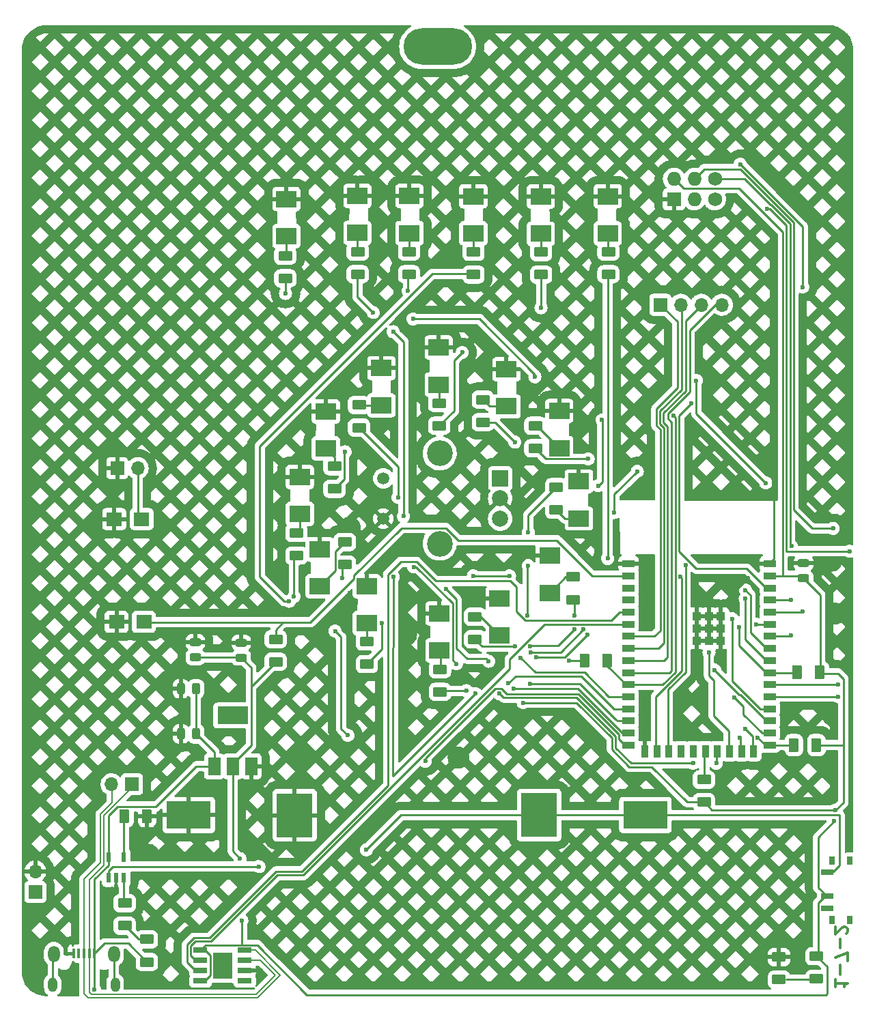
<source format=gbr>
%TF.GenerationSoftware,KiCad,Pcbnew,(6.0.7)*%
%TF.CreationDate,2022-09-02T13:53:09-05:00*%
%TF.ProjectId,BsidesKC-2022-Safe-Badge,42736964-6573-44b4-932d-323032322d53,0-c*%
%TF.SameCoordinates,Original*%
%TF.FileFunction,Copper,L2,Bot*%
%TF.FilePolarity,Positive*%
%FSLAX46Y46*%
G04 Gerber Fmt 4.6, Leading zero omitted, Abs format (unit mm)*
G04 Created by KiCad (PCBNEW (6.0.7)) date 2022-09-02 13:53:09*
%MOMM*%
%LPD*%
G01*
G04 APERTURE LIST*
G04 Aperture macros list*
%AMRoundRect*
0 Rectangle with rounded corners*
0 $1 Rounding radius*
0 $2 $3 $4 $5 $6 $7 $8 $9 X,Y pos of 4 corners*
0 Add a 4 corners polygon primitive as box body*
4,1,4,$2,$3,$4,$5,$6,$7,$8,$9,$2,$3,0*
0 Add four circle primitives for the rounded corners*
1,1,$1+$1,$2,$3*
1,1,$1+$1,$4,$5*
1,1,$1+$1,$6,$7*
1,1,$1+$1,$8,$9*
0 Add four rect primitives between the rounded corners*
20,1,$1+$1,$2,$3,$4,$5,0*
20,1,$1+$1,$4,$5,$6,$7,0*
20,1,$1+$1,$6,$7,$8,$9,0*
20,1,$1+$1,$8,$9,$2,$3,0*%
G04 Aperture macros list end*
%ADD10C,0.300000*%
%TA.AperFunction,NonConductor*%
%ADD11C,0.300000*%
%TD*%
%TA.AperFunction,ComponentPad*%
%ADD12O,1.727200X1.727200*%
%TD*%
%TA.AperFunction,ComponentPad*%
%ADD13R,1.727200X1.727200*%
%TD*%
%TA.AperFunction,ComponentPad*%
%ADD14C,1.727200*%
%TD*%
%TA.AperFunction,SMDPad,CuDef*%
%ADD15R,2.500000X2.000000*%
%TD*%
%TA.AperFunction,ComponentPad*%
%ADD16O,8.500000X4.500000*%
%TD*%
%TA.AperFunction,ComponentPad*%
%ADD17R,1.700000X1.700000*%
%TD*%
%TA.AperFunction,ComponentPad*%
%ADD18O,1.700000X1.700000*%
%TD*%
%TA.AperFunction,SMDPad,CuDef*%
%ADD19RoundRect,0.250000X-0.625000X0.375000X-0.625000X-0.375000X0.625000X-0.375000X0.625000X0.375000X0*%
%TD*%
%TA.AperFunction,SMDPad,CuDef*%
%ADD20RoundRect,0.250000X-0.375000X-0.625000X0.375000X-0.625000X0.375000X0.625000X-0.375000X0.625000X0*%
%TD*%
%TA.AperFunction,SMDPad,CuDef*%
%ADD21RoundRect,0.250000X0.375000X0.625000X-0.375000X0.625000X-0.375000X-0.625000X0.375000X-0.625000X0*%
%TD*%
%TA.AperFunction,SMDPad,CuDef*%
%ADD22RoundRect,0.250000X0.625000X-0.375000X0.625000X0.375000X-0.625000X0.375000X-0.625000X-0.375000X0*%
%TD*%
%TA.AperFunction,SMDPad,CuDef*%
%ADD23R,1.500000X2.200000*%
%TD*%
%TA.AperFunction,SMDPad,CuDef*%
%ADD24R,3.800000X2.200000*%
%TD*%
%TA.AperFunction,SMDPad,CuDef*%
%ADD25R,1.948000X1.700000*%
%TD*%
%TA.AperFunction,SMDPad,CuDef*%
%ADD26R,0.800000X1.000000*%
%TD*%
%TA.AperFunction,SMDPad,CuDef*%
%ADD27R,1.500000X0.700000*%
%TD*%
%TA.AperFunction,SMDPad,CuDef*%
%ADD28RoundRect,0.243750X0.456250X-0.243750X0.456250X0.243750X-0.456250X0.243750X-0.456250X-0.243750X0*%
%TD*%
%TA.AperFunction,SMDPad,CuDef*%
%ADD29R,1.500000X0.900000*%
%TD*%
%TA.AperFunction,SMDPad,CuDef*%
%ADD30R,0.900000X1.500000*%
%TD*%
%TA.AperFunction,SMDPad,CuDef*%
%ADD31R,1.100000X1.100000*%
%TD*%
%TA.AperFunction,SMDPad,CuDef*%
%ADD32R,4.500000X5.500000*%
%TD*%
%TA.AperFunction,SMDPad,CuDef*%
%ADD33R,5.500000X3.500000*%
%TD*%
%TA.AperFunction,SMDPad,CuDef*%
%ADD34R,1.750000X0.650000*%
%TD*%
%TA.AperFunction,SMDPad,CuDef*%
%ADD35R,2.410000X3.300000*%
%TD*%
%TA.AperFunction,SMDPad,CuDef*%
%ADD36R,0.440000X1.300000*%
%TD*%
%TA.AperFunction,ComponentPad*%
%ADD37O,1.450000X2.000000*%
%TD*%
%TA.AperFunction,ComponentPad*%
%ADD38O,1.150000X1.800000*%
%TD*%
%TA.AperFunction,SMDPad,CuDef*%
%ADD39R,0.600000X1.200000*%
%TD*%
%TA.AperFunction,SMDPad,CuDef*%
%ADD40RoundRect,0.243750X0.243750X0.456250X-0.243750X0.456250X-0.243750X-0.456250X0.243750X-0.456250X0*%
%TD*%
%TA.AperFunction,ComponentPad*%
%ADD41R,2.000000X2.000000*%
%TD*%
%TA.AperFunction,ComponentPad*%
%ADD42C,2.000000*%
%TD*%
%TA.AperFunction,ComponentPad*%
%ADD43C,3.200000*%
%TD*%
%TA.AperFunction,ComponentPad*%
%ADD44C,1.500000*%
%TD*%
%TA.AperFunction,ViaPad*%
%ADD45C,0.600000*%
%TD*%
%TA.AperFunction,Conductor*%
%ADD46C,0.250000*%
%TD*%
%TA.AperFunction,Conductor*%
%ADD47C,0.200000*%
%TD*%
G04 APERTURE END LIST*
D10*
D11*
X197390628Y-146494142D02*
X197390628Y-147351285D01*
X197390628Y-146922714D02*
X198890628Y-146922714D01*
X198676342Y-147065571D01*
X198533485Y-147208428D01*
X198462057Y-147351285D01*
X197962057Y-145851285D02*
X197962057Y-144708428D01*
X198890628Y-144137000D02*
X198890628Y-143137000D01*
X197390628Y-143779857D01*
X197962057Y-142565571D02*
X197962057Y-141422714D01*
X198747771Y-140779857D02*
X198819200Y-140708428D01*
X198890628Y-140565571D01*
X198890628Y-140208428D01*
X198819200Y-140065571D01*
X198747771Y-139994142D01*
X198604914Y-139922714D01*
X198462057Y-139922714D01*
X198247771Y-139994142D01*
X197390628Y-140851285D01*
X197390628Y-139922714D01*
D12*
%TO.P,X1,1,VCC*%
%TO.N,VCC*%
X177377400Y-47137000D03*
D13*
%TO.P,X1,2,GND*%
%TO.N,GND*%
X177377400Y-49677000D03*
D12*
%TO.P,X1,3,SDA*%
%TO.N,IO08*%
X179917400Y-47137000D03*
%TO.P,X1,4,SCL*%
%TO.N,IO09*%
X179917400Y-49677000D03*
D14*
%TO.P,X1,5,GPIO1*%
%TO.N,IO01*%
X182457400Y-47137000D03*
%TO.P,X1,6,GPIO2*%
%TO.N,IO02*%
X182457400Y-49677000D03*
%TD*%
D15*
%TO.P,D2,1,K*%
%TO.N,GND*%
X129350000Y-49650000D03*
%TO.P,D2,2,A*%
%TO.N,Net-(D2-Pad2)*%
X129350000Y-54250000D03*
%TD*%
%TO.P,D8,1,K*%
%TO.N,GND*%
X160875000Y-49350000D03*
%TO.P,D8,2,A*%
%TO.N,Net-(D8-Pad2)*%
X160875000Y-53950000D03*
%TD*%
%TO.P,D1,1,K*%
%TO.N,GND*%
X138150000Y-49250000D03*
%TO.P,D1,2,A*%
%TO.N,Net-(D1-Pad2)*%
X138150000Y-53850000D03*
%TD*%
%TO.P,D13,1,K*%
%TO.N,GND*%
X139300000Y-97675000D03*
%TO.P,D13,2,A*%
%TO.N,Net-(D13-Pad2)*%
X139300000Y-102275000D03*
%TD*%
%TO.P,D16,1,K*%
%TO.N,GND*%
X131000000Y-84125000D03*
%TO.P,D16,2,A*%
%TO.N,Net-(D16-Pad2)*%
X131000000Y-88725000D03*
%TD*%
%TO.P,D19,1,K*%
%TO.N,GND*%
X133475000Y-93100000D03*
%TO.P,D19,2,A*%
%TO.N,Net-(D19-Pad2)*%
X133475000Y-97700000D03*
%TD*%
%TO.P,D9,1,K*%
%TO.N,GND*%
X156625000Y-70775000D03*
%TO.P,D9,2,A*%
%TO.N,Net-(D9-Pad2)*%
X156625000Y-75375000D03*
%TD*%
%TO.P,D20,1,K*%
%TO.N,GND*%
X141125000Y-70625000D03*
%TO.P,D20,2,A*%
%TO.N,Net-(D20-Pad2)*%
X141125000Y-75225000D03*
%TD*%
%TO.P,D7,1,K*%
%TO.N,GND*%
X169175000Y-49300000D03*
%TO.P,D7,2,A*%
%TO.N,Net-(D7-Pad2)*%
X169175000Y-53900000D03*
%TD*%
%TO.P,D14,1,K*%
%TO.N,GND*%
X148325000Y-101050000D03*
%TO.P,D14,2,A*%
%TO.N,Net-(D14-Pad2)*%
X148325000Y-105650000D03*
%TD*%
%TO.P,D18,1,K*%
%TO.N,GND*%
X155775000Y-99200000D03*
%TO.P,D18,2,A*%
%TO.N,Net-(D18-Pad2)*%
X155775000Y-103800000D03*
%TD*%
%TO.P,D10,1,K*%
%TO.N,GND*%
X148225000Y-68075000D03*
%TO.P,D10,2,A*%
%TO.N,Net-(D10-Pad2)*%
X148225000Y-72675000D03*
%TD*%
%TO.P,D17,1,K*%
%TO.N,GND*%
X163150000Y-75950000D03*
%TO.P,D17,2,A*%
%TO.N,Net-(D17-Pad2)*%
X163150000Y-80550000D03*
%TD*%
%TO.P,D5,1,K*%
%TO.N,GND*%
X144600000Y-49275000D03*
%TO.P,D5,2,A*%
%TO.N,Net-(D5-Pad2)*%
X144600000Y-53875000D03*
%TD*%
%TO.P,D12,1,K*%
%TO.N,GND*%
X161975000Y-93900000D03*
%TO.P,D12,2,A*%
%TO.N,Net-(D12-Pad2)*%
X161975000Y-98500000D03*
%TD*%
%TO.P,D11,1,K*%
%TO.N,GND*%
X165600000Y-84675000D03*
%TO.P,D11,2,A*%
%TO.N,Net-(D11-Pad2)*%
X165600000Y-89275000D03*
%TD*%
%TO.P,D3,1,K*%
%TO.N,GND*%
X152525000Y-49300000D03*
%TO.P,D3,2,A*%
%TO.N,Net-(D3-Pad2)*%
X152525000Y-53900000D03*
%TD*%
%TO.P,D15,1,K*%
%TO.N,GND*%
X134225000Y-76000000D03*
%TO.P,D15,2,A*%
%TO.N,Net-(D15-Pad2)*%
X134225000Y-80600000D03*
%TD*%
D16*
%TO.P,REF\u002A\u002A,*%
%TO.N,*%
X148082000Y-30734000D03*
%TD*%
D17*
%TO.P,J2,1,Pin_1*%
%TO.N,GND*%
X108375000Y-83025000D03*
D18*
%TO.P,J2,2,Pin_2*%
%TO.N,Boot*%
X110915000Y-83025000D03*
%TD*%
D19*
%TO.P,D6,1,K*%
%TO.N,GND*%
X190398400Y-143684800D03*
%TO.P,D6,2,A*%
%TO.N,Net-(D6-Pad2)*%
X190398400Y-146484800D03*
%TD*%
%TO.P,D4,1,K*%
%TO.N,Net-(D4-Pad1)*%
X112050000Y-141500000D03*
%TO.P,D4,2,A*%
%TO.N,VBUS*%
X112050000Y-144300000D03*
%TD*%
D20*
%TO.P,R3,1*%
%TO.N,Net-(R3-Pad1)*%
X109275000Y-126225000D03*
%TO.P,R3,2*%
%TO.N,GND*%
X112075000Y-126225000D03*
%TD*%
D17*
%TO.P,J5,1,Pin_1*%
%TO.N,VBUS*%
X98221800Y-135615600D03*
D18*
%TO.P,J5,2,Pin_2*%
%TO.N,GND*%
X98221800Y-133075600D03*
%TD*%
D21*
%TO.P,R16,1*%
%TO.N,IO38*%
X169141600Y-106883200D03*
%TO.P,R16,2*%
%TO.N,VCC*%
X166341600Y-106883200D03*
%TD*%
D22*
%TO.P,R10,1*%
%TO.N,IO21*%
X153695400Y-77346000D03*
%TO.P,R10,2*%
%TO.N,Net-(D9-Pad2)*%
X153695400Y-74546000D03*
%TD*%
D23*
%TO.P,U4,1,GND*%
%TO.N,GND*%
X125000000Y-120025000D03*
%TO.P,U4,2,VO*%
%TO.N,VCC*%
X122700000Y-120025000D03*
%TO.P,U4,3,VI*%
%TO.N,VBUS*%
X120400000Y-120025000D03*
D24*
%TO.P,U4,4*%
%TO.N,N/C*%
X122700000Y-113725000D03*
%TD*%
D22*
%TO.P,R15,1*%
%TO.N,IO36*%
X148386800Y-110797800D03*
%TO.P,R15,2*%
%TO.N,Net-(D14-Pad2)*%
X148386800Y-107997800D03*
%TD*%
D25*
%TO.P,SW_Reset1,1,C*%
%TO.N,GND*%
X108282000Y-102108000D03*
%TO.P,SW_Reset1,2,D*%
%TO.N,RESET*%
X111682000Y-102108000D03*
%TD*%
D26*
%TO.P,1/0,*%
%TO.N,*%
X196984400Y-139057400D03*
X199194400Y-139057400D03*
X196984400Y-131757400D03*
X199194400Y-131757400D03*
D27*
%TO.P,1/0,1,A*%
%TO.N,Net-(BT1-Pad1)*%
X196334400Y-133157400D03*
%TO.P,1/0,2,B*%
%TO.N,VCC*%
X196334400Y-136157400D03*
%TO.P,1/0,3,C*%
%TO.N,unconnected-(SW1-Pad3)*%
X196334400Y-137657400D03*
%TD*%
D25*
%TO.P,SW2,1,A*%
%TO.N,Boot*%
X111400000Y-89350000D03*
%TO.P,SW2,2,B*%
%TO.N,GND*%
X108000000Y-89350000D03*
%TD*%
D17*
%TO.P,J3,1,Pin_1*%
%TO.N,D-*%
X110215600Y-122250200D03*
D18*
%TO.P,J3,2,Pin_2*%
%TO.N,D+*%
X107675600Y-122250200D03*
%TD*%
D22*
%TO.P,R20,1*%
%TO.N,IO14*%
X160197800Y-80571800D03*
%TO.P,R20,2*%
%TO.N,Net-(D17-Pad2)*%
X160197800Y-77771800D03*
%TD*%
D19*
%TO.P,R6,1*%
%TO.N,VCC*%
X195046600Y-143583200D03*
%TO.P,R6,2*%
%TO.N,Net-(D6-Pad2)*%
X195046600Y-146383200D03*
%TD*%
D28*
%TO.P,C2,1*%
%TO.N,VCC*%
X193450000Y-96712500D03*
%TO.P,C2,2*%
%TO.N,GND*%
X193450000Y-94837500D03*
%TD*%
D22*
%TO.P,R24,1*%
%TO.N,IO17*%
X138353800Y-78006400D03*
%TO.P,R24,2*%
%TO.N,Net-(D20-Pad2)*%
X138353800Y-75206400D03*
%TD*%
%TO.P,R22,1*%
%TO.N,IO15*%
X152730200Y-104270000D03*
%TO.P,R22,2*%
%TO.N,Net-(D18-Pad2)*%
X152730200Y-101470000D03*
%TD*%
D29*
%TO.P,U2,1,GND*%
%TO.N,GND*%
X189267800Y-94899400D03*
%TO.P,U2,2,3V3*%
%TO.N,VCC*%
X189267800Y-96399400D03*
%TO.P,U2,3,IO00*%
%TO.N,Boot*%
X189267800Y-97899400D03*
%TO.P,U2,4,IO01*%
%TO.N,IO01*%
X189267800Y-99399400D03*
%TO.P,U2,5,IO02*%
%TO.N,IO02*%
X189267800Y-100899400D03*
%TO.P,U2,6,IO03*%
%TO.N,IO03*%
X189267800Y-102399400D03*
%TO.P,U2,7,IO04*%
%TO.N,IO04*%
X189267800Y-103899400D03*
%TO.P,U2,8,IO05*%
%TO.N,IO05*%
X189267800Y-105399400D03*
%TO.P,U2,9,IO06*%
%TO.N,IO06*%
X189267800Y-106899400D03*
%TO.P,U2,10,IO07*%
%TO.N,IO07*%
X189267800Y-108399400D03*
%TO.P,U2,11,IO08*%
%TO.N,IO08*%
X189267800Y-109899400D03*
%TO.P,U2,12,IO09*%
%TO.N,IO09*%
X189267800Y-111399400D03*
%TO.P,U2,13,IO10*%
%TO.N,IO10*%
X189267800Y-112899400D03*
%TO.P,U2,14,IO11*%
%TO.N,IO11*%
X189267800Y-114399400D03*
%TO.P,U2,15,IO12*%
%TO.N,IO12*%
X189267800Y-115899400D03*
%TO.P,U2,16,IO13*%
%TO.N,IO13*%
X189267800Y-117399400D03*
D30*
%TO.P,U2,17,IO14*%
%TO.N,IO14*%
X187267800Y-118149400D03*
%TO.P,U2,18,IO15*%
%TO.N,IO15*%
X185767800Y-118149400D03*
%TO.P,U2,19,IO16*%
%TO.N,IO16*%
X184267800Y-118149400D03*
%TO.P,U2,20,IO17*%
%TO.N,IO17*%
X182767800Y-118149400D03*
%TO.P,U2,21,IO18*%
%TO.N,Net-(R25-Pad1)*%
X181267800Y-118149400D03*
%TO.P,U2,22,USB_D-*%
%TO.N,unconnected-(U2-Pad22)*%
X179767800Y-118149400D03*
%TO.P,U2,23,USB_D+*%
%TO.N,unconnected-(U2-Pad23)*%
X178267800Y-118149400D03*
%TO.P,U2,24,IO21*%
%TO.N,IO21*%
X176767800Y-118149400D03*
%TO.P,U2,25,IO26*%
%TO.N,IO26*%
X175267800Y-118149400D03*
%TO.P,U2,26,GND*%
%TO.N,GND*%
X173767800Y-118149400D03*
D29*
%TO.P,U2,27,IO33*%
%TO.N,IO33*%
X171767800Y-117399400D03*
%TO.P,U2,28,IO34*%
%TO.N,IO34*%
X171767800Y-115899400D03*
%TO.P,U2,29,IO35*%
%TO.N,IO35*%
X171767800Y-114399400D03*
%TO.P,U2,30,IO36*%
%TO.N,IO36*%
X171767800Y-112899400D03*
%TO.P,U2,31,IO37*%
%TO.N,IO37*%
X171767800Y-111399400D03*
%TO.P,U2,32,IO38*%
%TO.N,IO38*%
X171767800Y-109899400D03*
%TO.P,U2,33,IO39*%
%TO.N,IO39*%
X171767800Y-108399400D03*
%TO.P,U2,34,IO40*%
%TO.N,IO40*%
X171767800Y-106899400D03*
%TO.P,U2,35,IO41*%
%TO.N,IO41*%
X171767800Y-105399400D03*
%TO.P,U2,36,IO42*%
%TO.N,IO42*%
X171767800Y-103899400D03*
%TO.P,U2,37,TXD0*%
%TO.N,USB_RX_ESP_TX*%
X171767800Y-102399400D03*
%TO.P,U2,38,RXD0*%
%TO.N,USB_TX_ESP_RX*%
X171767800Y-100899400D03*
%TO.P,U2,39,IO45*%
%TO.N,unconnected-(U2-Pad39)*%
X171767800Y-99399400D03*
%TO.P,U2,40,IO46*%
%TO.N,unconnected-(U2-Pad40)*%
X171767800Y-97899400D03*
%TO.P,U2,41,EN*%
%TO.N,RESET*%
X171767800Y-96399400D03*
%TO.P,U2,42,GND*%
%TO.N,GND*%
X171767800Y-94899400D03*
D31*
%TO.P,U2,43,GND*%
X181707800Y-101399400D03*
X183207800Y-104449400D03*
X180207800Y-104449400D03*
X180207800Y-101399400D03*
X180207800Y-102949400D03*
X183207800Y-101399400D03*
X181707800Y-104449400D03*
X183207800Y-102949400D03*
X181707800Y-102949400D03*
%TD*%
D22*
%TO.P,R2,1*%
%TO.N,IO03*%
X129209800Y-59489800D03*
%TO.P,R2,2*%
%TO.N,Net-(D2-Pad2)*%
X129209800Y-56689800D03*
%TD*%
%TO.P,R19,1*%
%TO.N,IO37*%
X130581400Y-93881400D03*
%TO.P,R19,2*%
%TO.N,Net-(D16-Pad2)*%
X130581400Y-91081400D03*
%TD*%
D19*
%TO.P,R25,1*%
%TO.N,Net-(R25-Pad1)*%
X181100000Y-121675000D03*
%TO.P,R25,2*%
%TO.N,VCC*%
X181100000Y-124475000D03*
%TD*%
D20*
%TO.P,R17,1*%
%TO.N,IO13*%
X192249600Y-117398800D03*
%TO.P,R17,2*%
%TO.N,VCC*%
X195049600Y-117398800D03*
%TD*%
D22*
%TO.P,R13,1*%
%TO.N,IO10*%
X164871400Y-99342400D03*
%TO.P,R13,2*%
%TO.N,Net-(D12-Pad2)*%
X164871400Y-96542400D03*
%TD*%
%TO.P,R26,1*%
%TO.N,VCC*%
X128016000Y-107064000D03*
%TO.P,R26,2*%
%TO.N,RESET*%
X128016000Y-104264000D03*
%TD*%
D32*
%TO.P,14500,1,+*%
%TO.N,Net-(BT1-Pad1)*%
X160675000Y-126075000D03*
D33*
X173850000Y-126075000D03*
D32*
%TO.P,14500,2,-*%
%TO.N,GND*%
X130375000Y-126100000D03*
D33*
X117250000Y-126075000D03*
%TD*%
D22*
%TO.P,R1,1*%
%TO.N,IO34*%
X138176000Y-58981800D03*
%TO.P,R1,2*%
%TO.N,Net-(D1-Pad2)*%
X138176000Y-56181800D03*
%TD*%
D19*
%TO.P,R12,1*%
%TO.N,IO35*%
X162788600Y-85391800D03*
%TO.P,R12,2*%
%TO.N,Net-(D11-Pad2)*%
X162788600Y-88191800D03*
%TD*%
D22*
%TO.P,R11,1*%
%TO.N,IO06*%
X148285200Y-77777800D03*
%TO.P,R11,2*%
%TO.N,Net-(D10-Pad2)*%
X148285200Y-74977800D03*
%TD*%
D34*
%TO.P,U3,1,UD+*%
%TO.N,D+*%
X124175000Y-142845000D03*
%TO.P,U3,2,UD-*%
%TO.N,D-*%
X124175000Y-144115000D03*
%TO.P,U3,3,GND*%
%TO.N,GND*%
X124175000Y-145385000D03*
%TO.P,U3,4,~{RTS}*%
%TO.N,unconnected-(U3-Pad4)*%
X124175000Y-146655000D03*
%TO.P,U3,5,VCC*%
%TO.N,VCC*%
X118675000Y-146655000D03*
%TO.P,U3,6,TXD*%
%TO.N,USB_TX_ESP_RX*%
X118675000Y-145385000D03*
%TO.P,U3,7,RXD*%
%TO.N,USB_RX_ESP_TX*%
X118675000Y-144115000D03*
%TO.P,U3,8,V3*%
%TO.N,VCC*%
X118675000Y-142845000D03*
D35*
%TO.P,U3,9*%
%TO.N,N/C*%
X121425000Y-144750000D03*
%TD*%
D36*
%TO.P,J4,1,VBUS*%
%TO.N,VBUS*%
X105550000Y-143275000D03*
%TO.P,J4,2,D-*%
%TO.N,D-*%
X104900000Y-143275000D03*
%TO.P,J4,3,D+*%
%TO.N,D+*%
X104250000Y-143275000D03*
%TO.P,J4,4,ID*%
%TO.N,unconnected-(J4-Pad4)*%
X103600000Y-143275000D03*
%TO.P,J4,5,GND*%
%TO.N,GND*%
X102950000Y-143275000D03*
D37*
%TO.P,J4,6,Shield*%
%TO.N,unconnected-(J4-Pad6)*%
X107975000Y-143325000D03*
D38*
X100375000Y-147125000D03*
D37*
X100525000Y-143325000D03*
D38*
X108125000Y-147125000D03*
%TD*%
D39*
%TO.P,U1,1,~{CHRG}*%
%TO.N,Net-(R5-Pad2)*%
X109175000Y-133875000D03*
%TO.P,U1,2,GND*%
%TO.N,GND*%
X108225000Y-133875000D03*
%TO.P,U1,3,BAT*%
%TO.N,Net-(BT1-Pad1)*%
X107275000Y-133875000D03*
%TO.P,U1,4,VCC*%
%TO.N,VBUS*%
X107275000Y-131275000D03*
%TO.P,U1,5,PROG*%
%TO.N,Net-(R3-Pad1)*%
X109175000Y-131275000D03*
%TD*%
D22*
%TO.P,R7,1*%
%TO.N,IO04*%
X144551400Y-58981800D03*
%TO.P,R7,2*%
%TO.N,Net-(D5-Pad2)*%
X144551400Y-56181800D03*
%TD*%
D40*
%TO.P,C1,1*%
%TO.N,VBUS*%
X118137500Y-110400000D03*
%TO.P,C1,2*%
%TO.N,GND*%
X116262500Y-110400000D03*
%TD*%
%TO.P,C5,1*%
%TO.N,VBUS*%
X118137500Y-116000000D03*
%TO.P,C5,2*%
%TO.N,GND*%
X116262500Y-116000000D03*
%TD*%
D28*
%TO.P,C4,1*%
%TO.N,VCC*%
X118059200Y-106499900D03*
%TO.P,C4,2*%
%TO.N,GND*%
X118059200Y-104624900D03*
%TD*%
D21*
%TO.P,R21,1*%
%TO.N,VCC*%
X195481400Y-108381800D03*
%TO.P,R21,2*%
%TO.N,IO07*%
X192681400Y-108381800D03*
%TD*%
D41*
%TO.P,EC11N,A,A*%
%TO.N,IO38*%
X155850000Y-84300000D03*
D42*
%TO.P,EC11N,B,B*%
%TO.N,IO13*%
X155850000Y-89300000D03*
%TO.P,EC11N,C,C*%
%TO.N,GND*%
X155850000Y-86800000D03*
D43*
%TO.P,EC11N,MP*%
%TO.N,N/C*%
X148350000Y-92400000D03*
X148350000Y-81200000D03*
D44*
%TO.P,EC11N,S1,S1*%
%TO.N,IO07*%
X141350000Y-84300000D03*
%TO.P,EC11N,S2,S2*%
%TO.N,GND*%
X141350000Y-89300000D03*
%TD*%
D22*
%TO.P,R9,1*%
%TO.N,IO05*%
X160909000Y-59032600D03*
%TO.P,R9,2*%
%TO.N,Net-(D8-Pad2)*%
X160909000Y-56232600D03*
%TD*%
%TO.P,R14,1*%
%TO.N,IO11*%
X139319000Y-107343400D03*
%TO.P,R14,2*%
%TO.N,Net-(D13-Pad2)*%
X139319000Y-104543400D03*
%TD*%
%TO.P,R23,1*%
%TO.N,IO16*%
X136601200Y-94999000D03*
%TO.P,R23,2*%
%TO.N,Net-(D19-Pad2)*%
X136601200Y-92199000D03*
%TD*%
%TO.P,R8,1*%
%TO.N,IO26*%
X169265600Y-58981800D03*
%TO.P,R8,2*%
%TO.N,Net-(D7-Pad2)*%
X169265600Y-56181800D03*
%TD*%
D17*
%TO.P,J1,1,Pin_1*%
%TO.N,IO42*%
X175701800Y-62763400D03*
D18*
%TO.P,J1,2,Pin_2*%
%TO.N,IO41*%
X178241800Y-62763400D03*
%TO.P,J1,3,Pin_3*%
%TO.N,IO40*%
X180781800Y-62763400D03*
%TO.P,J1,4,Pin_4*%
%TO.N,IO39*%
X183321800Y-62763400D03*
%TD*%
D22*
%TO.P,R18,1*%
%TO.N,IO12*%
X135305800Y-85601000D03*
%TO.P,R18,2*%
%TO.N,Net-(D15-Pad2)*%
X135305800Y-82801000D03*
%TD*%
D28*
%TO.P,C3,1*%
%TO.N,VCC*%
X123748800Y-106550700D03*
%TO.P,C3,2*%
%TO.N,GND*%
X123748800Y-104675700D03*
%TD*%
D22*
%TO.P,R4,1*%
%TO.N,IO33*%
X152527000Y-59007200D03*
%TO.P,R4,2*%
%TO.N,Net-(D3-Pad2)*%
X152527000Y-56207200D03*
%TD*%
%TO.P,R5,1*%
%TO.N,Net-(D4-Pad1)*%
X109300000Y-139800000D03*
%TO.P,R5,2*%
%TO.N,Net-(R5-Pad2)*%
X109300000Y-137000000D03*
%TD*%
D45*
%TO.N,Net-(BT1-Pad1)*%
X125950000Y-132475000D03*
X139242800Y-130378200D03*
%TO.N,GND*%
X197358000Y-101066600D03*
X137160000Y-98552000D03*
X140309600Y-95707200D03*
X131114800Y-119253000D03*
X98983800Y-145491200D03*
X157734000Y-95250000D03*
X137185400Y-90373200D03*
X133680200Y-128041400D03*
X157251400Y-112903000D03*
X152400000Y-98856800D03*
X173609000Y-111048800D03*
X150672800Y-118948200D03*
X196875400Y-92100400D03*
X180289200Y-99390200D03*
X126161800Y-145364200D03*
X106654600Y-145872200D03*
X197129400Y-113741200D03*
X167792400Y-91186000D03*
X121310400Y-126288800D03*
X189788800Y-84886800D03*
X196875400Y-94538800D03*
X144119600Y-99187000D03*
X185724800Y-94284800D03*
X102565200Y-146354800D03*
X178003200Y-111074200D03*
X199288400Y-113715800D03*
X144195800Y-103708200D03*
X186563000Y-96647000D03*
X112242600Y-130987800D03*
%TO.N,VBUS*%
X105562400Y-147750980D03*
%TO.N,VCC*%
X158699200Y-112141000D03*
X197256400Y-126847600D03*
X197434200Y-125450500D03*
X123596400Y-131470400D03*
X164414200Y-106908600D03*
X123825000Y-139141200D03*
%TO.N,IO03*%
X145034000Y-64516000D03*
X129235200Y-61366400D03*
X160147000Y-71704200D03*
X187604400Y-102412800D03*
%TO.N,IO04*%
X144424400Y-61061600D03*
X188762300Y-84861400D03*
X180162200Y-72161400D03*
X191871600Y-103809800D03*
%TO.N,IO05*%
X160909000Y-63144400D03*
X186258200Y-98171000D03*
%TO.N,IO06*%
X151130000Y-68681600D03*
X186225000Y-99250000D03*
%TO.N,IO14*%
X186175000Y-115350000D03*
X166751000Y-81889600D03*
%TO.N,IO35*%
X159325000Y-95125000D03*
X159325000Y-90975000D03*
X159225000Y-101300000D03*
X159512000Y-109763900D03*
%TO.N,IO10*%
X184600000Y-101725000D03*
X165023800Y-101300011D03*
%TO.N,IO15*%
X165049200Y-103024500D03*
X159541092Y-105108892D03*
X185575000Y-116525000D03*
X157705415Y-105178215D03*
%TO.N,IO36*%
X151688800Y-110642400D03*
X156870400Y-109728000D03*
%TO.N,IO11*%
X160274000Y-106499500D03*
X149123400Y-98044000D03*
X182422800Y-108077000D03*
X166649248Y-103680481D03*
X154406600Y-106999020D03*
X141198600Y-102225000D03*
%TO.N,IO16*%
X159650000Y-105925000D03*
X166192200Y-103024500D03*
X181725000Y-105900000D03*
X136271000Y-96672400D03*
%TO.N,IO37*%
X130275000Y-98950000D03*
X158394400Y-106549500D03*
%TO.N,IO12*%
X136625000Y-81000000D03*
X184886600Y-111480600D03*
%TO.N,IO17*%
X155727400Y-111012900D03*
X143175000Y-86650000D03*
X152795900Y-111012900D03*
X142575000Y-96475000D03*
X182650000Y-119634000D03*
X179781200Y-119634000D03*
%TO.N,IO38*%
X177317400Y-76504800D03*
X168478200Y-77063600D03*
X167995600Y-85217000D03*
%TO.N,IO13*%
X172847000Y-83439000D03*
X187774500Y-116444718D03*
X170002200Y-88544400D03*
%TO.N,Boot*%
X179537700Y-75031600D03*
%TO.N,IO07*%
X185420000Y-102743000D03*
X152527000Y-96391818D03*
X157008378Y-96391818D03*
%TO.N,IO09*%
X188899800Y-50825400D03*
X197749500Y-111379000D03*
X199161400Y-93345000D03*
%TO.N,IO08*%
X197749500Y-109905800D03*
X197104000Y-90500200D03*
%TO.N,IO02*%
X193344800Y-60564400D03*
X185597800Y-45324389D03*
X193294000Y-100838000D03*
%TO.N,IO01*%
X191948020Y-92720500D03*
X191871600Y-99390200D03*
%TO.N,IO34*%
X150418800Y-107315000D03*
X142575000Y-66100000D03*
X140100000Y-63725000D03*
X143850000Y-89000000D03*
X145125000Y-95275000D03*
X157505400Y-110388400D03*
%TO.N,IO33*%
X136956800Y-116179600D03*
X129692400Y-99542600D03*
X135379661Y-103242839D03*
X146558000Y-119380000D03*
%TO.N,IO26*%
X169164000Y-94234000D03*
X178191500Y-96469200D03*
%TO.N,IO21*%
X178816000Y-95046800D03*
X157657800Y-79806800D03*
%TD*%
D46*
%TO.N,Net-(BT1-Pad1)*%
X139242800Y-130378200D02*
X143546000Y-126075000D01*
X143546000Y-126075000D02*
X160675000Y-126075000D01*
X107275000Y-133875000D02*
X107275000Y-133025000D01*
X197916800Y-132302222D02*
X197119022Y-133100000D01*
X107825000Y-132475000D02*
X125950000Y-132475000D01*
X197916800Y-126075000D02*
X197916800Y-132302222D01*
X197119022Y-133100000D02*
X196320000Y-133100000D01*
X107275000Y-133025000D02*
X107825000Y-132475000D01*
X160675000Y-126075000D02*
X173850000Y-126075000D01*
X173850000Y-126075000D02*
X197916800Y-126075000D01*
%TO.N,GND*%
X157885718Y-95250000D02*
X157734000Y-95250000D01*
X181590000Y-104450000D02*
X181590000Y-102950000D01*
X183090000Y-100120000D02*
X183090000Y-101400000D01*
X183090000Y-101400000D02*
X181590000Y-101400000D01*
X180090000Y-101400000D02*
X181590000Y-101400000D01*
X183090000Y-102950000D02*
X183090000Y-104450000D01*
X180090000Y-102950000D02*
X180090000Y-104450000D01*
X161975000Y-93900000D02*
X159235718Y-93900000D01*
X180090000Y-101400000D02*
X180090000Y-102950000D01*
X189150000Y-94900000D02*
X189788800Y-94261200D01*
X124195800Y-145364200D02*
X124175000Y-145385000D01*
X159235718Y-93900000D02*
X157885718Y-95250000D01*
X183090000Y-101400000D02*
X183090000Y-102950000D01*
X183090000Y-104450000D02*
X181590000Y-104450000D01*
X126161800Y-145364200D02*
X124195800Y-145364200D01*
X186563000Y-96647000D02*
X183090000Y-100120000D01*
X189788800Y-94261200D02*
X189788800Y-84886800D01*
%TO.N,VBUS*%
X107275000Y-132325978D02*
X107275000Y-131275000D01*
X120400000Y-120025000D02*
X120400000Y-118262500D01*
X113175009Y-125025480D02*
X108398020Y-125025480D01*
X105550000Y-134050978D02*
X107275000Y-132325978D01*
X118137500Y-116000000D02*
X118137500Y-110400000D01*
X106824520Y-142000480D02*
X105550000Y-143275000D01*
X105562400Y-147750980D02*
X105550000Y-147738580D01*
X109750480Y-142000480D02*
X106824520Y-142000480D01*
X105550000Y-143275000D02*
X105550000Y-134050978D01*
X107275000Y-126148500D02*
X107275000Y-131275000D01*
X120400000Y-118262500D02*
X118137500Y-116000000D01*
X108398020Y-125025480D02*
X107275000Y-126148500D01*
X112050000Y-144300000D02*
X109750480Y-142000480D01*
X120400000Y-120025000D02*
X118175489Y-120025000D01*
X118175489Y-120025000D02*
X113175009Y-125025480D01*
X105550000Y-147738580D02*
X105550000Y-143275000D01*
%TO.N,VCC*%
X196342000Y-148234400D02*
X196215000Y-148361400D01*
X195245489Y-136996311D02*
X195245489Y-143488911D01*
X196342000Y-148234400D02*
X196342000Y-144878600D01*
X119895489Y-143515489D02*
X119895489Y-145984511D01*
X118675000Y-142845000D02*
X119225000Y-142845000D01*
X195625000Y-108500000D02*
X197700000Y-108500000D01*
X196215000Y-148361400D02*
X131902200Y-148361400D01*
X124975000Y-110105000D02*
X128016000Y-107064000D01*
X198374000Y-124536200D02*
X198374000Y-117424200D01*
X123748800Y-106550700D02*
X124975000Y-107776900D01*
X118059200Y-106499900D02*
X123698000Y-106499900D01*
X196084400Y-136157400D02*
X195245489Y-136996311D01*
X198374000Y-109174000D02*
X197750000Y-108550000D01*
X119225000Y-142845000D02*
X119895489Y-143515489D01*
X178565511Y-48325111D02*
X185489689Y-48325111D01*
X198348600Y-117398800D02*
X198374000Y-117424200D01*
X124975000Y-107776900D02*
X124975000Y-117400000D01*
X197700000Y-108500000D02*
X197750000Y-108550000D01*
X189150000Y-96400000D02*
X190874000Y-96400000D01*
X125736289Y-142195489D02*
X123820489Y-142195489D01*
X119225000Y-146655000D02*
X118675000Y-146655000D01*
X122700000Y-119675000D02*
X124975000Y-117400000D01*
X166316200Y-106908600D02*
X166341600Y-106883200D01*
X164414200Y-106908600D02*
X166316200Y-106908600D01*
X119895489Y-145984511D02*
X119225000Y-146655000D01*
X193450000Y-96712500D02*
X195529200Y-98791700D01*
X197434200Y-125476000D02*
X198374000Y-124536200D01*
X195259400Y-135082400D02*
X195259400Y-128844600D01*
X182101000Y-125476000D02*
X197434200Y-125476000D01*
X171848582Y-120084000D02*
X169675969Y-117911387D01*
X165332569Y-112141000D02*
X158699200Y-112141000D01*
X169675969Y-117538595D02*
X169675969Y-116484400D01*
X195049600Y-117398800D02*
X198348600Y-117398800D01*
X122700000Y-120025000D02*
X122700000Y-119675000D01*
X169675969Y-116484400D02*
X165332569Y-112141000D01*
X181100000Y-124475000D02*
X179034200Y-124475000D01*
X198374000Y-117424200D02*
X198374000Y-109174000D01*
X123820489Y-139145711D02*
X123820489Y-142195489D01*
X195529200Y-108404200D02*
X195625000Y-108500000D01*
X195529200Y-98791700D02*
X195529200Y-108404200D01*
X196334400Y-136157400D02*
X196084400Y-136157400D01*
X123825000Y-139141200D02*
X123820489Y-139145711D01*
X185489689Y-48325111D02*
X190874000Y-53709422D01*
X123820489Y-142195489D02*
X119324511Y-142195489D01*
X119324511Y-142195489D02*
X118675000Y-142845000D01*
X123698000Y-106499900D02*
X123748800Y-106550700D01*
X174643200Y-120084000D02*
X171848582Y-120084000D01*
X123596400Y-131470400D02*
X122700000Y-130574000D01*
X131902200Y-148361400D02*
X125736289Y-142195489D01*
X169675969Y-117911387D02*
X169675969Y-117538595D01*
X190874000Y-53709422D02*
X190874000Y-96400000D01*
X177377400Y-47137000D02*
X178565511Y-48325111D01*
X179034200Y-124475000D02*
X174643200Y-120084000D01*
X196342000Y-144878600D02*
X195046600Y-143583200D01*
X196334400Y-136157400D02*
X195259400Y-135082400D01*
X122700000Y-130574000D02*
X122700000Y-120025000D01*
X181100000Y-124475000D02*
X182101000Y-125476000D01*
X124975000Y-117400000D02*
X124975000Y-110105000D01*
X195259400Y-128844600D02*
X197256400Y-126847600D01*
X190874000Y-96400000D02*
X193137500Y-96400000D01*
X193137500Y-96400000D02*
X193450000Y-96712500D01*
%TO.N,IO03*%
X160147000Y-71397978D02*
X153265022Y-64516000D01*
X187617200Y-102400000D02*
X187604400Y-102412800D01*
X153265022Y-64516000D02*
X145034000Y-64516000D01*
X160147000Y-71704200D02*
X160147000Y-71397978D01*
X189150000Y-102400000D02*
X187617200Y-102400000D01*
X129235200Y-61366400D02*
X129235200Y-59515200D01*
%TO.N,IO04*%
X180162200Y-72161400D02*
X180162200Y-76261300D01*
X191871600Y-103809800D02*
X191795400Y-103886000D01*
X180162200Y-76261300D02*
X188762300Y-84861400D01*
X144424400Y-61061600D02*
X144424400Y-59083400D01*
X191795400Y-103886000D02*
X189164000Y-103886000D01*
%TO.N,IO05*%
X160909000Y-63144400D02*
X160909000Y-58981800D01*
X186867800Y-98780600D02*
X186867800Y-103466822D01*
X188800978Y-105400000D02*
X189150000Y-105400000D01*
X186258200Y-98171000D02*
X186867800Y-98780600D01*
X186867800Y-103466822D02*
X188800978Y-105400000D01*
%TO.N,IO06*%
X186207400Y-99267600D02*
X186225000Y-99250000D01*
X150139400Y-69672200D02*
X150139400Y-75898200D01*
X151130000Y-68681600D02*
X150139400Y-69672200D01*
X150139400Y-75898200D02*
X148310600Y-77727000D01*
X188850000Y-106900000D02*
X186207400Y-104257400D01*
X189150000Y-106900000D02*
X188850000Y-106900000D01*
X186207400Y-104257400D02*
X186207400Y-99267600D01*
%TO.N,IO14*%
X164739600Y-81889600D02*
X164724511Y-81874511D01*
X187150000Y-116325000D02*
X186175000Y-115350000D01*
X164724511Y-81874511D02*
X161500511Y-81874511D01*
X166751000Y-81889600D02*
X164739600Y-81889600D01*
X187150000Y-118150000D02*
X187150000Y-116325000D01*
X161500511Y-81874511D02*
X160197800Y-80571800D01*
%TO.N,IO35*%
X170163089Y-114157589D02*
X170163089Y-114161911D01*
X159512000Y-109763900D02*
X165769400Y-109763900D01*
X170401178Y-114400000D02*
X171650000Y-114400000D01*
X165769400Y-109763900D02*
X170163089Y-114157589D01*
X170163089Y-114161911D02*
X170401178Y-114400000D01*
X162788600Y-85391800D02*
X159325000Y-88855400D01*
X159325000Y-88855400D02*
X159325000Y-90975000D01*
X159225000Y-101300000D02*
X159225000Y-95225000D01*
X159225000Y-95225000D02*
X159325000Y-95125000D01*
%TO.N,IO10*%
X165023800Y-101300011D02*
X165023800Y-99494800D01*
X165023800Y-99494800D02*
X164871400Y-99342400D01*
X188050000Y-112900000D02*
X184600000Y-109450000D01*
X189150000Y-112900000D02*
X188050000Y-112900000D01*
X184600000Y-109450000D02*
X184600000Y-101725000D01*
%TO.N,IO15*%
X159570184Y-105079800D02*
X162993900Y-105079800D01*
X159541092Y-105108892D02*
X159570184Y-105079800D01*
X185650000Y-116600000D02*
X185575000Y-116525000D01*
X157705415Y-105178215D02*
X153638415Y-105178215D01*
X185650000Y-118150000D02*
X185650000Y-116600000D01*
X162993900Y-105079800D02*
X165049200Y-103024500D01*
X153638415Y-105178215D02*
X152730200Y-104270000D01*
%TO.N,IO36*%
X151685800Y-110645400D02*
X148437600Y-110645400D01*
X157759400Y-108839000D02*
X156870400Y-109728000D01*
X169950000Y-112900000D02*
X165889000Y-108839000D01*
X165889000Y-108839000D02*
X157759400Y-108839000D01*
X171650000Y-112900000D02*
X169950000Y-112900000D01*
%TO.N,IO11*%
X185585500Y-111135500D02*
X188850000Y-114400000D01*
X188850000Y-114400000D02*
X189150000Y-114400000D01*
X185481300Y-111135500D02*
X185585500Y-111135500D01*
X141198600Y-102225000D02*
X141198600Y-105463800D01*
X182422800Y-108077000D02*
X185481300Y-111135500D01*
X154406600Y-106999020D02*
X154087580Y-106680000D01*
X150411120Y-99331720D02*
X149123400Y-98044000D01*
X154087580Y-106680000D02*
X151733793Y-106680000D01*
X163830229Y-106499500D02*
X166649248Y-103680481D01*
X141198600Y-105463800D02*
X139319000Y-107343400D01*
X151733793Y-106680000D02*
X150411120Y-105357327D01*
X150411120Y-105357327D02*
X150411120Y-99331720D01*
X160274000Y-106499500D02*
X163830229Y-106499500D01*
%TO.N,IO16*%
X182300000Y-109376600D02*
X181725000Y-108801600D01*
X166192200Y-103024500D02*
X163342200Y-105874500D01*
X163342200Y-105874500D02*
X159700500Y-105874500D01*
X181725000Y-108801600D02*
X181725000Y-105900000D01*
X159700500Y-105874500D02*
X159650000Y-105925000D01*
X136271000Y-95329200D02*
X136601200Y-94999000D01*
X182300000Y-113775000D02*
X182300000Y-109376600D01*
X136271000Y-96672400D02*
X136271000Y-95329200D01*
X184150000Y-118150000D02*
X184150000Y-115625000D01*
X184150000Y-115625000D02*
X182300000Y-113775000D01*
%TO.N,IO37*%
X169300000Y-111400000D02*
X171650000Y-111400000D01*
X166289480Y-108389480D02*
X169300000Y-111400000D01*
X130251200Y-94211600D02*
X130581400Y-93881400D01*
X130251200Y-98926200D02*
X130251200Y-94211600D01*
X130275000Y-98950000D02*
X130251200Y-98926200D01*
X160234380Y-108389480D02*
X166289480Y-108389480D01*
X158394400Y-106549500D02*
X160234380Y-108389480D01*
%TO.N,IO12*%
X186004200Y-113563400D02*
X188340800Y-115900000D01*
X186004200Y-112598200D02*
X186004200Y-113563400D01*
X136505320Y-84401480D02*
X136505320Y-80880320D01*
X135305800Y-85601000D02*
X136505320Y-84401480D01*
X188340800Y-115900000D02*
X189150000Y-115900000D01*
X184886600Y-111480600D02*
X186004200Y-112598200D01*
%TO.N,IO17*%
X170125969Y-116279405D02*
X165344895Y-111498331D01*
X142559700Y-121249100D02*
X142559700Y-105302300D01*
X170125969Y-117724991D02*
X170125969Y-116279405D01*
X172034978Y-119634000D02*
X170125969Y-117724991D01*
X142559700Y-105302300D02*
X142600000Y-105262000D01*
X142600000Y-105262000D02*
X142600000Y-96500000D01*
X182650000Y-118150000D02*
X182650000Y-119634000D01*
X143175000Y-82850000D02*
X138353800Y-78028800D01*
X152795900Y-111012900D02*
X142559700Y-121249100D01*
X143175000Y-86650000D02*
X143175000Y-82850000D01*
X138353800Y-78028800D02*
X138353800Y-78006400D01*
X156253131Y-111498331D02*
X155727400Y-110972600D01*
X155727400Y-110972600D02*
X155727400Y-111012900D01*
X165344895Y-111498331D02*
X156253131Y-111498331D01*
X142600000Y-96500000D02*
X142575000Y-96475000D01*
X179781200Y-119634000D02*
X172034978Y-119634000D01*
%TO.N,IO38*%
X171767800Y-109899400D02*
X171467800Y-109899400D01*
X168503600Y-84709000D02*
X167995600Y-85217000D01*
X177317400Y-76504800D02*
X177546000Y-76733400D01*
X177546000Y-108331718D02*
X175977718Y-109900000D01*
X175977718Y-109900000D02*
X171650000Y-109900000D01*
X169141600Y-107573200D02*
X169141600Y-106883200D01*
X168478200Y-77063600D02*
X168503600Y-77089000D01*
X171467800Y-109899400D02*
X169141600Y-107573200D01*
X168503600Y-77089000D02*
X168503600Y-84709000D01*
X177546000Y-76733400D02*
X177546000Y-108331718D01*
%TO.N,IO13*%
X189267800Y-117399400D02*
X192249000Y-117399400D01*
X189150000Y-117400000D02*
X188729782Y-117400000D01*
X192249000Y-117399400D02*
X192249600Y-117398800D01*
X172847000Y-83439000D02*
X170002200Y-86283800D01*
X188729782Y-117400000D02*
X187774500Y-116444718D01*
X170002200Y-86283800D02*
X170002200Y-88544400D01*
%TO.N,Boot*%
X178028600Y-76540700D02*
X178028600Y-91846400D01*
X110915000Y-88865000D02*
X111400000Y-89350000D01*
X178028600Y-91846400D02*
X177995520Y-91879480D01*
X177995520Y-91879480D02*
X177995520Y-93343127D01*
X179537700Y-75031600D02*
X178028600Y-76540700D01*
X180162015Y-95509622D02*
X186410600Y-95509622D01*
X186410600Y-95509622D02*
X188800978Y-97900000D01*
X188800978Y-97900000D02*
X189150000Y-97900000D01*
X110915000Y-83025000D02*
X110915000Y-88865000D01*
X177995520Y-93343127D02*
X180162015Y-95509622D01*
D47*
%TO.N,D+*%
X104250000Y-143275000D02*
X104250000Y-148250000D01*
X125722400Y-148750000D02*
X128549400Y-145923000D01*
X128549400Y-145923000D02*
X125471400Y-142845000D01*
X106275978Y-132009016D02*
X106275978Y-125982167D01*
X104250000Y-134034994D02*
X106275978Y-132009016D01*
X104250000Y-143275000D02*
X104250000Y-134034994D01*
X106275978Y-125982167D02*
X107696000Y-124562145D01*
X104250000Y-148250000D02*
X104750000Y-148750000D01*
X107696000Y-124562145D02*
X107696000Y-122186000D01*
X125471400Y-142845000D02*
X124175000Y-142845000D01*
X104750000Y-148750000D02*
X125722400Y-148750000D01*
%TO.N,D-*%
X127962097Y-145945297D02*
X125556914Y-148350480D01*
X104900000Y-134063200D02*
X106675489Y-132287711D01*
X106675489Y-126147650D02*
X110150000Y-122673139D01*
X110150000Y-122673139D02*
X110150000Y-122100000D01*
X125556914Y-148350480D02*
X105175000Y-148350480D01*
X104900000Y-148075480D02*
X104900000Y-143275000D01*
X104900000Y-143275000D02*
X104900000Y-134063200D01*
X106675489Y-132287711D02*
X106675489Y-126147650D01*
X124175000Y-144115000D02*
X126131800Y-144115000D01*
X126131800Y-144115000D02*
X127962097Y-145945297D01*
X105175000Y-148350480D02*
X104900000Y-148075480D01*
D46*
%TO.N,unconnected-(J4-Pad6)*%
X107975000Y-143325000D02*
X107975000Y-146975000D01*
X100375000Y-147125000D02*
X100375000Y-143475000D01*
X100375000Y-143475000D02*
X100525000Y-143325000D01*
%TO.N,RESET*%
X111700000Y-102125000D02*
X111733800Y-102158800D01*
X128016000Y-104264000D02*
X128016000Y-103073200D01*
X137725489Y-96750511D02*
X137725489Y-96350489D01*
X137725489Y-96350489D02*
X143600978Y-90475000D01*
X167291400Y-96400000D02*
X171650000Y-96400000D01*
X128016000Y-103073200D02*
X128930400Y-102158800D01*
X149147362Y-90475000D02*
X150645762Y-91973400D01*
X132317200Y-102158800D02*
X137725489Y-96750511D01*
X150645762Y-91973400D02*
X162864800Y-91973400D01*
X143600978Y-90475000D02*
X149147362Y-90475000D01*
X162864800Y-91973400D02*
X167291400Y-96400000D01*
X111733800Y-102158800D02*
X132317200Y-102158800D01*
%TO.N,IO07*%
X185420000Y-102743000D02*
X185420000Y-105020000D01*
X156981796Y-96418400D02*
X152553582Y-96418400D01*
X188800000Y-108400000D02*
X189150000Y-108400000D01*
X185420000Y-105020000D02*
X188800000Y-108400000D01*
X152553582Y-96418400D02*
X152527000Y-96391818D01*
X189150000Y-108400000D02*
X192725000Y-108400000D01*
X157008378Y-96391818D02*
X156981796Y-96418400D01*
%TO.N,IO09*%
X191323520Y-93330320D02*
X191338200Y-93345000D01*
X191338200Y-93345000D02*
X199161400Y-93345000D01*
X197728500Y-111400000D02*
X189150000Y-111400000D01*
X189230000Y-50825400D02*
X191323520Y-52918920D01*
X188899800Y-50825400D02*
X189230000Y-50825400D01*
X191323520Y-52918920D02*
X191323520Y-93330320D01*
X197749500Y-111379000D02*
X197728500Y-111400000D01*
%TO.N,IO08*%
X181105511Y-45948889D02*
X179917400Y-47137000D01*
X194487800Y-90500200D02*
X192222560Y-88234960D01*
X197743700Y-109900000D02*
X189150000Y-109900000D01*
X185624925Y-45948889D02*
X181105511Y-45948889D01*
X192222560Y-52546524D02*
X185624925Y-45948889D01*
X197749500Y-109905800D02*
X197743700Y-109900000D01*
X197104000Y-90500200D02*
X194487800Y-90500200D01*
X192222560Y-88234960D02*
X192222560Y-52546524D01*
%TO.N,IO02*%
X185636143Y-45324389D02*
X193344800Y-53033046D01*
X193344800Y-53033046D02*
X193344800Y-60564400D01*
X185597800Y-45324389D02*
X185636143Y-45324389D01*
X193232000Y-100900000D02*
X193294000Y-100838000D01*
X189150000Y-100900000D02*
X193232000Y-100900000D01*
%TO.N,IO01*%
X189416198Y-50375880D02*
X189364680Y-50375880D01*
X191773040Y-52732722D02*
X189416198Y-50375880D01*
X189364680Y-50375880D02*
X186125800Y-47137000D01*
X186125800Y-47137000D02*
X182457400Y-47137000D01*
X191948020Y-92720500D02*
X191773040Y-92545520D01*
X191773040Y-92545520D02*
X191773040Y-52732722D01*
X191871600Y-99390200D02*
X191861800Y-99400000D01*
X191861800Y-99400000D02*
X189150000Y-99400000D01*
%TO.N,IO39*%
X177038000Y-77257107D02*
X176980415Y-77257107D01*
X179338911Y-73518089D02*
X179338911Y-65898089D01*
X179338911Y-65898089D02*
X182473600Y-62763400D01*
X176842000Y-108400000D02*
X177038000Y-108204000D01*
X177038000Y-108204000D02*
X177038000Y-77257107D01*
X176980415Y-77257107D02*
X176614299Y-76890991D01*
X171650000Y-108400000D02*
X176842000Y-108400000D01*
X176614299Y-76890991D02*
X176614299Y-76268101D01*
X182473600Y-62763400D02*
X183321800Y-62763400D01*
X176614299Y-76268101D02*
X179349400Y-73533000D01*
%TO.N,IO40*%
X176098200Y-76147804D02*
X178816000Y-73430004D01*
X176098200Y-76631800D02*
X176098200Y-76147804D01*
X176588480Y-106476800D02*
X176165280Y-106900000D01*
X176098200Y-76606400D02*
X176098200Y-77387993D01*
X178816000Y-64729200D02*
X180781800Y-62763400D01*
X178816000Y-73430004D02*
X178816000Y-64729200D01*
X176588480Y-77878273D02*
X176588480Y-106476800D01*
X176165280Y-106900000D02*
X171650000Y-106900000D01*
X176098200Y-77387993D02*
X176588480Y-77878273D01*
%TO.N,IO41*%
X178308000Y-73279000D02*
X178308000Y-62829600D01*
X176138960Y-78064470D02*
X175648200Y-77573710D01*
X176138960Y-104724200D02*
X176138960Y-78064470D01*
X178308000Y-62829600D02*
X178241800Y-62763400D01*
X175463160Y-105400000D02*
X176138960Y-104724200D01*
X175648200Y-75938800D02*
X178308000Y-73279000D01*
X175648200Y-77573710D02*
X175648200Y-75938800D01*
X171650000Y-105400000D02*
X175463160Y-105400000D01*
%TO.N,IO42*%
X174938840Y-103900000D02*
X171650000Y-103900000D01*
X177792280Y-73083520D02*
X175198200Y-75677600D01*
X175701800Y-62763400D02*
X177792280Y-64853880D01*
X177792280Y-64853880D02*
X177792280Y-73083520D01*
X175198200Y-75677600D02*
X175198200Y-77760106D01*
X175689440Y-78251346D02*
X175689440Y-103149400D01*
X175689440Y-103149400D02*
X174938840Y-103900000D01*
X175198200Y-77760106D02*
X175689440Y-78251346D01*
%TO.N,USB_RX_ESP_TX*%
X131449691Y-133523109D02*
X157025489Y-107947311D01*
X118095978Y-144115000D02*
X117475489Y-143494511D01*
X157025489Y-106741318D02*
X161366807Y-102400000D01*
X128250009Y-133523109D02*
X131449691Y-133523109D01*
X117475489Y-142324022D02*
X118053542Y-141745969D01*
X118675000Y-144115000D02*
X118095978Y-144115000D01*
X157025489Y-107947311D02*
X157025489Y-106741318D01*
X161366807Y-102400000D02*
X171650000Y-102400000D01*
X120027149Y-141745969D02*
X128250009Y-133523109D01*
X117475489Y-143494511D02*
X117475489Y-142324022D01*
X118053542Y-141745969D02*
X120027149Y-141745969D01*
%TO.N,USB_TX_ESP_RX*%
X169626889Y-101924511D02*
X170651400Y-100900000D01*
X117025969Y-142137825D02*
X117867345Y-141296449D01*
X118675000Y-145385000D02*
X118095978Y-145385000D01*
X119840951Y-141296449D02*
X128063812Y-133073589D01*
X131263493Y-133073589D02*
X141935200Y-122401882D01*
X157861000Y-100819193D02*
X158966318Y-101924511D01*
X141935200Y-122401882D02*
X141935200Y-96231607D01*
X157861000Y-97809465D02*
X157861000Y-100819193D01*
X141935200Y-96231607D02*
X143516318Y-94650489D01*
X143516318Y-94650489D02*
X145460907Y-94650489D01*
X157067853Y-97016318D02*
X157861000Y-97809465D01*
X118095978Y-145385000D02*
X117025969Y-144314991D01*
X158966318Y-101924511D02*
X169626889Y-101924511D01*
X145460907Y-94650489D02*
X147826736Y-97016318D01*
X170651400Y-100900000D02*
X171650000Y-100900000D01*
X117025969Y-144314991D02*
X117025969Y-142137825D01*
X128063812Y-133073589D02*
X131263493Y-133073589D01*
X117867345Y-141296449D02*
X119840951Y-141296449D01*
X147826736Y-97016318D02*
X157067853Y-97016318D01*
%TO.N,IO34*%
X157505400Y-110388400D02*
X165506400Y-110388400D01*
X138150600Y-61774400D02*
X138150000Y-61775000D01*
X171018000Y-115900000D02*
X171650000Y-115900000D01*
X145449022Y-95275000D02*
X145125000Y-95275000D01*
X143850000Y-89000000D02*
X143850000Y-67375000D01*
X138150600Y-58905600D02*
X138150600Y-61774400D01*
X149961600Y-106857800D02*
X149961600Y-99787578D01*
X165506400Y-110388400D02*
X171018000Y-115900000D01*
X150418800Y-107315000D02*
X149961600Y-106857800D01*
X149961600Y-99787578D02*
X145449022Y-95275000D01*
X143850000Y-67375000D02*
X142575000Y-66100000D01*
X140100000Y-63725000D02*
X138150000Y-61775000D01*
%TO.N,IO33*%
X147418600Y-58931000D02*
X152552400Y-58931000D01*
X170575489Y-116093207D02*
X165531093Y-111048811D01*
X145048911Y-61320282D02*
X145048911Y-61300689D01*
X135379661Y-103248661D02*
X135379661Y-103242839D01*
X129067600Y-99542600D02*
X126060200Y-96535200D01*
X156641811Y-111048811D02*
X156351911Y-110758911D01*
X145048911Y-61300689D02*
X147418600Y-58931000D01*
X171300978Y-117400000D02*
X170575489Y-116674511D01*
X126060200Y-96535200D02*
X126060200Y-80289400D01*
X155986082Y-110388389D02*
X155220129Y-110388389D01*
X136118600Y-103987600D02*
X135379661Y-103248661D01*
X155220129Y-110388389D02*
X146558000Y-119050518D01*
X144663489Y-61686111D02*
X144683082Y-61686111D01*
X165531093Y-111048811D02*
X156641811Y-111048811D01*
X146558000Y-119050518D02*
X146558000Y-119380000D01*
X156351911Y-110754218D02*
X155986082Y-110388389D01*
X156351911Y-110758911D02*
X156351911Y-110754218D01*
X126060200Y-80289400D02*
X144663489Y-61686111D01*
X144683082Y-61686111D02*
X145048911Y-61320282D01*
X129692400Y-99542600D02*
X129067600Y-99542600D01*
X171650000Y-117400000D02*
X171300978Y-117400000D01*
X136118600Y-115341400D02*
X136118600Y-103987600D01*
X170575489Y-116674511D02*
X170575489Y-116093207D01*
X136956800Y-116179600D02*
X136118600Y-115341400D01*
%TO.N,IO26*%
X175150000Y-111363436D02*
X175150000Y-118150000D01*
X178191500Y-96469200D02*
X178366480Y-96644180D01*
X169175000Y-58970800D02*
X169189400Y-58956400D01*
X169175000Y-63333200D02*
X169175000Y-94223000D01*
X169175000Y-94223000D02*
X169164000Y-94234000D01*
X169175000Y-63333200D02*
X169175000Y-58970800D01*
X178366480Y-96644180D02*
X178366480Y-108146956D01*
X178366480Y-108146956D02*
X175150000Y-111363436D01*
%TO.N,IO21*%
X155197000Y-77346000D02*
X153695400Y-77346000D01*
X178816000Y-108333154D02*
X176650000Y-110499154D01*
X157657800Y-79806800D02*
X155197000Y-77346000D01*
X176650000Y-110499154D02*
X176650000Y-118150000D01*
X178816000Y-95046800D02*
X178816000Y-108333154D01*
%TO.N,Net-(D16-Pad2)*%
X131000000Y-90662800D02*
X131000000Y-88725000D01*
X130581400Y-91081400D02*
X131000000Y-90662800D01*
%TO.N,Net-(D1-Pad2)*%
X138150600Y-53850600D02*
X138150000Y-53850000D01*
X138150600Y-56105600D02*
X138150600Y-53850600D01*
%TO.N,Net-(D2-Pad2)*%
X129336800Y-54263200D02*
X129350000Y-54250000D01*
X129336800Y-56715200D02*
X129336800Y-54263200D01*
%TO.N,Net-(D3-Pad2)*%
X152552400Y-53927400D02*
X152525000Y-53900000D01*
X152552400Y-56131000D02*
X152552400Y-53927400D01*
%TO.N,Net-(D5-Pad2)*%
X144602200Y-53877200D02*
X144600000Y-53875000D01*
X144602200Y-56105600D02*
X144602200Y-53877200D01*
%TO.N,Net-(D6-Pad2)*%
X194606800Y-146481800D02*
X191268200Y-146481800D01*
%TO.N,Net-(D7-Pad2)*%
X169189400Y-53914400D02*
X169175000Y-53900000D01*
X169189400Y-56156400D02*
X169189400Y-53914400D01*
%TO.N,Net-(D8-Pad2)*%
X160909000Y-56181800D02*
X160909000Y-53984000D01*
X160909000Y-53984000D02*
X160875000Y-53950000D01*
%TO.N,Net-(D9-Pad2)*%
X153695400Y-74546000D02*
X154524400Y-75375000D01*
X154524400Y-75375000D02*
X156625000Y-75375000D01*
%TO.N,Net-(D10-Pad2)*%
X148310600Y-74927000D02*
X148310600Y-72760600D01*
X148310600Y-72760600D02*
X148225000Y-72675000D01*
%TO.N,Net-(D11-Pad2)*%
X162788600Y-88191800D02*
X163871800Y-89275000D01*
X163871800Y-89275000D02*
X165600000Y-89275000D01*
%TO.N,Net-(D13-Pad2)*%
X139319000Y-102294000D02*
X139300000Y-102275000D01*
X139319000Y-104543400D02*
X139319000Y-102294000D01*
%TO.N,Net-(D14-Pad2)*%
X148437600Y-107845400D02*
X148437600Y-105762600D01*
X148463000Y-105788000D02*
X148325000Y-105650000D01*
X148437600Y-105762600D02*
X148325000Y-105650000D01*
%TO.N,Net-(D15-Pad2)*%
X135305800Y-82801000D02*
X135305800Y-81680800D01*
X135305800Y-81680800D02*
X134225000Y-80600000D01*
%TO.N,Net-(D17-Pad2)*%
X160371800Y-77771800D02*
X163150000Y-80550000D01*
X160197800Y-77771800D02*
X160371800Y-77771800D01*
%TO.N,Net-(D18-Pad2)*%
X152730200Y-101470000D02*
X153445000Y-101470000D01*
X153445000Y-101470000D02*
X155775000Y-103800000D01*
%TO.N,Net-(D19-Pad2)*%
X136601200Y-92199000D02*
X135401680Y-93398520D01*
X135401680Y-95773320D02*
X133475000Y-97700000D01*
X135401680Y-93398520D02*
X135401680Y-95773320D01*
%TO.N,Net-(D20-Pad2)*%
X138353800Y-75206400D02*
X138372400Y-75225000D01*
X138372400Y-75225000D02*
X141125000Y-75225000D01*
%TO.N,Net-(D4-Pad1)*%
X109300000Y-139800000D02*
X111000000Y-141500000D01*
X111000000Y-141500000D02*
X112050000Y-141500000D01*
%TO.N,Net-(D12-Pad2)*%
X163932600Y-96542400D02*
X161975000Y-98500000D01*
X164871400Y-96542400D02*
X163932600Y-96542400D01*
%TO.N,Net-(R3-Pad1)*%
X109175000Y-126325000D02*
X109275000Y-126225000D01*
X109175000Y-131275000D02*
X109175000Y-126325000D01*
%TO.N,Net-(R5-Pad2)*%
X109175000Y-133875000D02*
X109175000Y-136875000D01*
X109175000Y-136875000D02*
X109300000Y-137000000D01*
%TO.N,Net-(R25-Pad1)*%
X181150000Y-121625000D02*
X181100000Y-121675000D01*
X181150000Y-118150000D02*
X181150000Y-121625000D01*
%TD*%
%TA.AperFunction,Conductor*%
%TO.N,GND*%
G36*
X102938512Y-144188660D02*
G01*
X102956825Y-144208317D01*
X103016739Y-144288261D01*
X103023919Y-144293642D01*
X103132046Y-144374679D01*
X103171715Y-144427732D01*
X103175865Y-144431328D01*
X103183548Y-144432999D01*
X103214669Y-144432999D01*
X103221490Y-144432629D01*
X103259068Y-144428548D01*
X103286281Y-144428548D01*
X103323103Y-144432548D01*
X103331866Y-144433500D01*
X103515500Y-144433500D01*
X103583621Y-144453502D01*
X103630114Y-144507158D01*
X103641500Y-144559500D01*
X103641500Y-148201864D01*
X103640422Y-148218307D01*
X103636250Y-148250000D01*
X103641500Y-148289880D01*
X103641500Y-148289885D01*
X103649993Y-148354396D01*
X103657162Y-148408851D01*
X103657953Y-148410760D01*
X103656329Y-148478870D01*
X103616532Y-148537664D01*
X103551267Y-148565609D01*
X103536313Y-148566500D01*
X101069167Y-148566500D01*
X101001046Y-148546498D01*
X100954553Y-148492842D01*
X100944449Y-148422568D01*
X100973943Y-148357988D01*
X100996267Y-148337730D01*
X101081315Y-148277401D01*
X101081316Y-148277400D01*
X101086201Y-148273935D01*
X101090339Y-148269612D01*
X101090344Y-148269608D01*
X101225025Y-148128918D01*
X101229173Y-148124585D01*
X101285072Y-148038013D01*
X101338068Y-147955935D01*
X101341323Y-147950894D01*
X101371256Y-147876622D01*
X101416362Y-147764699D01*
X101416363Y-147764696D01*
X101418606Y-147759130D01*
X101446108Y-147618300D01*
X101457365Y-147560658D01*
X101457365Y-147560655D01*
X101458233Y-147556212D01*
X101458500Y-147550753D01*
X101458500Y-146748349D01*
X101443791Y-146594183D01*
X101385590Y-146395793D01*
X101326914Y-146281866D01*
X101293670Y-146217318D01*
X101293668Y-146217315D01*
X101290924Y-146211987D01*
X101163209Y-146049399D01*
X101129330Y-146020000D01*
X101105735Y-145999526D01*
X101051920Y-145952828D01*
X101013579Y-145893074D01*
X101008500Y-145857662D01*
X101008500Y-145206525D01*
X101028502Y-145138404D01*
X101082158Y-145091911D01*
X101152432Y-145081807D01*
X101208561Y-145104589D01*
X101260152Y-145142072D01*
X101293248Y-145166118D01*
X101299276Y-145168802D01*
X101299278Y-145168803D01*
X101384004Y-145206525D01*
X101467712Y-145243794D01*
X101561113Y-145263647D01*
X101648056Y-145282128D01*
X101648061Y-145282128D01*
X101654513Y-145283500D01*
X101845487Y-145283500D01*
X101851939Y-145282128D01*
X101851944Y-145282128D01*
X101938887Y-145263647D01*
X102032288Y-145243794D01*
X102115996Y-145206525D01*
X102200722Y-145168803D01*
X102200724Y-145168802D01*
X102206752Y-145166118D01*
X102361253Y-145053866D01*
X102489040Y-144911944D01*
X102551788Y-144803261D01*
X102581223Y-144752279D01*
X102581224Y-144752278D01*
X102584527Y-144746556D01*
X102622084Y-144630969D01*
X102641502Y-144571207D01*
X102641502Y-144571205D01*
X102643542Y-144564928D01*
X102644866Y-144552334D01*
X102646851Y-144533448D01*
X102673866Y-144467792D01*
X102719712Y-144437079D01*
X102728329Y-144427135D01*
X102730000Y-144419452D01*
X102730000Y-144283884D01*
X102750002Y-144215763D01*
X102803658Y-144169270D01*
X102873932Y-144159166D01*
X102938512Y-144188660D01*
G37*
%TD.AperFunction*%
%TA.AperFunction,Conductor*%
G36*
X144788820Y-28080612D02*
G01*
X144835313Y-28134268D01*
X144845417Y-28204542D01*
X144815923Y-28269122D01*
X144785688Y-28294556D01*
X144519966Y-28454534D01*
X144519960Y-28454538D01*
X144516713Y-28456493D01*
X144513729Y-28458820D01*
X144513722Y-28458825D01*
X144257425Y-28658706D01*
X144257418Y-28658712D01*
X144254437Y-28661037D01*
X144018634Y-28895608D01*
X143812720Y-29156809D01*
X143639677Y-29440856D01*
X143628016Y-29466503D01*
X143503580Y-29740183D01*
X143503577Y-29740191D01*
X143502011Y-29743635D01*
X143401718Y-30060760D01*
X143340249Y-30387636D01*
X143318496Y-30719530D01*
X143318704Y-30723310D01*
X143318704Y-30723311D01*
X143319236Y-30732976D01*
X143336773Y-31051634D01*
X143337434Y-31055361D01*
X143337434Y-31055365D01*
X143353618Y-31146682D01*
X143394815Y-31379136D01*
X143491782Y-31697293D01*
X143493313Y-31700757D01*
X143493316Y-31700764D01*
X143576070Y-31887949D01*
X143626269Y-32001497D01*
X143628205Y-32004751D01*
X143628208Y-32004757D01*
X143794389Y-32284082D01*
X143796328Y-32287341D01*
X143999496Y-32550684D01*
X144232829Y-32787712D01*
X144492949Y-32994991D01*
X144776086Y-33169519D01*
X145078140Y-33308768D01*
X145081740Y-33309927D01*
X145081747Y-33309930D01*
X145391126Y-33409558D01*
X145391129Y-33409559D01*
X145394735Y-33410720D01*
X145398451Y-33411439D01*
X145398459Y-33411441D01*
X145717567Y-33473181D01*
X145717573Y-33473182D01*
X145721285Y-33473900D01*
X145725061Y-33474167D01*
X145725066Y-33474168D01*
X145825767Y-33481297D01*
X145983994Y-33492500D01*
X150165635Y-33492500D01*
X150167501Y-33492388D01*
X150167518Y-33492387D01*
X150410228Y-33477755D01*
X150410235Y-33477754D01*
X150414003Y-33477527D01*
X150598401Y-33443849D01*
X150737470Y-33418451D01*
X150737475Y-33418450D01*
X150741197Y-33417770D01*
X150744809Y-33416649D01*
X150744815Y-33416647D01*
X150964827Y-33348332D01*
X151058843Y-33319139D01*
X151362338Y-33183061D01*
X151503445Y-33098108D01*
X151644034Y-33013466D01*
X151644040Y-33013462D01*
X151647287Y-33011507D01*
X151650271Y-33009180D01*
X151650278Y-33009175D01*
X151906575Y-32809294D01*
X151906582Y-32809288D01*
X151909563Y-32806963D01*
X152081491Y-32635933D01*
X155201060Y-32635933D01*
X156280106Y-33714979D01*
X157359152Y-32635933D01*
X158793162Y-32635933D01*
X159872208Y-33714979D01*
X160951254Y-32635933D01*
X162385265Y-32635933D01*
X163464311Y-33714979D01*
X164543356Y-32635933D01*
X165977367Y-32635933D01*
X167056413Y-33714979D01*
X168135459Y-32635933D01*
X169569470Y-32635933D01*
X170648515Y-33714979D01*
X171727561Y-32635933D01*
X173161572Y-32635933D01*
X174240618Y-33714979D01*
X175319664Y-32635933D01*
X176753675Y-32635933D01*
X177832720Y-33714979D01*
X178911766Y-32635933D01*
X180345777Y-32635933D01*
X181424823Y-33714979D01*
X182503869Y-32635933D01*
X183937879Y-32635933D01*
X185016925Y-33714979D01*
X186095971Y-32635933D01*
X187529982Y-32635933D01*
X188609028Y-33714979D01*
X189688074Y-32635933D01*
X191122084Y-32635933D01*
X192201130Y-33714979D01*
X193280176Y-32635933D01*
X194714187Y-32635933D01*
X195793233Y-33714979D01*
X196872278Y-32635933D01*
X195793233Y-31556887D01*
X194714187Y-32635933D01*
X193280176Y-32635933D01*
X192201130Y-31556887D01*
X191122084Y-32635933D01*
X189688074Y-32635933D01*
X188609028Y-31556887D01*
X187529982Y-32635933D01*
X186095971Y-32635933D01*
X185016925Y-31556887D01*
X183937879Y-32635933D01*
X182503869Y-32635933D01*
X181424823Y-31556887D01*
X180345777Y-32635933D01*
X178911766Y-32635933D01*
X177832720Y-31556887D01*
X176753675Y-32635933D01*
X175319664Y-32635933D01*
X174240618Y-31556887D01*
X173161572Y-32635933D01*
X171727561Y-32635933D01*
X170648515Y-31556887D01*
X169569470Y-32635933D01*
X168135459Y-32635933D01*
X167056413Y-31556887D01*
X165977367Y-32635933D01*
X164543356Y-32635933D01*
X163464311Y-31556887D01*
X162385265Y-32635933D01*
X160951254Y-32635933D01*
X159872208Y-31556887D01*
X158793162Y-32635933D01*
X157359152Y-32635933D01*
X156280106Y-31556887D01*
X155201060Y-32635933D01*
X152081491Y-32635933D01*
X152145366Y-32572392D01*
X152351280Y-32311191D01*
X152524323Y-32027144D01*
X152579383Y-31906046D01*
X152660420Y-31727817D01*
X152660423Y-31727809D01*
X152661989Y-31724365D01*
X152762282Y-31407240D01*
X152790550Y-31256917D01*
X153822045Y-31256917D01*
X154484055Y-31918927D01*
X155563100Y-30839882D01*
X156997111Y-30839882D01*
X158076157Y-31918928D01*
X159155203Y-30839882D01*
X160589214Y-30839882D01*
X161668259Y-31918928D01*
X162747305Y-30839882D01*
X164181316Y-30839882D01*
X165260362Y-31918928D01*
X166339408Y-30839882D01*
X167773418Y-30839882D01*
X168852464Y-31918928D01*
X169931510Y-30839882D01*
X171365521Y-30839882D01*
X172444567Y-31918928D01*
X173523613Y-30839882D01*
X174957623Y-30839882D01*
X176036669Y-31918928D01*
X177115715Y-30839882D01*
X178549726Y-30839882D01*
X179628772Y-31918928D01*
X180707817Y-30839882D01*
X182141828Y-30839882D01*
X183220874Y-31918928D01*
X184299920Y-30839882D01*
X185733931Y-30839882D01*
X186812977Y-31918928D01*
X187892022Y-30839882D01*
X189326033Y-30839882D01*
X190405079Y-31918928D01*
X191484125Y-30839882D01*
X192918136Y-30839882D01*
X193997181Y-31918928D01*
X195076227Y-30839882D01*
X196510238Y-30839882D01*
X197589284Y-31918928D01*
X198575257Y-30932955D01*
X198570011Y-30834556D01*
X198552047Y-30723599D01*
X197589284Y-29760836D01*
X196510238Y-30839882D01*
X195076227Y-30839882D01*
X193997181Y-29760836D01*
X192918136Y-30839882D01*
X191484125Y-30839882D01*
X190405079Y-29760836D01*
X189326033Y-30839882D01*
X187892022Y-30839882D01*
X186812977Y-29760836D01*
X185733931Y-30839882D01*
X184299920Y-30839882D01*
X183220874Y-29760836D01*
X182141828Y-30839882D01*
X180707817Y-30839882D01*
X179628772Y-29760836D01*
X178549726Y-30839882D01*
X177115715Y-30839882D01*
X176036669Y-29760836D01*
X174957623Y-30839882D01*
X173523613Y-30839882D01*
X172444567Y-29760836D01*
X171365521Y-30839882D01*
X169931510Y-30839882D01*
X168852464Y-29760836D01*
X167773418Y-30839882D01*
X166339408Y-30839882D01*
X165260362Y-29760836D01*
X164181316Y-30839882D01*
X162747305Y-30839882D01*
X161668259Y-29760836D01*
X160589214Y-30839882D01*
X159155203Y-30839882D01*
X158076157Y-29760836D01*
X156997111Y-30839882D01*
X155563100Y-30839882D01*
X154484054Y-29760836D01*
X153842020Y-30402870D01*
X153857973Y-30692749D01*
X153858124Y-30696544D01*
X153859264Y-30742437D01*
X153859301Y-30746231D01*
X153859221Y-30761396D01*
X153859144Y-30765183D01*
X153857524Y-30810999D01*
X153857333Y-30814788D01*
X153835580Y-31146682D01*
X153835275Y-31150462D01*
X153830901Y-31196099D01*
X153830483Y-31199865D01*
X153828583Y-31214910D01*
X153828051Y-31218667D01*
X153822045Y-31256917D01*
X152790550Y-31256917D01*
X152823751Y-31080364D01*
X152845504Y-30748470D01*
X152827227Y-30416366D01*
X152821476Y-30383913D01*
X152769846Y-30092594D01*
X152769185Y-30088864D01*
X152672218Y-29770707D01*
X152670687Y-29767243D01*
X152670684Y-29767236D01*
X152564831Y-29527802D01*
X152537731Y-29466503D01*
X152528766Y-29451433D01*
X152369611Y-29183918D01*
X152369610Y-29183917D01*
X152367672Y-29180659D01*
X152348271Y-29155511D01*
X152285856Y-29074610D01*
X155231839Y-29074610D01*
X156280106Y-30122876D01*
X157328373Y-29074610D01*
X158823941Y-29074610D01*
X159872208Y-30122876D01*
X160920475Y-29074610D01*
X162416044Y-29074610D01*
X163464311Y-30122876D01*
X164512577Y-29074610D01*
X166008146Y-29074610D01*
X167056413Y-30122876D01*
X168104680Y-29074610D01*
X169600249Y-29074610D01*
X170648515Y-30122876D01*
X171696782Y-29074610D01*
X173192351Y-29074610D01*
X174240618Y-30122876D01*
X175288885Y-29074610D01*
X176784454Y-29074610D01*
X177832720Y-30122876D01*
X178880987Y-29074610D01*
X180376556Y-29074610D01*
X181424823Y-30122876D01*
X182473090Y-29074610D01*
X183968658Y-29074610D01*
X185016925Y-30122876D01*
X186065192Y-29074610D01*
X187560761Y-29074610D01*
X188609028Y-30122876D01*
X189657295Y-29074610D01*
X191152863Y-29074610D01*
X192201130Y-30122876D01*
X193249397Y-29074610D01*
X194744966Y-29074610D01*
X195793233Y-30122876D01*
X196804691Y-29111418D01*
X196636414Y-29087412D01*
X196364207Y-29074610D01*
X194744966Y-29074610D01*
X193249397Y-29074610D01*
X191152863Y-29074610D01*
X189657295Y-29074610D01*
X187560761Y-29074610D01*
X186065192Y-29074610D01*
X183968658Y-29074610D01*
X182473090Y-29074610D01*
X180376556Y-29074610D01*
X178880987Y-29074610D01*
X176784454Y-29074610D01*
X175288885Y-29074610D01*
X173192351Y-29074610D01*
X171696782Y-29074610D01*
X169600249Y-29074610D01*
X168104680Y-29074610D01*
X166008146Y-29074610D01*
X164512577Y-29074610D01*
X162416044Y-29074610D01*
X160920475Y-29074610D01*
X158823941Y-29074610D01*
X157328373Y-29074610D01*
X155231839Y-29074610D01*
X152285856Y-29074610D01*
X152164504Y-28917316D01*
X151931171Y-28680288D01*
X151671051Y-28473009D01*
X151387914Y-28298481D01*
X151385686Y-28297454D01*
X151335307Y-28247839D01*
X151319686Y-28178582D01*
X151343988Y-28111874D01*
X151400497Y-28068894D01*
X151445430Y-28060610D01*
X196385083Y-28060610D01*
X196391002Y-28060749D01*
X196726080Y-28076507D01*
X196737956Y-28077631D01*
X196947252Y-28107490D01*
X197046727Y-28121681D01*
X197058310Y-28123891D01*
X197356390Y-28195397D01*
X197367743Y-28198692D01*
X197511525Y-28247839D01*
X197652269Y-28295948D01*
X197663286Y-28300302D01*
X197932747Y-28421742D01*
X197943344Y-28427134D01*
X198196496Y-28571347D01*
X198206448Y-28577649D01*
X198442656Y-28743211D01*
X198452041Y-28750472D01*
X198598195Y-28874969D01*
X198668978Y-28935263D01*
X198669175Y-28935431D01*
X198677947Y-28943657D01*
X198831243Y-29101827D01*
X198874353Y-29146308D01*
X198882442Y-29155510D01*
X198886058Y-29160051D01*
X199056574Y-29374197D01*
X199063866Y-29384350D01*
X199214275Y-29617361D01*
X199220641Y-29628418D01*
X199346362Y-29874995D01*
X199351573Y-29886639D01*
X199452322Y-30146313D01*
X199456321Y-30158400D01*
X199530455Y-30427294D01*
X199530632Y-30427937D01*
X199533540Y-30441267D01*
X199578596Y-30719565D01*
X199580034Y-30732975D01*
X199584395Y-30814788D01*
X199596321Y-31038484D01*
X199596500Y-31045192D01*
X199596500Y-92463040D01*
X199576498Y-92531161D01*
X199522842Y-92577654D01*
X199452568Y-92587758D01*
X199428233Y-92581739D01*
X199353825Y-92555243D01*
X199353820Y-92555242D01*
X199347190Y-92552881D01*
X199340202Y-92552048D01*
X199340199Y-92552047D01*
X199217098Y-92537368D01*
X199167080Y-92531404D01*
X199160077Y-92532140D01*
X199160076Y-92532140D01*
X198993688Y-92549628D01*
X198993686Y-92549629D01*
X198986688Y-92550364D01*
X198814979Y-92608818D01*
X198678439Y-92692819D01*
X198612419Y-92711500D01*
X192873283Y-92711500D01*
X192805162Y-92691498D01*
X192758669Y-92637842D01*
X192748068Y-92599544D01*
X192742807Y-92552633D01*
X192741417Y-92540245D01*
X192731532Y-92511858D01*
X192684084Y-92375606D01*
X192684082Y-92375603D01*
X192681765Y-92368948D01*
X192585646Y-92215124D01*
X192457835Y-92086418D01*
X192453231Y-92083496D01*
X192413034Y-92025743D01*
X192406540Y-91985815D01*
X192406540Y-89619034D01*
X192426542Y-89550913D01*
X192480198Y-89504420D01*
X192550472Y-89494316D01*
X192615052Y-89523810D01*
X192621633Y-89529937D01*
X193312863Y-90221168D01*
X193984148Y-90892453D01*
X193991688Y-90900739D01*
X193995800Y-90907218D01*
X194001577Y-90912643D01*
X194045451Y-90953843D01*
X194048293Y-90956598D01*
X194068030Y-90976335D01*
X194071227Y-90978815D01*
X194080247Y-90986518D01*
X194112479Y-91016786D01*
X194119425Y-91020605D01*
X194119428Y-91020607D01*
X194130234Y-91026548D01*
X194146753Y-91037399D01*
X194162759Y-91049814D01*
X194170028Y-91052959D01*
X194170032Y-91052962D01*
X194203337Y-91067374D01*
X194213987Y-91072591D01*
X194252740Y-91093895D01*
X194260415Y-91095866D01*
X194260416Y-91095866D01*
X194272362Y-91098933D01*
X194291066Y-91105337D01*
X194298376Y-91108500D01*
X194309655Y-91113381D01*
X194317478Y-91114620D01*
X194317488Y-91114623D01*
X194353324Y-91120299D01*
X194364944Y-91122705D01*
X194393873Y-91130132D01*
X194407770Y-91133700D01*
X194428024Y-91133700D01*
X194447734Y-91135251D01*
X194467743Y-91138420D01*
X194475635Y-91137674D01*
X194511761Y-91134259D01*
X194523619Y-91133700D01*
X196557903Y-91133700D01*
X196626896Y-91154268D01*
X196670139Y-91182565D01*
X196737159Y-91226422D01*
X196743763Y-91228878D01*
X196743765Y-91228879D01*
X196900558Y-91287190D01*
X196900560Y-91287190D01*
X196907168Y-91289648D01*
X196990995Y-91300833D01*
X197079980Y-91312707D01*
X197079984Y-91312707D01*
X197086961Y-91313638D01*
X197093972Y-91313000D01*
X197093976Y-91313000D01*
X197236459Y-91300032D01*
X197267600Y-91297198D01*
X197274302Y-91295020D01*
X197274304Y-91295020D01*
X197433409Y-91243324D01*
X197433412Y-91243323D01*
X197440108Y-91241147D01*
X197595912Y-91148269D01*
X197727266Y-91023182D01*
X197827643Y-90872102D01*
X197880947Y-90731780D01*
X197889555Y-90709120D01*
X197889556Y-90709118D01*
X197892055Y-90702538D01*
X197893035Y-90695566D01*
X197916748Y-90526839D01*
X197916748Y-90526836D01*
X197917299Y-90522917D01*
X197917616Y-90500200D01*
X197897397Y-90319945D01*
X197891308Y-90302460D01*
X197840064Y-90155306D01*
X197840062Y-90155303D01*
X197837745Y-90148648D01*
X197813328Y-90109572D01*
X197745359Y-90000798D01*
X197741626Y-89994824D01*
X197731654Y-89984782D01*
X197618778Y-89871115D01*
X197618774Y-89871112D01*
X197613815Y-89866118D01*
X197602697Y-89859062D01*
X197543505Y-89821498D01*
X197460666Y-89768927D01*
X197417645Y-89753608D01*
X197296425Y-89710443D01*
X197296420Y-89710442D01*
X197289790Y-89708081D01*
X197282802Y-89707248D01*
X197282799Y-89707247D01*
X197159698Y-89692568D01*
X197109680Y-89686604D01*
X197102677Y-89687340D01*
X197102676Y-89687340D01*
X196936288Y-89704828D01*
X196936286Y-89704829D01*
X196929288Y-89705564D01*
X196757579Y-89764018D01*
X196621039Y-89848019D01*
X196555019Y-89866700D01*
X194802394Y-89866700D01*
X194734273Y-89846698D01*
X194713299Y-89829795D01*
X192892965Y-88009460D01*
X192858939Y-87947148D01*
X192856060Y-87920365D01*
X192856060Y-87552544D01*
X193870060Y-87552544D01*
X194853632Y-88536116D01*
X195076227Y-88313521D01*
X196510238Y-88313521D01*
X196887126Y-88690409D01*
X197003687Y-88678158D01*
X197010704Y-88677618D01*
X197095672Y-88673463D01*
X197102705Y-88673316D01*
X197130795Y-88673512D01*
X197137826Y-88673758D01*
X197222734Y-88679099D01*
X197229743Y-88679736D01*
X197409853Y-88701213D01*
X197416815Y-88702241D01*
X197500608Y-88717017D01*
X197507502Y-88718433D01*
X197534850Y-88724848D01*
X197541652Y-88726645D01*
X197623247Y-88750661D01*
X197629937Y-88752835D01*
X197800813Y-88813681D01*
X197807373Y-88816225D01*
X197885804Y-88849194D01*
X197892213Y-88852101D01*
X197917460Y-88864415D01*
X197923696Y-88867676D01*
X197997951Y-88909177D01*
X198003993Y-88912779D01*
X198043806Y-88938045D01*
X198582500Y-88399351D01*
X198582500Y-88227691D01*
X197589284Y-87234475D01*
X196510238Y-88313521D01*
X195076227Y-88313521D01*
X193997181Y-87234475D01*
X193870060Y-87361596D01*
X193870060Y-87552544D01*
X192856060Y-87552544D01*
X192856060Y-86517470D01*
X194714187Y-86517470D01*
X195793233Y-87596516D01*
X196872278Y-86517470D01*
X195793233Y-85438424D01*
X194714187Y-86517470D01*
X192856060Y-86517470D01*
X192856060Y-85673343D01*
X193870060Y-85673343D01*
X193997181Y-85800464D01*
X195076227Y-84721418D01*
X196510238Y-84721418D01*
X197589284Y-85800464D01*
X198582500Y-84807248D01*
X198582500Y-84635588D01*
X197589284Y-83642373D01*
X196510238Y-84721418D01*
X195076227Y-84721418D01*
X193997181Y-83642373D01*
X193870060Y-83769494D01*
X193870060Y-85673343D01*
X192856060Y-85673343D01*
X192856060Y-82925367D01*
X194714187Y-82925367D01*
X195793233Y-84004413D01*
X196872278Y-82925367D01*
X195793233Y-81846321D01*
X194714187Y-82925367D01*
X192856060Y-82925367D01*
X192856060Y-82081241D01*
X193870060Y-82081241D01*
X193997181Y-82208362D01*
X195076227Y-81129316D01*
X196510238Y-81129316D01*
X197589284Y-82208362D01*
X198582500Y-81215146D01*
X198582500Y-81043486D01*
X197589284Y-80050270D01*
X196510238Y-81129316D01*
X195076227Y-81129316D01*
X193997181Y-80050270D01*
X193870060Y-80177391D01*
X193870060Y-82081241D01*
X192856060Y-82081241D01*
X192856060Y-79333265D01*
X194714187Y-79333265D01*
X195793233Y-80412311D01*
X196872278Y-79333265D01*
X195793233Y-78254219D01*
X194714187Y-79333265D01*
X192856060Y-79333265D01*
X192856060Y-78489138D01*
X193870060Y-78489138D01*
X193997181Y-78616259D01*
X195076227Y-77537214D01*
X196510238Y-77537214D01*
X197589284Y-78616259D01*
X198582500Y-77623044D01*
X198582500Y-77451384D01*
X197589284Y-76458168D01*
X196510238Y-77537214D01*
X195076227Y-77537214D01*
X193997181Y-76458168D01*
X193870060Y-76585289D01*
X193870060Y-78489138D01*
X192856060Y-78489138D01*
X192856060Y-75741162D01*
X194714187Y-75741162D01*
X195793233Y-76820208D01*
X196872278Y-75741162D01*
X195793233Y-74662116D01*
X194714187Y-75741162D01*
X192856060Y-75741162D01*
X192856060Y-74897036D01*
X193870060Y-74897036D01*
X193997181Y-75024157D01*
X195076227Y-73945111D01*
X196510238Y-73945111D01*
X197589284Y-75024157D01*
X198582500Y-74030941D01*
X198582500Y-73859281D01*
X197589284Y-72866065D01*
X196510238Y-73945111D01*
X195076227Y-73945111D01*
X193997181Y-72866065D01*
X193870060Y-72993186D01*
X193870060Y-74897036D01*
X192856060Y-74897036D01*
X192856060Y-72149060D01*
X194714187Y-72149060D01*
X195793233Y-73228106D01*
X196872278Y-72149060D01*
X195793233Y-71070014D01*
X194714187Y-72149060D01*
X192856060Y-72149060D01*
X192856060Y-71304934D01*
X193870060Y-71304934D01*
X193997181Y-71432055D01*
X195076227Y-70353009D01*
X196510238Y-70353009D01*
X197589284Y-71432055D01*
X198582500Y-70438839D01*
X198582500Y-70267179D01*
X197589284Y-69273963D01*
X196510238Y-70353009D01*
X195076227Y-70353009D01*
X193997181Y-69273963D01*
X193870060Y-69401084D01*
X193870060Y-71304934D01*
X192856060Y-71304934D01*
X192856060Y-68556957D01*
X194714187Y-68556957D01*
X195793233Y-69636003D01*
X196872278Y-68556957D01*
X195793233Y-67477912D01*
X194714187Y-68556957D01*
X192856060Y-68556957D01*
X192856060Y-67712831D01*
X193870060Y-67712831D01*
X193997181Y-67839952D01*
X195076227Y-66760906D01*
X196510238Y-66760906D01*
X197589284Y-67839952D01*
X198582500Y-66846736D01*
X198582500Y-66675076D01*
X197589284Y-65681860D01*
X196510238Y-66760906D01*
X195076227Y-66760906D01*
X193997181Y-65681860D01*
X193870060Y-65808981D01*
X193870060Y-67712831D01*
X192856060Y-67712831D01*
X192856060Y-64964855D01*
X194714187Y-64964855D01*
X195793233Y-66043901D01*
X196872278Y-64964855D01*
X195793233Y-63885809D01*
X194714187Y-64964855D01*
X192856060Y-64964855D01*
X192856060Y-64120729D01*
X193870060Y-64120729D01*
X193997181Y-64247850D01*
X195076227Y-63168804D01*
X196510238Y-63168804D01*
X197589284Y-64247850D01*
X198582500Y-63254634D01*
X198582500Y-63082974D01*
X197589284Y-62089758D01*
X196510238Y-63168804D01*
X195076227Y-63168804D01*
X194123850Y-62216427D01*
X194118585Y-62219179D01*
X194112260Y-62222264D01*
X194086679Y-62233868D01*
X194080192Y-62236595D01*
X194000878Y-62267358D01*
X193994250Y-62269718D01*
X193870060Y-62310070D01*
X193870060Y-64120729D01*
X192856060Y-64120729D01*
X192856060Y-61541991D01*
X194883426Y-61541991D01*
X195793233Y-62451798D01*
X196872278Y-61372753D01*
X195793233Y-60293707D01*
X195126843Y-60960097D01*
X195119288Y-60998254D01*
X195117729Y-61005116D01*
X195110743Y-61032324D01*
X195108804Y-61039087D01*
X195083081Y-61120175D01*
X195080767Y-61126820D01*
X195016355Y-61296384D01*
X195013673Y-61302890D01*
X194979067Y-61380615D01*
X194976027Y-61386961D01*
X194963187Y-61411944D01*
X194959797Y-61418109D01*
X194916754Y-61491473D01*
X194913026Y-61497439D01*
X194883426Y-61541991D01*
X192856060Y-61541991D01*
X192856060Y-61426578D01*
X192876062Y-61358457D01*
X192929718Y-61311964D01*
X192999992Y-61301860D01*
X193025972Y-61308478D01*
X193147968Y-61353848D01*
X193212526Y-61362462D01*
X193320780Y-61376907D01*
X193320784Y-61376907D01*
X193327761Y-61377838D01*
X193334772Y-61377200D01*
X193334776Y-61377200D01*
X193477259Y-61364232D01*
X193508400Y-61361398D01*
X193515102Y-61359220D01*
X193515104Y-61359220D01*
X193674209Y-61307524D01*
X193674212Y-61307523D01*
X193680908Y-61305347D01*
X193806029Y-61230760D01*
X193830660Y-61216077D01*
X193830662Y-61216076D01*
X193836712Y-61212469D01*
X193968066Y-61087382D01*
X194068443Y-60936302D01*
X194115088Y-60813509D01*
X194130355Y-60773320D01*
X194130356Y-60773318D01*
X194132855Y-60766738D01*
X194136581Y-60740224D01*
X194157548Y-60591039D01*
X194157548Y-60591036D01*
X194158099Y-60587117D01*
X194158416Y-60564400D01*
X194138197Y-60384145D01*
X194124329Y-60344321D01*
X194080864Y-60219506D01*
X194080862Y-60219503D01*
X194078545Y-60212848D01*
X194070799Y-60200452D01*
X193997446Y-60083061D01*
X193978300Y-60016292D01*
X193978300Y-59576701D01*
X196510238Y-59576701D01*
X197589284Y-60655747D01*
X198582500Y-59662531D01*
X198582500Y-59490871D01*
X197589284Y-58497655D01*
X196510238Y-59576701D01*
X193978300Y-59576701D01*
X193978300Y-58058763D01*
X194992300Y-58058763D01*
X195793233Y-58859696D01*
X196872278Y-57780650D01*
X195793233Y-56701604D01*
X194992300Y-57502537D01*
X194992300Y-58058763D01*
X193978300Y-58058763D01*
X193978300Y-55984599D01*
X196510238Y-55984599D01*
X197589284Y-57063645D01*
X198582500Y-56070429D01*
X198582500Y-55898769D01*
X197589284Y-54905553D01*
X196510238Y-55984599D01*
X193978300Y-55984599D01*
X193978300Y-54466660D01*
X194992300Y-54466660D01*
X195793233Y-55267593D01*
X196872278Y-54188548D01*
X195793233Y-53109502D01*
X194992300Y-53910435D01*
X194992300Y-54466660D01*
X193978300Y-54466660D01*
X193978300Y-53111813D01*
X193978827Y-53100630D01*
X193980502Y-53093137D01*
X193978362Y-53025060D01*
X193978300Y-53021101D01*
X193978300Y-52993190D01*
X193977795Y-52989190D01*
X193976862Y-52977347D01*
X193975722Y-52941075D01*
X193975473Y-52933156D01*
X193969822Y-52913704D01*
X193965814Y-52894352D01*
X193964267Y-52882109D01*
X193963274Y-52874249D01*
X193960356Y-52866878D01*
X193947000Y-52833143D01*
X193943155Y-52821916D01*
X193942521Y-52819733D01*
X193930818Y-52779453D01*
X193926784Y-52772631D01*
X193926781Y-52772625D01*
X193920506Y-52762014D01*
X193911810Y-52744264D01*
X193907272Y-52732802D01*
X193907269Y-52732797D01*
X193904352Y-52725429D01*
X193878373Y-52689671D01*
X193871857Y-52679753D01*
X193858821Y-52657711D01*
X193849342Y-52641683D01*
X193835018Y-52627359D01*
X193822176Y-52612324D01*
X193815616Y-52603295D01*
X193810272Y-52595939D01*
X193776206Y-52567757D01*
X193767427Y-52559768D01*
X193600155Y-52392496D01*
X196510238Y-52392496D01*
X197589284Y-53471542D01*
X198582500Y-52478326D01*
X198582500Y-52306666D01*
X197589284Y-51313451D01*
X196510238Y-52392496D01*
X193600155Y-52392496D01*
X191804104Y-50596445D01*
X194714187Y-50596445D01*
X195793233Y-51675491D01*
X196872278Y-50596445D01*
X195793233Y-49517399D01*
X194714187Y-50596445D01*
X191804104Y-50596445D01*
X190008053Y-48800394D01*
X192918136Y-48800394D01*
X193997181Y-49879440D01*
X195076227Y-48800394D01*
X196510238Y-48800394D01*
X197589284Y-49879440D01*
X198582500Y-48886224D01*
X198582500Y-48714564D01*
X197589284Y-47721348D01*
X196510238Y-48800394D01*
X195076227Y-48800394D01*
X193997181Y-47721348D01*
X192918136Y-48800394D01*
X190008053Y-48800394D01*
X188212002Y-47004343D01*
X191122084Y-47004343D01*
X192201130Y-48083389D01*
X193280176Y-47004343D01*
X194714187Y-47004343D01*
X195793233Y-48083389D01*
X196872278Y-47004343D01*
X195793233Y-45925297D01*
X194714187Y-47004343D01*
X193280176Y-47004343D01*
X192201130Y-45925297D01*
X191122084Y-47004343D01*
X188212002Y-47004343D01*
X186427377Y-45219718D01*
X186421138Y-45208292D01*
X189326033Y-45208292D01*
X190405079Y-46287337D01*
X191484125Y-45208292D01*
X192918136Y-45208292D01*
X193997181Y-46287337D01*
X195076227Y-45208292D01*
X196510238Y-45208292D01*
X197589284Y-46287337D01*
X198582500Y-45294122D01*
X198582500Y-45122462D01*
X197589284Y-44129246D01*
X196510238Y-45208292D01*
X195076227Y-45208292D01*
X193997181Y-44129246D01*
X192918136Y-45208292D01*
X191484125Y-45208292D01*
X190405079Y-44129246D01*
X189326033Y-45208292D01*
X186421138Y-45208292D01*
X186393664Y-45157980D01*
X186393544Y-45158007D01*
X186393448Y-45157583D01*
X186393351Y-45157406D01*
X186393203Y-45156505D01*
X186391982Y-45151131D01*
X186391197Y-45144134D01*
X186331545Y-44972837D01*
X186310717Y-44939505D01*
X186239159Y-44824987D01*
X186235426Y-44819013D01*
X186221741Y-44805232D01*
X186112578Y-44695304D01*
X186112574Y-44695301D01*
X186107615Y-44690307D01*
X186096497Y-44683251D01*
X186001119Y-44622723D01*
X185954466Y-44593116D01*
X185925263Y-44582717D01*
X185790225Y-44534632D01*
X185790220Y-44534631D01*
X185783590Y-44532270D01*
X185776602Y-44531437D01*
X185776599Y-44531436D01*
X185653498Y-44516757D01*
X185603480Y-44510793D01*
X185596477Y-44511529D01*
X185596476Y-44511529D01*
X185430088Y-44529017D01*
X185430086Y-44529018D01*
X185423088Y-44529753D01*
X185251379Y-44588207D01*
X185245375Y-44591901D01*
X185102895Y-44679555D01*
X185102892Y-44679557D01*
X185096888Y-44683251D01*
X185091853Y-44688182D01*
X185091850Y-44688184D01*
X184972325Y-44805232D01*
X184967293Y-44810160D01*
X184869035Y-44962627D01*
X184866626Y-44969247D01*
X184866624Y-44969250D01*
X184814555Y-45112309D01*
X184806997Y-45133074D01*
X184797887Y-45205185D01*
X184769507Y-45270257D01*
X184710447Y-45309659D01*
X184672882Y-45315389D01*
X181184279Y-45315389D01*
X181173096Y-45314862D01*
X181165603Y-45313187D01*
X181157677Y-45313436D01*
X181157676Y-45313436D01*
X181097513Y-45315327D01*
X181093555Y-45315389D01*
X181065655Y-45315389D01*
X181061665Y-45315893D01*
X181049831Y-45316825D01*
X181005622Y-45318215D01*
X180998008Y-45320427D01*
X180998003Y-45320428D01*
X180986170Y-45323866D01*
X180966807Y-45327877D01*
X180946714Y-45330415D01*
X180939347Y-45333332D01*
X180939342Y-45333333D01*
X180905603Y-45346691D01*
X180894376Y-45350535D01*
X180851918Y-45362871D01*
X180845092Y-45366908D01*
X180834483Y-45373182D01*
X180816735Y-45381877D01*
X180797894Y-45389337D01*
X180791478Y-45393999D01*
X180791477Y-45393999D01*
X180762124Y-45415325D01*
X180752204Y-45421841D01*
X180720976Y-45440309D01*
X180720973Y-45440311D01*
X180714149Y-45444347D01*
X180699828Y-45458668D01*
X180684795Y-45471508D01*
X180668404Y-45483417D01*
X180663353Y-45489523D01*
X180640213Y-45517494D01*
X180632223Y-45526273D01*
X180386050Y-45772446D01*
X180323738Y-45806472D01*
X180269206Y-45805268D01*
X180269098Y-45805876D01*
X180265187Y-45805179D01*
X180265185Y-45805179D01*
X180264008Y-45804969D01*
X180264003Y-45804968D01*
X180052057Y-45767214D01*
X180052053Y-45767214D01*
X180046969Y-45766308D01*
X179974974Y-45765429D01*
X179826529Y-45763615D01*
X179826527Y-45763615D01*
X179821359Y-45763552D01*
X179598329Y-45797680D01*
X179383868Y-45867777D01*
X179183735Y-45971960D01*
X179179602Y-45975063D01*
X179179599Y-45975065D01*
X179155134Y-45993434D01*
X179003305Y-46107430D01*
X178847424Y-46270550D01*
X178844512Y-46274819D01*
X178844506Y-46274827D01*
X178750903Y-46412043D01*
X178695992Y-46457046D01*
X178625467Y-46465217D01*
X178561720Y-46433963D01*
X178541023Y-46409479D01*
X178471034Y-46301291D01*
X178471032Y-46301288D01*
X178468226Y-46296951D01*
X178316377Y-46130071D01*
X178312326Y-46126872D01*
X178312322Y-46126868D01*
X178143366Y-45993434D01*
X178143362Y-45993432D01*
X178139311Y-45990232D01*
X177941783Y-45881191D01*
X177729098Y-45805876D01*
X177678697Y-45796898D01*
X177512057Y-45767214D01*
X177512053Y-45767214D01*
X177506969Y-45766308D01*
X177434974Y-45765429D01*
X177286529Y-45763615D01*
X177286527Y-45763615D01*
X177281359Y-45763552D01*
X177058329Y-45797680D01*
X176843868Y-45867777D01*
X176643735Y-45971960D01*
X176639602Y-45975063D01*
X176639599Y-45975065D01*
X176615134Y-45993434D01*
X176463305Y-46107430D01*
X176307424Y-46270550D01*
X176180278Y-46456940D01*
X176178104Y-46461624D01*
X176178102Y-46461627D01*
X176106802Y-46615231D01*
X176085281Y-46661593D01*
X176024985Y-46879013D01*
X176001009Y-47103362D01*
X176001306Y-47108514D01*
X176001306Y-47108518D01*
X176009594Y-47252254D01*
X176013997Y-47328614D01*
X176015134Y-47333660D01*
X176015135Y-47333666D01*
X176041978Y-47452777D01*
X176063600Y-47548720D01*
X176065542Y-47553502D01*
X176065543Y-47553506D01*
X176145949Y-47751521D01*
X176148486Y-47757769D01*
X176155906Y-47769877D01*
X176244941Y-47915169D01*
X176266375Y-47950147D01*
X176269755Y-47954049D01*
X176350697Y-48047490D01*
X176411813Y-48118045D01*
X176411814Y-48118046D01*
X176414102Y-48120687D01*
X176413557Y-48121159D01*
X176446250Y-48179576D01*
X176441925Y-48250440D01*
X176399973Y-48307717D01*
X176367646Y-48325624D01*
X176275746Y-48360076D01*
X176260151Y-48368614D01*
X176158076Y-48445115D01*
X176145515Y-48457676D01*
X176069014Y-48559751D01*
X176060476Y-48575346D01*
X176015322Y-48695794D01*
X176011695Y-48711049D01*
X176006169Y-48761914D01*
X176005800Y-48768728D01*
X176005800Y-49404885D01*
X176010275Y-49420124D01*
X176011665Y-49421329D01*
X176019348Y-49423000D01*
X177505400Y-49423000D01*
X177573521Y-49443002D01*
X177620014Y-49496658D01*
X177631400Y-49549000D01*
X177631400Y-51030484D01*
X177635875Y-51045723D01*
X177637265Y-51046928D01*
X177644948Y-51048599D01*
X178285669Y-51048599D01*
X178292490Y-51048229D01*
X178343352Y-51042705D01*
X178358604Y-51039079D01*
X178479054Y-50993924D01*
X178494649Y-50985386D01*
X178596724Y-50908885D01*
X178609285Y-50896324D01*
X178685786Y-50794249D01*
X178694324Y-50778654D01*
X178729241Y-50685515D01*
X178771883Y-50628750D01*
X178838445Y-50604051D01*
X178907794Y-50619259D01*
X178942460Y-50647247D01*
X178954102Y-50660687D01*
X179127699Y-50804810D01*
X179132151Y-50807412D01*
X179132156Y-50807415D01*
X179305801Y-50908885D01*
X179322503Y-50918645D01*
X179533284Y-50999134D01*
X179538352Y-51000165D01*
X179538355Y-51000166D01*
X179646804Y-51022230D01*
X179754381Y-51044117D01*
X179759556Y-51044307D01*
X179759558Y-51044307D01*
X179974692Y-51052196D01*
X179974696Y-51052196D01*
X179979856Y-51052385D01*
X179984976Y-51051729D01*
X179984978Y-51051729D01*
X180055420Y-51042705D01*
X180203653Y-51023716D01*
X180208602Y-51022231D01*
X180208608Y-51022230D01*
X180392587Y-50967033D01*
X180419763Y-50958880D01*
X180550536Y-50894815D01*
X180617731Y-50861897D01*
X180617736Y-50861894D01*
X180622382Y-50859618D01*
X180626592Y-50856615D01*
X180626597Y-50856612D01*
X180801855Y-50731601D01*
X180801859Y-50731597D01*
X180806067Y-50728596D01*
X180965887Y-50569333D01*
X181049947Y-50452351D01*
X181086770Y-50401107D01*
X181142764Y-50357459D01*
X181213468Y-50351013D01*
X181276432Y-50383816D01*
X181296525Y-50408799D01*
X181343675Y-50485743D01*
X181343683Y-50485753D01*
X181346375Y-50490147D01*
X181494102Y-50660687D01*
X181667699Y-50804810D01*
X181672151Y-50807412D01*
X181672156Y-50807415D01*
X181845801Y-50908885D01*
X181862503Y-50918645D01*
X182073284Y-50999134D01*
X182078352Y-51000165D01*
X182078355Y-51000166D01*
X182186804Y-51022230D01*
X182294381Y-51044117D01*
X182299556Y-51044307D01*
X182299558Y-51044307D01*
X182514692Y-51052196D01*
X182514696Y-51052196D01*
X182519856Y-51052385D01*
X182524976Y-51051729D01*
X182524978Y-51051729D01*
X182595420Y-51042705D01*
X182743653Y-51023716D01*
X182748602Y-51022231D01*
X182748608Y-51022230D01*
X182932587Y-50967033D01*
X182959763Y-50958880D01*
X183090536Y-50894815D01*
X183157731Y-50861897D01*
X183157736Y-50861894D01*
X183162382Y-50859618D01*
X183166592Y-50856615D01*
X183166597Y-50856612D01*
X183341855Y-50731601D01*
X183341859Y-50731597D01*
X183346067Y-50728596D01*
X183505887Y-50569333D01*
X183637550Y-50386105D01*
X183698530Y-50262722D01*
X183735224Y-50188477D01*
X183735225Y-50188475D01*
X183737518Y-50183835D01*
X183803108Y-49967952D01*
X183811149Y-49906876D01*
X183832121Y-49747578D01*
X183832122Y-49747572D01*
X183832558Y-49744256D01*
X183834202Y-49677000D01*
X183815715Y-49452132D01*
X183760749Y-49233304D01*
X183758687Y-49228561D01*
X183758685Y-49228556D01*
X183736068Y-49176541D01*
X183717941Y-49134853D01*
X183709120Y-49064408D01*
X183739786Y-49000375D01*
X183800203Y-48963088D01*
X183833490Y-48958611D01*
X185175095Y-48958611D01*
X185243216Y-48978613D01*
X185264190Y-48995516D01*
X190203595Y-53934921D01*
X190237621Y-53997233D01*
X190240500Y-54024016D01*
X190240500Y-86970455D01*
X190220498Y-87038576D01*
X190166842Y-87085069D01*
X190114172Y-87096455D01*
X182450206Y-87076523D01*
X178787771Y-87066998D01*
X178719704Y-87046818D01*
X178673351Y-86993042D01*
X178662100Y-86940998D01*
X178662100Y-83689701D01*
X179676100Y-83689701D01*
X179676100Y-85753136D01*
X180707817Y-84721418D01*
X182141828Y-84721418D01*
X183220874Y-85800464D01*
X184299920Y-84721418D01*
X185733931Y-84721418D01*
X186812976Y-85800463D01*
X187069671Y-85543768D01*
X187063965Y-85529357D01*
X187061559Y-85522744D01*
X187045523Y-85474538D01*
X186013167Y-84442182D01*
X185733931Y-84721418D01*
X184299920Y-84721418D01*
X183220874Y-83642373D01*
X182141828Y-84721418D01*
X180707817Y-84721418D01*
X179676100Y-83689701D01*
X178662100Y-83689701D01*
X178662100Y-82925367D01*
X180345777Y-82925367D01*
X181424823Y-84004413D01*
X182503869Y-82925367D01*
X183937879Y-82925367D01*
X185016925Y-84004413D01*
X185296162Y-83725176D01*
X184217116Y-82646130D01*
X183937879Y-82925367D01*
X182503869Y-82925367D01*
X181424823Y-81846321D01*
X180345777Y-82925367D01*
X178662100Y-82925367D01*
X178662100Y-80097598D01*
X179676100Y-80097598D01*
X179676100Y-82161034D01*
X180707817Y-81129316D01*
X182141828Y-81129316D01*
X183220874Y-82208362D01*
X183500111Y-81929125D01*
X182421065Y-80850079D01*
X182141828Y-81129316D01*
X180707817Y-81129316D01*
X179676100Y-80097598D01*
X178662100Y-80097598D01*
X178662100Y-79333265D01*
X180345777Y-79333265D01*
X181424823Y-80412311D01*
X181704060Y-80133074D01*
X180625014Y-79054028D01*
X180345777Y-79333265D01*
X178662100Y-79333265D01*
X178662100Y-76855294D01*
X178682102Y-76787173D01*
X178699005Y-76766199D01*
X179312613Y-76152591D01*
X179374925Y-76118565D01*
X179445740Y-76123630D01*
X179502576Y-76166177D01*
X179527646Y-76237727D01*
X179528160Y-76254093D01*
X179528638Y-76269286D01*
X179528700Y-76273245D01*
X179528700Y-76301156D01*
X179529197Y-76305090D01*
X179529197Y-76305091D01*
X179529205Y-76305156D01*
X179530138Y-76316993D01*
X179531527Y-76361189D01*
X179534874Y-76372709D01*
X179537178Y-76380639D01*
X179541187Y-76400000D01*
X179543726Y-76420097D01*
X179546645Y-76427468D01*
X179546645Y-76427470D01*
X179560004Y-76461212D01*
X179563849Y-76472442D01*
X179573971Y-76507283D01*
X179576182Y-76514893D01*
X179580215Y-76521712D01*
X179580217Y-76521717D01*
X179586493Y-76532328D01*
X179595188Y-76550076D01*
X179602648Y-76568917D01*
X179607310Y-76575333D01*
X179607310Y-76575334D01*
X179628636Y-76604687D01*
X179635152Y-76614607D01*
X179652713Y-76644300D01*
X179657658Y-76652662D01*
X179671979Y-76666983D01*
X179684819Y-76682016D01*
X179696728Y-76698407D01*
X179727802Y-76724114D01*
X179730805Y-76726598D01*
X179739584Y-76734588D01*
X187927050Y-84922055D01*
X187961076Y-84984367D01*
X187963354Y-84998853D01*
X187966463Y-85030560D01*
X188023718Y-85202673D01*
X188027365Y-85208695D01*
X188027366Y-85208697D01*
X188113876Y-85351542D01*
X188117680Y-85357824D01*
X188122569Y-85362887D01*
X188122570Y-85362888D01*
X188143327Y-85384382D01*
X188243682Y-85488302D01*
X188249578Y-85492160D01*
X188386249Y-85581595D01*
X188395459Y-85587622D01*
X188402063Y-85590078D01*
X188402065Y-85590079D01*
X188558858Y-85648390D01*
X188558860Y-85648390D01*
X188565468Y-85650848D01*
X188649295Y-85662033D01*
X188738280Y-85673907D01*
X188738284Y-85673907D01*
X188745261Y-85674838D01*
X188752272Y-85674200D01*
X188752276Y-85674200D01*
X188894759Y-85661232D01*
X188925900Y-85658398D01*
X188932602Y-85656220D01*
X188932604Y-85656220D01*
X189091709Y-85604524D01*
X189091712Y-85604523D01*
X189098408Y-85602347D01*
X189254212Y-85509469D01*
X189385566Y-85384382D01*
X189485943Y-85233302D01*
X189550355Y-85063738D01*
X189551335Y-85056766D01*
X189575048Y-84888039D01*
X189575048Y-84888036D01*
X189575599Y-84884117D01*
X189575916Y-84861400D01*
X189555697Y-84681145D01*
X189553380Y-84674491D01*
X189498364Y-84516506D01*
X189498362Y-84516503D01*
X189496045Y-84509848D01*
X189480257Y-84484581D01*
X189403659Y-84361998D01*
X189399926Y-84356024D01*
X189394964Y-84351027D01*
X189277078Y-84232315D01*
X189277074Y-84232312D01*
X189272115Y-84227318D01*
X189118966Y-84130127D01*
X188948090Y-84069281D01*
X188898307Y-84063345D01*
X188833033Y-84035418D01*
X188824130Y-84027326D01*
X185113021Y-80316216D01*
X186547031Y-80316216D01*
X187626076Y-81395262D01*
X187892022Y-81129316D01*
X186812977Y-80050270D01*
X186547031Y-80316216D01*
X185113021Y-80316216D01*
X183316970Y-78520165D01*
X184750979Y-78520165D01*
X185830025Y-79599211D01*
X186095971Y-79333265D01*
X187529982Y-79333265D01*
X188609028Y-80412311D01*
X189226500Y-79794839D01*
X189226500Y-78871691D01*
X188609028Y-78254219D01*
X187529982Y-79333265D01*
X186095971Y-79333265D01*
X185016925Y-78254219D01*
X184750979Y-78520165D01*
X183316970Y-78520165D01*
X181520919Y-76724114D01*
X182954928Y-76724114D01*
X184033974Y-77803159D01*
X184299918Y-77537214D01*
X185733931Y-77537214D01*
X186812977Y-78616259D01*
X187892022Y-77537214D01*
X186812977Y-76458168D01*
X185733931Y-77537214D01*
X184299918Y-77537214D01*
X184299919Y-77537213D01*
X183220874Y-76458168D01*
X182954928Y-76724114D01*
X181520919Y-76724114D01*
X180832605Y-76035800D01*
X180798579Y-75973488D01*
X180795700Y-75946705D01*
X180795700Y-75741162D01*
X183937879Y-75741162D01*
X185016925Y-76820208D01*
X186095971Y-75741162D01*
X187529982Y-75741162D01*
X188609028Y-76820208D01*
X189226500Y-76202736D01*
X189226500Y-75279588D01*
X188609028Y-74662116D01*
X187529982Y-75741162D01*
X186095971Y-75741162D01*
X185016925Y-74662116D01*
X183937879Y-75741162D01*
X180795700Y-75741162D01*
X180795700Y-73945111D01*
X182141828Y-73945111D01*
X183220874Y-75024157D01*
X184299920Y-73945111D01*
X185733931Y-73945111D01*
X186812977Y-75024157D01*
X187892022Y-73945111D01*
X186812977Y-72866065D01*
X185733931Y-73945111D01*
X184299920Y-73945111D01*
X183220874Y-72866065D01*
X182141828Y-73945111D01*
X180795700Y-73945111D01*
X180795700Y-72707020D01*
X180816752Y-72637293D01*
X180881942Y-72539173D01*
X180885843Y-72533302D01*
X180936344Y-72400359D01*
X180947755Y-72370320D01*
X180947756Y-72370318D01*
X180950255Y-72363738D01*
X180953512Y-72340561D01*
X180974948Y-72188039D01*
X180974948Y-72188036D01*
X180975499Y-72184117D01*
X180975816Y-72161400D01*
X180974432Y-72149060D01*
X183937879Y-72149060D01*
X185016925Y-73228106D01*
X186095971Y-72149060D01*
X187529982Y-72149060D01*
X188609028Y-73228106D01*
X189226500Y-72610634D01*
X189226500Y-71687486D01*
X188609028Y-71070014D01*
X187529982Y-72149060D01*
X186095971Y-72149060D01*
X185016925Y-71070014D01*
X183937879Y-72149060D01*
X180974432Y-72149060D01*
X180955597Y-71981145D01*
X180946216Y-71954206D01*
X180898264Y-71816506D01*
X180898262Y-71816503D01*
X180895945Y-71809848D01*
X180844396Y-71727351D01*
X180803559Y-71661998D01*
X180799826Y-71656024D01*
X180770871Y-71626866D01*
X180676978Y-71532315D01*
X180676974Y-71532312D01*
X180672015Y-71527318D01*
X180518866Y-71430127D01*
X180489663Y-71419728D01*
X180354625Y-71371643D01*
X180354620Y-71371642D01*
X180347990Y-71369281D01*
X180341002Y-71368448D01*
X180340999Y-71368447D01*
X180217501Y-71353721D01*
X180167880Y-71347804D01*
X180160877Y-71348540D01*
X180160875Y-71348540D01*
X180111581Y-71353721D01*
X180041743Y-71340949D01*
X179989896Y-71292447D01*
X179972411Y-71228411D01*
X179972411Y-70353009D01*
X182141828Y-70353009D01*
X183220874Y-71432055D01*
X184299920Y-70353009D01*
X185733931Y-70353009D01*
X186812977Y-71432055D01*
X187892022Y-70353009D01*
X186812977Y-69273963D01*
X185733931Y-70353009D01*
X184299920Y-70353009D01*
X183220874Y-69273963D01*
X182141828Y-70353009D01*
X179972411Y-70353009D01*
X179972411Y-69197591D01*
X180986411Y-69197591D01*
X181424823Y-69636003D01*
X182503869Y-68556957D01*
X183937879Y-68556957D01*
X185016925Y-69636003D01*
X186095971Y-68556957D01*
X187529982Y-68556957D01*
X188609028Y-69636003D01*
X189226500Y-69018531D01*
X189226500Y-68095384D01*
X188609028Y-67477912D01*
X187529982Y-68556957D01*
X186095971Y-68556957D01*
X185016925Y-67477912D01*
X183937879Y-68556957D01*
X182503869Y-68556957D01*
X181424823Y-67477912D01*
X180986411Y-67916324D01*
X180986411Y-69197591D01*
X179972411Y-69197591D01*
X179972411Y-66760906D01*
X182141828Y-66760906D01*
X183220874Y-67839952D01*
X184299920Y-66760906D01*
X185733931Y-66760906D01*
X186812977Y-67839952D01*
X187892022Y-66760906D01*
X186812977Y-65681860D01*
X185733931Y-66760906D01*
X184299920Y-66760906D01*
X183220874Y-65681860D01*
X182141828Y-66760906D01*
X179972411Y-66760906D01*
X179972411Y-66212683D01*
X179992413Y-66144562D01*
X180009316Y-66123588D01*
X181098234Y-65034670D01*
X184007694Y-65034670D01*
X185016925Y-66043901D01*
X186095971Y-64964855D01*
X187529982Y-64964855D01*
X188609028Y-66043901D01*
X189226500Y-65426429D01*
X189226500Y-64503281D01*
X188609028Y-63885809D01*
X187529982Y-64964855D01*
X186095971Y-64964855D01*
X185261273Y-64130157D01*
X185183351Y-64238598D01*
X185180250Y-64242732D01*
X185141734Y-64291942D01*
X185138466Y-64295945D01*
X185125083Y-64311670D01*
X185121653Y-64315537D01*
X185079233Y-64361426D01*
X185075649Y-64365147D01*
X184917413Y-64522831D01*
X184913678Y-64526403D01*
X184867636Y-64568666D01*
X184863757Y-64572082D01*
X184847985Y-64585410D01*
X184843971Y-64588664D01*
X184794634Y-64627002D01*
X184790490Y-64630088D01*
X184608624Y-64759811D01*
X184604355Y-64762726D01*
X184552016Y-64796909D01*
X184547631Y-64799646D01*
X184529895Y-64810218D01*
X184525405Y-64812771D01*
X184470484Y-64842528D01*
X184465892Y-64844895D01*
X184265282Y-64943173D01*
X184260599Y-64945350D01*
X184203439Y-64970503D01*
X184198671Y-64972486D01*
X184179447Y-64980021D01*
X184174594Y-64981809D01*
X184115490Y-65002219D01*
X184110570Y-65003806D01*
X184007694Y-65034670D01*
X181098234Y-65034670D01*
X182301871Y-63831033D01*
X182364183Y-63797007D01*
X182434998Y-63802072D01*
X182471450Y-63823183D01*
X182524579Y-63867291D01*
X182539926Y-63880032D01*
X182732800Y-63992738D01*
X182737625Y-63994580D01*
X182737626Y-63994581D01*
X182771963Y-64007693D01*
X182941492Y-64072430D01*
X182946560Y-64073461D01*
X182946563Y-64073462D01*
X183029394Y-64090314D01*
X183160397Y-64116967D01*
X183165572Y-64117157D01*
X183165574Y-64117157D01*
X183378473Y-64124964D01*
X183378477Y-64124964D01*
X183383637Y-64125153D01*
X183388757Y-64124497D01*
X183388759Y-64124497D01*
X183600088Y-64097425D01*
X183600089Y-64097425D01*
X183605216Y-64096768D01*
X183660580Y-64080158D01*
X183814229Y-64034061D01*
X183814234Y-64034059D01*
X183819184Y-64032574D01*
X184019794Y-63934296D01*
X184201660Y-63804573D01*
X184209253Y-63797007D01*
X184345223Y-63661511D01*
X184359896Y-63646889D01*
X184433294Y-63544745D01*
X184487235Y-63469677D01*
X184490253Y-63465477D01*
X184535737Y-63373448D01*
X184586936Y-63269853D01*
X184586937Y-63269851D01*
X184589230Y-63265211D01*
X184618521Y-63168804D01*
X185733931Y-63168804D01*
X186812977Y-64247850D01*
X187892022Y-63168804D01*
X186812977Y-62089758D01*
X185733931Y-63168804D01*
X184618521Y-63168804D01*
X184623293Y-63153096D01*
X184652665Y-63056423D01*
X184652665Y-63056421D01*
X184654170Y-63051469D01*
X184683329Y-62829990D01*
X184684074Y-62799506D01*
X184684874Y-62766765D01*
X184684874Y-62766761D01*
X184684956Y-62763400D01*
X184666652Y-62540761D01*
X184612231Y-62324102D01*
X184523154Y-62119240D01*
X184441681Y-61993302D01*
X184404622Y-61936017D01*
X184404620Y-61936014D01*
X184401814Y-61931677D01*
X184251470Y-61766451D01*
X184247419Y-61763252D01*
X184247415Y-61763248D01*
X184080214Y-61631200D01*
X184080210Y-61631198D01*
X184076159Y-61627998D01*
X183880589Y-61520038D01*
X183875720Y-61518314D01*
X183875716Y-61518312D01*
X183674887Y-61447195D01*
X183674883Y-61447194D01*
X183670012Y-61445469D01*
X183664919Y-61444562D01*
X183664916Y-61444561D01*
X183455173Y-61407200D01*
X183455167Y-61407199D01*
X183450084Y-61406294D01*
X183376252Y-61405392D01*
X183231881Y-61403628D01*
X183231879Y-61403628D01*
X183226711Y-61403565D01*
X183005891Y-61437355D01*
X182793556Y-61506757D01*
X182595407Y-61609907D01*
X182591274Y-61613010D01*
X182591271Y-61613012D01*
X182420900Y-61740930D01*
X182416765Y-61744035D01*
X182401532Y-61759975D01*
X182283479Y-61883511D01*
X182262429Y-61905538D01*
X182155001Y-62063021D01*
X182100093Y-62108021D01*
X182029568Y-62116192D01*
X181965821Y-62084938D01*
X181945124Y-62060454D01*
X181864622Y-61936017D01*
X181864620Y-61936014D01*
X181861814Y-61931677D01*
X181711470Y-61766451D01*
X181707419Y-61763252D01*
X181707415Y-61763248D01*
X181540214Y-61631200D01*
X181540210Y-61631198D01*
X181536159Y-61627998D01*
X181340589Y-61520038D01*
X181335720Y-61518314D01*
X181335716Y-61518312D01*
X181134887Y-61447195D01*
X181134883Y-61447194D01*
X181130012Y-61445469D01*
X181124919Y-61444562D01*
X181124916Y-61444561D01*
X180915173Y-61407200D01*
X180915167Y-61407199D01*
X180910084Y-61406294D01*
X180836252Y-61405392D01*
X180691881Y-61403628D01*
X180691879Y-61403628D01*
X180686711Y-61403565D01*
X180465891Y-61437355D01*
X180253556Y-61506757D01*
X180055407Y-61609907D01*
X180051274Y-61613010D01*
X180051271Y-61613012D01*
X179880900Y-61740930D01*
X179876765Y-61744035D01*
X179861532Y-61759975D01*
X179743479Y-61883511D01*
X179722429Y-61905538D01*
X179615001Y-62063021D01*
X179560093Y-62108021D01*
X179489568Y-62116192D01*
X179425821Y-62084938D01*
X179405124Y-62060454D01*
X179324622Y-61936017D01*
X179324620Y-61936014D01*
X179321814Y-61931677D01*
X179171470Y-61766451D01*
X179167419Y-61763252D01*
X179167415Y-61763248D01*
X179000214Y-61631200D01*
X179000210Y-61631198D01*
X178996159Y-61627998D01*
X178800589Y-61520038D01*
X178795720Y-61518314D01*
X178795716Y-61518312D01*
X178594887Y-61447195D01*
X178594883Y-61447194D01*
X178590012Y-61445469D01*
X178584919Y-61444562D01*
X178584916Y-61444561D01*
X178375173Y-61407200D01*
X178375167Y-61407199D01*
X178370084Y-61406294D01*
X178296252Y-61405392D01*
X178151881Y-61403628D01*
X178151879Y-61403628D01*
X178146711Y-61403565D01*
X177925891Y-61437355D01*
X177713556Y-61506757D01*
X177515407Y-61609907D01*
X177511274Y-61613010D01*
X177511271Y-61613012D01*
X177340900Y-61740930D01*
X177336765Y-61744035D01*
X177266428Y-61817639D01*
X177256083Y-61828464D01*
X177194559Y-61863894D01*
X177123646Y-61860437D01*
X177065860Y-61819191D01*
X177047007Y-61785643D01*
X177005567Y-61675103D01*
X177002415Y-61666695D01*
X176915061Y-61550139D01*
X176798505Y-61462785D01*
X176662116Y-61411655D01*
X176599934Y-61404900D01*
X174803666Y-61404900D01*
X174741484Y-61411655D01*
X174605095Y-61462785D01*
X174488539Y-61550139D01*
X174401185Y-61666695D01*
X174350055Y-61803084D01*
X174343300Y-61865266D01*
X174343300Y-63661534D01*
X174350055Y-63723716D01*
X174401185Y-63860105D01*
X174488539Y-63976661D01*
X174605095Y-64064015D01*
X174741484Y-64115145D01*
X174803666Y-64121900D01*
X176112206Y-64121900D01*
X176180327Y-64141902D01*
X176201301Y-64158805D01*
X177121875Y-65079379D01*
X177155901Y-65141691D01*
X177158780Y-65168474D01*
X177158780Y-72768926D01*
X177138778Y-72837047D01*
X177121875Y-72858021D01*
X175963756Y-74016139D01*
X174805947Y-75173948D01*
X174797661Y-75181488D01*
X174791182Y-75185600D01*
X174785757Y-75191377D01*
X174744557Y-75235251D01*
X174741802Y-75238093D01*
X174722065Y-75257830D01*
X174719585Y-75261027D01*
X174711882Y-75270047D01*
X174681614Y-75302279D01*
X174677795Y-75309225D01*
X174677793Y-75309228D01*
X174671852Y-75320034D01*
X174661001Y-75336553D01*
X174648586Y-75352559D01*
X174645441Y-75359828D01*
X174645438Y-75359832D01*
X174631026Y-75393137D01*
X174625809Y-75403787D01*
X174604505Y-75442540D01*
X174602534Y-75450215D01*
X174602534Y-75450216D01*
X174599467Y-75462162D01*
X174593063Y-75480866D01*
X174585019Y-75499455D01*
X174583780Y-75507278D01*
X174583777Y-75507288D01*
X174578101Y-75543124D01*
X174575695Y-75554744D01*
X174571969Y-75569258D01*
X174564700Y-75597570D01*
X174564700Y-75617824D01*
X174563149Y-75637534D01*
X174559980Y-75657543D01*
X174560726Y-75665435D01*
X174564141Y-75701561D01*
X174564700Y-75713419D01*
X174564700Y-77681339D01*
X174564173Y-77692522D01*
X174562498Y-77700015D01*
X174562747Y-77707941D01*
X174562747Y-77707942D01*
X174564638Y-77768092D01*
X174564700Y-77772051D01*
X174564700Y-77799962D01*
X174565197Y-77803896D01*
X174565197Y-77803897D01*
X174565205Y-77803962D01*
X174566138Y-77815799D01*
X174567527Y-77859995D01*
X174572191Y-77876049D01*
X174573178Y-77879445D01*
X174577187Y-77898806D01*
X174579726Y-77918903D01*
X174582645Y-77926274D01*
X174582645Y-77926276D01*
X174596004Y-77960018D01*
X174599849Y-77971248D01*
X174612182Y-78013699D01*
X174616215Y-78020518D01*
X174616217Y-78020523D01*
X174622493Y-78031134D01*
X174631188Y-78048882D01*
X174638648Y-78067723D01*
X174643310Y-78074139D01*
X174643310Y-78074140D01*
X174664636Y-78103493D01*
X174671152Y-78113413D01*
X174693658Y-78151468D01*
X174707979Y-78165789D01*
X174720819Y-78180822D01*
X174732728Y-78197213D01*
X174743894Y-78206450D01*
X174766805Y-78225404D01*
X174775584Y-78233394D01*
X175019035Y-78476845D01*
X175053061Y-78539157D01*
X175055940Y-78565940D01*
X175055940Y-86930963D01*
X175035938Y-86999084D01*
X174982282Y-87045577D01*
X174929612Y-87056963D01*
X171253671Y-87047403D01*
X170761372Y-87046123D01*
X170693304Y-87025943D01*
X170646951Y-86972167D01*
X170635700Y-86920123D01*
X170635700Y-86598394D01*
X170655702Y-86530273D01*
X170672605Y-86509299D01*
X171787849Y-85394056D01*
X172907178Y-84274727D01*
X172969490Y-84240701D01*
X172984837Y-84238343D01*
X173010600Y-84235998D01*
X173017302Y-84233820D01*
X173017304Y-84233820D01*
X173176409Y-84182124D01*
X173176412Y-84182123D01*
X173183108Y-84179947D01*
X173338912Y-84087069D01*
X173470266Y-83961982D01*
X173570643Y-83810902D01*
X173626508Y-83663838D01*
X173632555Y-83647920D01*
X173632556Y-83647918D01*
X173635055Y-83641338D01*
X173636602Y-83630331D01*
X173659748Y-83465639D01*
X173659748Y-83465636D01*
X173660299Y-83461717D01*
X173660455Y-83450536D01*
X173660561Y-83442962D01*
X173660561Y-83442957D01*
X173660616Y-83439000D01*
X173640397Y-83258745D01*
X173638080Y-83252091D01*
X173583064Y-83094106D01*
X173583062Y-83094103D01*
X173580745Y-83087448D01*
X173541724Y-83025000D01*
X173488359Y-82939598D01*
X173484626Y-82933624D01*
X173479664Y-82928627D01*
X173361778Y-82809915D01*
X173361774Y-82809912D01*
X173356815Y-82804918D01*
X173345697Y-82797862D01*
X173274824Y-82752885D01*
X173203666Y-82707727D01*
X173148853Y-82688209D01*
X173039425Y-82649243D01*
X173039420Y-82649242D01*
X173032790Y-82646881D01*
X173025802Y-82646048D01*
X173025799Y-82646047D01*
X172895810Y-82630547D01*
X172852680Y-82625404D01*
X172845677Y-82626140D01*
X172845676Y-82626140D01*
X172679288Y-82643628D01*
X172679286Y-82643629D01*
X172672288Y-82644364D01*
X172500579Y-82702818D01*
X172447894Y-82735230D01*
X172352095Y-82794166D01*
X172352092Y-82794168D01*
X172346088Y-82797862D01*
X172341053Y-82802793D01*
X172341050Y-82802795D01*
X172221525Y-82919843D01*
X172216493Y-82924771D01*
X172118235Y-83077238D01*
X172115826Y-83083858D01*
X172115824Y-83083861D01*
X172065133Y-83223134D01*
X172056197Y-83247685D01*
X172049137Y-83303569D01*
X172020757Y-83368642D01*
X172013227Y-83376869D01*
X170023595Y-85366500D01*
X169961283Y-85400526D01*
X169890467Y-85395461D01*
X169833632Y-85352914D01*
X169808821Y-85286394D01*
X169808500Y-85277405D01*
X169808500Y-81129316D01*
X171365521Y-81129316D01*
X172037987Y-81801782D01*
X172050168Y-81795195D01*
X172056447Y-81792023D01*
X172081864Y-81780062D01*
X172088314Y-81777244D01*
X172167208Y-81745368D01*
X172173804Y-81742915D01*
X172345513Y-81684461D01*
X172352233Y-81682381D01*
X172434163Y-81659505D01*
X172440990Y-81657803D01*
X172468424Y-81651771D01*
X172475336Y-81650452D01*
X172559320Y-81636849D01*
X172566295Y-81635918D01*
X172746687Y-81616958D01*
X172753704Y-81616418D01*
X172838672Y-81612263D01*
X172845705Y-81612116D01*
X172873795Y-81612312D01*
X172880826Y-81612558D01*
X172965734Y-81617899D01*
X172972743Y-81618536D01*
X173027825Y-81625104D01*
X173523613Y-81129316D01*
X172444567Y-80050270D01*
X171365521Y-81129316D01*
X169808500Y-81129316D01*
X169808500Y-78428204D01*
X170822500Y-78428204D01*
X170822500Y-80238326D01*
X171727561Y-79333265D01*
X173161572Y-79333265D01*
X174041940Y-80213633D01*
X174041940Y-78937123D01*
X174010671Y-78907758D01*
X174005074Y-78902161D01*
X173983454Y-78879137D01*
X173978221Y-78873201D01*
X173943721Y-78831498D01*
X173907963Y-78790939D01*
X173902918Y-78784841D01*
X173883560Y-78759886D01*
X173878907Y-78753482D01*
X173825111Y-78674327D01*
X173823325Y-78671512D01*
X173161572Y-79333265D01*
X171727561Y-79333265D01*
X170822500Y-78428204D01*
X169808500Y-78428204D01*
X169808500Y-77537214D01*
X171365521Y-77537214D01*
X172444567Y-78616259D01*
X173523613Y-77537214D01*
X172444567Y-76458168D01*
X171365521Y-77537214D01*
X169808500Y-77537214D01*
X169808500Y-74836101D01*
X170822500Y-74836101D01*
X170822500Y-76646223D01*
X171727561Y-75741162D01*
X170822500Y-74836101D01*
X169808500Y-74836101D01*
X169808500Y-73945111D01*
X171365521Y-73945111D01*
X172444567Y-75024157D01*
X173523613Y-73945111D01*
X172444567Y-72866065D01*
X171365521Y-73945111D01*
X169808500Y-73945111D01*
X169808500Y-71243999D01*
X170822500Y-71243999D01*
X170822500Y-73054121D01*
X171727561Y-72149060D01*
X173161572Y-72149060D01*
X174240618Y-73228106D01*
X175319664Y-72149060D01*
X174240618Y-71070014D01*
X173161572Y-72149060D01*
X171727561Y-72149060D01*
X170822500Y-71243999D01*
X169808500Y-71243999D01*
X169808500Y-70353009D01*
X171365521Y-70353009D01*
X172444567Y-71432055D01*
X173523613Y-70353009D01*
X174957623Y-70353009D01*
X176036669Y-71432055D01*
X176144780Y-71323944D01*
X176144780Y-69382074D01*
X176036669Y-69273963D01*
X174957623Y-70353009D01*
X173523613Y-70353009D01*
X172444567Y-69273963D01*
X171365521Y-70353009D01*
X169808500Y-70353009D01*
X169808500Y-67651897D01*
X170822500Y-67651897D01*
X170822500Y-69462018D01*
X171727561Y-68556957D01*
X173161572Y-68556957D01*
X174240618Y-69636003D01*
X175319664Y-68556957D01*
X174240618Y-67477912D01*
X173161572Y-68556957D01*
X171727561Y-68556957D01*
X170822500Y-67651897D01*
X169808500Y-67651897D01*
X169808500Y-66760906D01*
X171365521Y-66760906D01*
X172444567Y-67839952D01*
X173523613Y-66760906D01*
X174957623Y-66760906D01*
X176036669Y-67839952D01*
X176144780Y-67731841D01*
X176144780Y-65789971D01*
X176036669Y-65681860D01*
X174957623Y-66760906D01*
X173523613Y-66760906D01*
X172444567Y-65681860D01*
X171365521Y-66760906D01*
X169808500Y-66760906D01*
X169808500Y-64059794D01*
X170822500Y-64059794D01*
X170822500Y-65869916D01*
X171727561Y-64964855D01*
X173161572Y-64964855D01*
X174240618Y-66043901D01*
X175148619Y-65135900D01*
X174803666Y-65135900D01*
X174800258Y-65135854D01*
X174759049Y-65134739D01*
X174755643Y-65134601D01*
X174742035Y-65133864D01*
X174738633Y-65133633D01*
X174697548Y-65130291D01*
X174694156Y-65129969D01*
X174631974Y-65123214D01*
X174624164Y-65122117D01*
X174530191Y-65105907D01*
X174522463Y-65104324D01*
X174491841Y-65097043D01*
X174484226Y-65094978D01*
X174393010Y-65067155D01*
X174385541Y-65064619D01*
X174249152Y-65013489D01*
X174240880Y-65010047D01*
X174142423Y-64964917D01*
X174134415Y-64960897D01*
X174103080Y-64943741D01*
X174095380Y-64939162D01*
X174004331Y-64880540D01*
X173996976Y-64875425D01*
X173880420Y-64788071D01*
X173873446Y-64782446D01*
X173791620Y-64711503D01*
X173785064Y-64705397D01*
X173759803Y-64680136D01*
X173753697Y-64673580D01*
X173682754Y-64591754D01*
X173677129Y-64584780D01*
X173619089Y-64507338D01*
X173161572Y-64964855D01*
X171727561Y-64964855D01*
X170822500Y-64059794D01*
X169808500Y-64059794D01*
X169808500Y-63168804D01*
X171365521Y-63168804D01*
X172444567Y-64247850D01*
X173329300Y-63363117D01*
X173329300Y-62974491D01*
X172444567Y-62089758D01*
X171365521Y-63168804D01*
X169808500Y-63168804D01*
X169808500Y-62277813D01*
X170822500Y-62277813D01*
X171727561Y-61372753D01*
X171096606Y-60741798D01*
X184568834Y-60741798D01*
X184570677Y-60742865D01*
X184624102Y-60775284D01*
X184628464Y-60778055D01*
X184645663Y-60789482D01*
X184649909Y-60792430D01*
X184700497Y-60829118D01*
X184704616Y-60832236D01*
X184879927Y-60970689D01*
X184883914Y-60973973D01*
X184931307Y-61014664D01*
X184935157Y-61018109D01*
X184950259Y-61032191D01*
X184953967Y-61035793D01*
X184997900Y-61080265D01*
X185001457Y-61084016D01*
X185151801Y-61249242D01*
X185155200Y-61253136D01*
X185195342Y-61301061D01*
X185198580Y-61305092D01*
X185211178Y-61321452D01*
X185214246Y-61325609D01*
X185250295Y-61376620D01*
X185253188Y-61380898D01*
X185374528Y-61568461D01*
X185377246Y-61572857D01*
X185409011Y-61626676D01*
X185411546Y-61631179D01*
X185421303Y-61649376D01*
X185423650Y-61653979D01*
X185450894Y-61710211D01*
X185453051Y-61714906D01*
X185542128Y-61919768D01*
X185544091Y-61924547D01*
X185544115Y-61924609D01*
X186095971Y-61372753D01*
X187529982Y-61372753D01*
X188609028Y-62451798D01*
X189226500Y-61834326D01*
X189226500Y-60911179D01*
X188609028Y-60293707D01*
X187529982Y-61372753D01*
X186095971Y-61372753D01*
X185016925Y-60293707D01*
X184568834Y-60741798D01*
X171096606Y-60741798D01*
X171053068Y-60698260D01*
X171011286Y-60735518D01*
X171005690Y-60740224D01*
X170982820Y-60758350D01*
X170976962Y-60762722D01*
X170904632Y-60813509D01*
X170898530Y-60817534D01*
X170822500Y-60864583D01*
X170822500Y-62277813D01*
X169808500Y-62277813D01*
X169808500Y-60241300D01*
X169828502Y-60173179D01*
X169882158Y-60126686D01*
X169934500Y-60115300D01*
X169941000Y-60115300D01*
X169944246Y-60114963D01*
X169944250Y-60114963D01*
X170039908Y-60105038D01*
X170039912Y-60105037D01*
X170046766Y-60104326D01*
X170053302Y-60102145D01*
X170053304Y-60102145D01*
X170202242Y-60052455D01*
X170214546Y-60048350D01*
X170364948Y-59955278D01*
X170489905Y-59830103D01*
X170498471Y-59816207D01*
X171605027Y-59816207D01*
X172444567Y-60655747D01*
X173523613Y-59576701D01*
X174957623Y-59576701D01*
X175771822Y-60390900D01*
X176301516Y-60390900D01*
X177115715Y-59576701D01*
X178549726Y-59576701D01*
X179628772Y-60655747D01*
X180707817Y-59576701D01*
X182141828Y-59576701D01*
X182980557Y-60415430D01*
X183073333Y-60401233D01*
X183078454Y-60400556D01*
X183140536Y-60393646D01*
X183145681Y-60393180D01*
X183166279Y-60391739D01*
X183171442Y-60391484D01*
X183233929Y-60389683D01*
X183239098Y-60389640D01*
X183462471Y-60392369D01*
X183467639Y-60392539D01*
X183483250Y-60393371D01*
X184299920Y-59576701D01*
X185733931Y-59576701D01*
X186812977Y-60655747D01*
X187892022Y-59576701D01*
X186812977Y-58497655D01*
X185733931Y-59576701D01*
X184299920Y-59576701D01*
X183220874Y-58497655D01*
X182141828Y-59576701D01*
X180707817Y-59576701D01*
X179628772Y-58497655D01*
X178549726Y-59576701D01*
X177115715Y-59576701D01*
X176036669Y-58497655D01*
X174957623Y-59576701D01*
X173523613Y-59576701D01*
X172444567Y-58497655D01*
X171663100Y-59279122D01*
X171663100Y-59407200D01*
X171663059Y-59410415D01*
X171662067Y-59449286D01*
X171661944Y-59452499D01*
X171661288Y-59465342D01*
X171661083Y-59468551D01*
X171658107Y-59507347D01*
X171657820Y-59510553D01*
X171647117Y-59615014D01*
X171646230Y-59621830D01*
X171633266Y-59703904D01*
X171632009Y-59710659D01*
X171626258Y-59737483D01*
X171624636Y-59744158D01*
X171605027Y-59816207D01*
X170498471Y-59816207D01*
X170578875Y-59685768D01*
X170578876Y-59685766D01*
X170582715Y-59679538D01*
X170621485Y-59562649D01*
X170636232Y-59518189D01*
X170636232Y-59518187D01*
X170638397Y-59511661D01*
X170639527Y-59500639D01*
X170646170Y-59435798D01*
X170649100Y-59407200D01*
X170649100Y-58556400D01*
X170648260Y-58548301D01*
X170638838Y-58457492D01*
X170638837Y-58457488D01*
X170638126Y-58450634D01*
X170630277Y-58427106D01*
X170584468Y-58289802D01*
X170582150Y-58282854D01*
X170489078Y-58132452D01*
X170363903Y-58007495D01*
X170296667Y-57966050D01*
X170219568Y-57918525D01*
X170219566Y-57918524D01*
X170213338Y-57914685D01*
X170121178Y-57884117D01*
X170051989Y-57861168D01*
X170051987Y-57861168D01*
X170045461Y-57859003D01*
X170038625Y-57858303D01*
X170038622Y-57858302D01*
X169995569Y-57853891D01*
X169941000Y-57848300D01*
X168590200Y-57848300D01*
X168586954Y-57848637D01*
X168586950Y-57848637D01*
X168491292Y-57858562D01*
X168491288Y-57858563D01*
X168484434Y-57859274D01*
X168477898Y-57861455D01*
X168477896Y-57861455D01*
X168409113Y-57884403D01*
X168316654Y-57915250D01*
X168166252Y-58008322D01*
X168041295Y-58133497D01*
X168037455Y-58139727D01*
X168037454Y-58139728D01*
X167964999Y-58257272D01*
X167948485Y-58284062D01*
X167926940Y-58349019D01*
X167896504Y-58440782D01*
X167892803Y-58451939D01*
X167892103Y-58458775D01*
X167892102Y-58458778D01*
X167882930Y-58548301D01*
X167882100Y-58556400D01*
X167882100Y-59407200D01*
X167882437Y-59410446D01*
X167882437Y-59410450D01*
X167892133Y-59503895D01*
X167893074Y-59512966D01*
X167895255Y-59519502D01*
X167895255Y-59519504D01*
X167914338Y-59576701D01*
X167949050Y-59680746D01*
X168042122Y-59831148D01*
X168167297Y-59956105D01*
X168173527Y-59959945D01*
X168173528Y-59959946D01*
X168310690Y-60044494D01*
X168317862Y-60048915D01*
X168416932Y-60081775D01*
X168455167Y-60094457D01*
X168513527Y-60134888D01*
X168540764Y-60200452D01*
X168541500Y-60214050D01*
X168541500Y-76130497D01*
X168521498Y-76198618D01*
X168467842Y-76245111D01*
X168428671Y-76255807D01*
X168366166Y-76262376D01*
X168310489Y-76268228D01*
X168310488Y-76268228D01*
X168303488Y-76268964D01*
X168131779Y-76327418D01*
X168076885Y-76361189D01*
X167983295Y-76418766D01*
X167983292Y-76418768D01*
X167977288Y-76422462D01*
X167972253Y-76427393D01*
X167972250Y-76427395D01*
X167856381Y-76540863D01*
X167847693Y-76549371D01*
X167749435Y-76701838D01*
X167747026Y-76708458D01*
X167747024Y-76708461D01*
X167703236Y-76828767D01*
X167687397Y-76872285D01*
X167664663Y-77052240D01*
X167682363Y-77232760D01*
X167739618Y-77404873D01*
X167743265Y-77410895D01*
X167743266Y-77410897D01*
X167817024Y-77532686D01*
X167833580Y-77560024D01*
X167838474Y-77565092D01*
X167842773Y-77570674D01*
X167840572Y-77572369D01*
X167867668Y-77624115D01*
X167870100Y-77648749D01*
X167870100Y-84315404D01*
X167850098Y-84383525D01*
X167796442Y-84430018D01*
X167784712Y-84434679D01*
X167706663Y-84461249D01*
X167656065Y-84478474D01*
X167649179Y-84480818D01*
X167601992Y-84509848D01*
X167550022Y-84541820D01*
X167481521Y-84560479D01*
X167413807Y-84539140D01*
X167368379Y-84484581D01*
X167358000Y-84434503D01*
X167357999Y-83630331D01*
X167357629Y-83623510D01*
X167352105Y-83572648D01*
X167348479Y-83557396D01*
X167303324Y-83436946D01*
X167294786Y-83421351D01*
X167218285Y-83319276D01*
X167205724Y-83306715D01*
X167103649Y-83230214D01*
X167088054Y-83221676D01*
X166967606Y-83176522D01*
X166952351Y-83172895D01*
X166901486Y-83167369D01*
X166894672Y-83167000D01*
X165872115Y-83167000D01*
X165856876Y-83171475D01*
X165855671Y-83172865D01*
X165854000Y-83180548D01*
X165854000Y-84803000D01*
X165833998Y-84871121D01*
X165780342Y-84917614D01*
X165728000Y-84929000D01*
X165472000Y-84929000D01*
X165403879Y-84908998D01*
X165357386Y-84855342D01*
X165346000Y-84803000D01*
X165346000Y-83185116D01*
X165341525Y-83169877D01*
X165340135Y-83168672D01*
X165332452Y-83167001D01*
X164305331Y-83167001D01*
X164298510Y-83167371D01*
X164247648Y-83172895D01*
X164232396Y-83176521D01*
X164111946Y-83221676D01*
X164096351Y-83230214D01*
X163994276Y-83306715D01*
X163981715Y-83319276D01*
X163905214Y-83421351D01*
X163896676Y-83436946D01*
X163851522Y-83557394D01*
X163847895Y-83572649D01*
X163842369Y-83623514D01*
X163842000Y-83630328D01*
X163842000Y-84185189D01*
X163821998Y-84253310D01*
X163768342Y-84299803D01*
X163698068Y-84309907D01*
X163676333Y-84304782D01*
X163574989Y-84271168D01*
X163574987Y-84271168D01*
X163568461Y-84269003D01*
X163561625Y-84268303D01*
X163561622Y-84268302D01*
X163518569Y-84263891D01*
X163464000Y-84258300D01*
X162113200Y-84258300D01*
X162109954Y-84258637D01*
X162109950Y-84258637D01*
X162014292Y-84268562D01*
X162014288Y-84268563D01*
X162007434Y-84269274D01*
X162000898Y-84271455D01*
X162000896Y-84271455D01*
X161898927Y-84305475D01*
X161839654Y-84325250D01*
X161689252Y-84418322D01*
X161564295Y-84543497D01*
X161560455Y-84549727D01*
X161560454Y-84549728D01*
X161479847Y-84680497D01*
X161471485Y-84694062D01*
X161458641Y-84732786D01*
X161418026Y-84855238D01*
X161415803Y-84861939D01*
X161415103Y-84868775D01*
X161415102Y-84868778D01*
X161412017Y-84898889D01*
X161405100Y-84966400D01*
X161405100Y-85817200D01*
X161405416Y-85820242D01*
X161388967Y-85889270D01*
X161368687Y-85915809D01*
X160149495Y-87135000D01*
X158932747Y-88351748D01*
X158924461Y-88359288D01*
X158917982Y-88363400D01*
X158912557Y-88369177D01*
X158871357Y-88413051D01*
X158868602Y-88415893D01*
X158848865Y-88435630D01*
X158846385Y-88438827D01*
X158838682Y-88447847D01*
X158808414Y-88480079D01*
X158804595Y-88487025D01*
X158804593Y-88487028D01*
X158798652Y-88497834D01*
X158787801Y-88514353D01*
X158775386Y-88530359D01*
X158772241Y-88537628D01*
X158772238Y-88537632D01*
X158757826Y-88570937D01*
X158752609Y-88581587D01*
X158731305Y-88620340D01*
X158729334Y-88628015D01*
X158729334Y-88628016D01*
X158726267Y-88639962D01*
X158719863Y-88658666D01*
X158711819Y-88677255D01*
X158710580Y-88685078D01*
X158710577Y-88685088D01*
X158704901Y-88720924D01*
X158702495Y-88732544D01*
X158691500Y-88775370D01*
X158691500Y-88795624D01*
X158689949Y-88815334D01*
X158686780Y-88835343D01*
X158687526Y-88843235D01*
X158690941Y-88879361D01*
X158691500Y-88891219D01*
X158691500Y-90428331D01*
X158671411Y-90496586D01*
X158600054Y-90607310D01*
X158600050Y-90607319D01*
X158596235Y-90613238D01*
X158593826Y-90619858D01*
X158593825Y-90619859D01*
X158536723Y-90776745D01*
X158534197Y-90783685D01*
X158511463Y-90963640D01*
X158529163Y-91144160D01*
X158531387Y-91150845D01*
X158539132Y-91174128D01*
X158541655Y-91245080D01*
X158505418Y-91306132D01*
X158441926Y-91337902D01*
X158419574Y-91339900D01*
X150960356Y-91339900D01*
X150892235Y-91319898D01*
X150871261Y-91302995D01*
X150276398Y-90708131D01*
X149677839Y-90109572D01*
X151608957Y-90109572D01*
X151825285Y-90325900D01*
X153544606Y-90325900D01*
X153474080Y-90155633D01*
X153472277Y-90151026D01*
X153451571Y-90094901D01*
X153449950Y-90090227D01*
X153443840Y-90071423D01*
X153442404Y-90066688D01*
X153426161Y-90009095D01*
X153424911Y-90004307D01*
X153369481Y-89773424D01*
X153368421Y-89768591D01*
X153356749Y-89709912D01*
X153355879Y-89705042D01*
X153354629Y-89697152D01*
X152957477Y-89300000D01*
X154336835Y-89300000D01*
X154355465Y-89536711D01*
X154356619Y-89541518D01*
X154356620Y-89541524D01*
X154378579Y-89632988D01*
X154410895Y-89767594D01*
X154412788Y-89772165D01*
X154412789Y-89772167D01*
X154498236Y-89978455D01*
X154501760Y-89986963D01*
X154504346Y-89991183D01*
X154623241Y-90185202D01*
X154623245Y-90185208D01*
X154625824Y-90189416D01*
X154780031Y-90369969D01*
X154960584Y-90524176D01*
X154964792Y-90526755D01*
X154964798Y-90526759D01*
X155158817Y-90645654D01*
X155163037Y-90648240D01*
X155167607Y-90650133D01*
X155167611Y-90650135D01*
X155377833Y-90737211D01*
X155382406Y-90739105D01*
X155462609Y-90758360D01*
X155608476Y-90793380D01*
X155608482Y-90793381D01*
X155613289Y-90794535D01*
X155850000Y-90813165D01*
X156086711Y-90794535D01*
X156091518Y-90793381D01*
X156091524Y-90793380D01*
X156237391Y-90758360D01*
X156317594Y-90739105D01*
X156322167Y-90737211D01*
X156532389Y-90650135D01*
X156532393Y-90650133D01*
X156536963Y-90648240D01*
X156541183Y-90645654D01*
X156735202Y-90526759D01*
X156735208Y-90526755D01*
X156739416Y-90524176D01*
X156919969Y-90369969D01*
X157074176Y-90189416D01*
X157076755Y-90185208D01*
X157076759Y-90185202D01*
X157195654Y-89991183D01*
X157198240Y-89986963D01*
X157201765Y-89978455D01*
X157287211Y-89772167D01*
X157287212Y-89772165D01*
X157289105Y-89767594D01*
X157321421Y-89632988D01*
X157343380Y-89541524D01*
X157343381Y-89541518D01*
X157344535Y-89536711D01*
X157363165Y-89300000D01*
X157344535Y-89063289D01*
X157340462Y-89046321D01*
X157298948Y-88873405D01*
X157289105Y-88832406D01*
X157276538Y-88802066D01*
X157200135Y-88617611D01*
X157200133Y-88617607D01*
X157198240Y-88613037D01*
X157147575Y-88530359D01*
X157076759Y-88414798D01*
X157076755Y-88414792D01*
X157074176Y-88410584D01*
X156919969Y-88230031D01*
X156895973Y-88209536D01*
X156757474Y-88091247D01*
X156723598Y-88045314D01*
X156714122Y-88023332D01*
X155862812Y-87172022D01*
X155848868Y-87164408D01*
X155847035Y-87164539D01*
X155840420Y-87168790D01*
X154988920Y-88020290D01*
X154967974Y-88058648D01*
X154939218Y-88094072D01*
X154787714Y-88223469D01*
X154780031Y-88230031D01*
X154625824Y-88410584D01*
X154623245Y-88414792D01*
X154623241Y-88414798D01*
X154552425Y-88530359D01*
X154501760Y-88613037D01*
X154499867Y-88617607D01*
X154499865Y-88617611D01*
X154423462Y-88802066D01*
X154410895Y-88832406D01*
X154401052Y-88873405D01*
X154359539Y-89046321D01*
X154355465Y-89063289D01*
X154336835Y-89300000D01*
X152957477Y-89300000D01*
X152688003Y-89030526D01*
X151608957Y-90109572D01*
X149677839Y-90109572D01*
X149651014Y-90082747D01*
X149643474Y-90074461D01*
X149639362Y-90067982D01*
X149589710Y-90021356D01*
X149586869Y-90018602D01*
X149567132Y-89998865D01*
X149563935Y-89996385D01*
X149554913Y-89988680D01*
X149548214Y-89982389D01*
X149522683Y-89958414D01*
X149515737Y-89954595D01*
X149515734Y-89954593D01*
X149504928Y-89948652D01*
X149488409Y-89937801D01*
X149485967Y-89935907D01*
X149472403Y-89925386D01*
X149465134Y-89922241D01*
X149465130Y-89922238D01*
X149431825Y-89907826D01*
X149421175Y-89902609D01*
X149382422Y-89881305D01*
X149374427Y-89879252D01*
X149362800Y-89876267D01*
X149344096Y-89869863D01*
X149332782Y-89864967D01*
X149332781Y-89864967D01*
X149325507Y-89861819D01*
X149317684Y-89860580D01*
X149317674Y-89860577D01*
X149281838Y-89854901D01*
X149270218Y-89852495D01*
X149235073Y-89843472D01*
X149235072Y-89843472D01*
X149227392Y-89841500D01*
X149207138Y-89841500D01*
X149187427Y-89839949D01*
X149175248Y-89838020D01*
X149167419Y-89836780D01*
X149159527Y-89837526D01*
X149123401Y-89840941D01*
X149111543Y-89841500D01*
X144453812Y-89841500D01*
X144385691Y-89821498D01*
X144339198Y-89767842D01*
X144329094Y-89697568D01*
X144358588Y-89632988D01*
X144366920Y-89624254D01*
X144382030Y-89609865D01*
X144473266Y-89522982D01*
X144573643Y-89371902D01*
X144638055Y-89202338D01*
X144639522Y-89191898D01*
X144662748Y-89026639D01*
X144662748Y-89026636D01*
X144663299Y-89022717D01*
X144663616Y-89000000D01*
X144643397Y-88819745D01*
X144641080Y-88813091D01*
X144586064Y-88655106D01*
X144586062Y-88655103D01*
X144583745Y-88648448D01*
X144562465Y-88614393D01*
X144502646Y-88518661D01*
X144483500Y-88451892D01*
X144483500Y-88313521D01*
X146220804Y-88313521D01*
X146734783Y-88827500D01*
X147864916Y-88827500D01*
X148378895Y-88313521D01*
X149812906Y-88313521D01*
X150891952Y-89392567D01*
X151970998Y-88313521D01*
X150891952Y-87234475D01*
X149812906Y-88313521D01*
X148378895Y-88313521D01*
X147299850Y-87234475D01*
X146220804Y-88313521D01*
X144483500Y-88313521D01*
X144483500Y-87590218D01*
X145497500Y-87590218D01*
X145503798Y-87596516D01*
X146582844Y-86517470D01*
X148016855Y-86517470D01*
X149095901Y-87596516D01*
X150174947Y-86517470D01*
X151608957Y-86517470D01*
X152688003Y-87596516D01*
X153332190Y-86952329D01*
X153326462Y-86879556D01*
X153326171Y-86874617D01*
X153323822Y-86814833D01*
X153323725Y-86809886D01*
X153323725Y-86804930D01*
X154337725Y-86804930D01*
X154355572Y-87031699D01*
X154357115Y-87041446D01*
X154410217Y-87262627D01*
X154413266Y-87272012D01*
X154500313Y-87482163D01*
X154504795Y-87490958D01*
X154607432Y-87658445D01*
X154617890Y-87667907D01*
X154626666Y-87664124D01*
X155760905Y-86529885D01*
X155823217Y-86495859D01*
X155894032Y-86500924D01*
X155939095Y-86529885D01*
X157070290Y-87661080D01*
X157082670Y-87667840D01*
X157090320Y-87662113D01*
X157195205Y-87490958D01*
X157199687Y-87482163D01*
X157286734Y-87272012D01*
X157289783Y-87262627D01*
X157342885Y-87041446D01*
X157344428Y-87031699D01*
X157362275Y-86804930D01*
X157362275Y-86795070D01*
X157344428Y-86568301D01*
X157342885Y-86558554D01*
X157333021Y-86517470D01*
X158793162Y-86517470D01*
X159063089Y-86787397D01*
X160142135Y-85708351D01*
X159872208Y-85438424D01*
X158793162Y-86517470D01*
X157333021Y-86517470D01*
X157289783Y-86337373D01*
X157286734Y-86327988D01*
X157199687Y-86117837D01*
X157195205Y-86109042D01*
X157073770Y-85910879D01*
X157075851Y-85909604D01*
X157055280Y-85852261D01*
X157071242Y-85783082D01*
X157105497Y-85744026D01*
X157206080Y-85668643D01*
X157206081Y-85668642D01*
X157213261Y-85663261D01*
X157300615Y-85546705D01*
X157311961Y-85516439D01*
X158360182Y-85516439D01*
X159155203Y-84721418D01*
X158372500Y-83938716D01*
X158372500Y-85348134D01*
X158372454Y-85351542D01*
X158371339Y-85392751D01*
X158371201Y-85396157D01*
X158370464Y-85409765D01*
X158370233Y-85413167D01*
X158366891Y-85454252D01*
X158366569Y-85457644D01*
X158360182Y-85516439D01*
X157311961Y-85516439D01*
X157351745Y-85410316D01*
X157358500Y-85348134D01*
X157358500Y-83251866D01*
X157351745Y-83189684D01*
X157300615Y-83053295D01*
X157213261Y-82936739D01*
X157198087Y-82925367D01*
X158793162Y-82925367D01*
X159872208Y-84004413D01*
X160611732Y-83264889D01*
X160594795Y-83253378D01*
X160549090Y-83224373D01*
X160542544Y-83219925D01*
X160516991Y-83201360D01*
X160510736Y-83196508D01*
X160437005Y-83135513D01*
X160431067Y-83130278D01*
X160414896Y-83115093D01*
X160404355Y-83105798D01*
X160401430Y-83103136D01*
X160366575Y-83070402D01*
X160363737Y-83067651D01*
X160353894Y-83057808D01*
X160314383Y-83020705D01*
X160308787Y-83015109D01*
X160271664Y-82975578D01*
X160015386Y-82719300D01*
X159522400Y-82719300D01*
X159519185Y-82719259D01*
X159480314Y-82718267D01*
X159477101Y-82718144D01*
X159464258Y-82717488D01*
X159461049Y-82717283D01*
X159422253Y-82714307D01*
X159419047Y-82714020D01*
X159314586Y-82703317D01*
X159307770Y-82702430D01*
X159225696Y-82689466D01*
X159218941Y-82688209D01*
X159192117Y-82682458D01*
X159185442Y-82680836D01*
X159105292Y-82659022D01*
X159098713Y-82657037D01*
X159070763Y-82647766D01*
X158793162Y-82925367D01*
X157198087Y-82925367D01*
X157096705Y-82849385D01*
X156960316Y-82798255D01*
X156898134Y-82791500D01*
X154801866Y-82791500D01*
X154739684Y-82798255D01*
X154603295Y-82849385D01*
X154486739Y-82936739D01*
X154399385Y-83053295D01*
X154348255Y-83189684D01*
X154341500Y-83251866D01*
X154341500Y-85348134D01*
X154348255Y-85410316D01*
X154399385Y-85546705D01*
X154486739Y-85663261D01*
X154493919Y-85668642D01*
X154493920Y-85668643D01*
X154594503Y-85744026D01*
X154637018Y-85800885D01*
X154642044Y-85871704D01*
X154624824Y-85910017D01*
X154626230Y-85910879D01*
X154504795Y-86109042D01*
X154500313Y-86117837D01*
X154413266Y-86327988D01*
X154410217Y-86337373D01*
X154357115Y-86558554D01*
X154355572Y-86568301D01*
X154337725Y-86795070D01*
X154337725Y-86804930D01*
X153323725Y-86804930D01*
X153323725Y-86790114D01*
X153323822Y-86785167D01*
X153326171Y-86725383D01*
X153326462Y-86720444D01*
X153345085Y-86483811D01*
X153345570Y-86478887D01*
X153352603Y-86419465D01*
X153353281Y-86414564D01*
X153356374Y-86395036D01*
X153357244Y-86390166D01*
X153368916Y-86331485D01*
X153369976Y-86326652D01*
X153409907Y-86160328D01*
X152688003Y-85438424D01*
X151608957Y-86517470D01*
X150174947Y-86517470D01*
X149095901Y-85438424D01*
X148016855Y-86517470D01*
X146582844Y-86517470D01*
X145503798Y-85438424D01*
X145497500Y-85444722D01*
X145497500Y-87590218D01*
X144483500Y-87590218D01*
X144483500Y-84721419D01*
X146220805Y-84721419D01*
X147299850Y-85800464D01*
X148378895Y-84721418D01*
X149812906Y-84721418D01*
X150891952Y-85800464D01*
X151970998Y-84721418D01*
X150891952Y-83642373D01*
X149812906Y-84721418D01*
X148378895Y-84721418D01*
X147956076Y-84298599D01*
X147735592Y-84264861D01*
X147731366Y-84264141D01*
X147680398Y-84254557D01*
X147676196Y-84253692D01*
X147659469Y-84249953D01*
X147655302Y-84248947D01*
X147605110Y-84235920D01*
X147600978Y-84234772D01*
X147325326Y-84153120D01*
X147321236Y-84151833D01*
X147272064Y-84135428D01*
X147268023Y-84134003D01*
X147251958Y-84128029D01*
X147247965Y-84126466D01*
X147199984Y-84106740D01*
X147196043Y-84105041D01*
X146948812Y-83993412D01*
X146220805Y-84721419D01*
X144483500Y-84721419D01*
X144483500Y-82477913D01*
X145497500Y-82477913D01*
X145497500Y-83998115D01*
X145503798Y-84004413D01*
X146119672Y-83388539D01*
X145943733Y-83195183D01*
X145940901Y-83191963D01*
X145907325Y-83152441D01*
X145904605Y-83149126D01*
X145893959Y-83135694D01*
X145891353Y-83132288D01*
X145860545Y-83090576D01*
X145858057Y-83087085D01*
X145695221Y-82850157D01*
X145692853Y-82846583D01*
X145664954Y-82802875D01*
X145662709Y-82799222D01*
X145653984Y-82784469D01*
X145651864Y-82780742D01*
X145626998Y-82735230D01*
X145625006Y-82731431D01*
X145497500Y-82477913D01*
X144483500Y-82477913D01*
X144483500Y-81177869D01*
X146236689Y-81177869D01*
X146253238Y-81464883D01*
X146254063Y-81469088D01*
X146254064Y-81469096D01*
X146282968Y-81616418D01*
X146308586Y-81746995D01*
X146309973Y-81751045D01*
X146309974Y-81751050D01*
X146400321Y-82014930D01*
X146401710Y-82018986D01*
X146446545Y-82108131D01*
X146528530Y-82271139D01*
X146530885Y-82275822D01*
X146628217Y-82417441D01*
X146681892Y-82495538D01*
X146693721Y-82512750D01*
X146696608Y-82515923D01*
X146696609Y-82515924D01*
X146866022Y-82702107D01*
X146887206Y-82725388D01*
X146890501Y-82728143D01*
X146890502Y-82728144D01*
X147093020Y-82897474D01*
X147107759Y-82909798D01*
X147351298Y-83062571D01*
X147613318Y-83180877D01*
X147627629Y-83185116D01*
X147884857Y-83261311D01*
X147884862Y-83261312D01*
X147888970Y-83262529D01*
X147893204Y-83263177D01*
X147893209Y-83263178D01*
X148114991Y-83297115D01*
X148173153Y-83306015D01*
X148319485Y-83308314D01*
X148456317Y-83310464D01*
X148456323Y-83310464D01*
X148460608Y-83310531D01*
X148464860Y-83310016D01*
X148464868Y-83310016D01*
X148741756Y-83276508D01*
X148741761Y-83276507D01*
X148746017Y-83275992D01*
X148944401Y-83223947D01*
X149019954Y-83204126D01*
X149019955Y-83204126D01*
X149024097Y-83203039D01*
X149289704Y-83093021D01*
X149423034Y-83015109D01*
X149534219Y-82950138D01*
X149534220Y-82950137D01*
X149537922Y-82947974D01*
X149566754Y-82925367D01*
X151608957Y-82925367D01*
X152688003Y-84004413D01*
X153327500Y-83364916D01*
X153327500Y-83251866D01*
X153327546Y-83248458D01*
X153328661Y-83207249D01*
X153328799Y-83203843D01*
X153329536Y-83190235D01*
X153329767Y-83186833D01*
X153333109Y-83145748D01*
X153333431Y-83142356D01*
X153340186Y-83080174D01*
X153341283Y-83072364D01*
X153357493Y-82978391D01*
X153359076Y-82970663D01*
X153366357Y-82940041D01*
X153368422Y-82932426D01*
X153396245Y-82841210D01*
X153398781Y-82833741D01*
X153449911Y-82697352D01*
X153453353Y-82689080D01*
X153477683Y-82636001D01*
X152688003Y-81846321D01*
X151608957Y-82925367D01*
X149566754Y-82925367D01*
X149764159Y-82770582D01*
X149776802Y-82757536D01*
X149917871Y-82611964D01*
X149964227Y-82564128D01*
X149966760Y-82560680D01*
X149966764Y-82560675D01*
X150131887Y-82335886D01*
X150134425Y-82332431D01*
X150136739Y-82328169D01*
X150269554Y-82083555D01*
X150269555Y-82083553D01*
X150271604Y-82079779D01*
X150344955Y-81885662D01*
X150371707Y-81814866D01*
X150371708Y-81814862D01*
X150373225Y-81810848D01*
X150404827Y-81672865D01*
X150436449Y-81534797D01*
X150436450Y-81534793D01*
X150437407Y-81530613D01*
X150447177Y-81421148D01*
X150462743Y-81246726D01*
X150462743Y-81246724D01*
X150462963Y-81244260D01*
X150463334Y-81208920D01*
X150463401Y-81202484D01*
X150463401Y-81202483D01*
X150463427Y-81200000D01*
X150460251Y-81153418D01*
X150458608Y-81129316D01*
X153405009Y-81129316D01*
X154197915Y-81922222D01*
X154239080Y-81903353D01*
X154247352Y-81899911D01*
X154383741Y-81848781D01*
X154391210Y-81846245D01*
X154482426Y-81818422D01*
X154490041Y-81816357D01*
X154520663Y-81809076D01*
X154528391Y-81807493D01*
X154622364Y-81791283D01*
X154630174Y-81790186D01*
X154692356Y-81783431D01*
X154695748Y-81783109D01*
X154736833Y-81779767D01*
X154740235Y-81779536D01*
X154753843Y-81778799D01*
X154757249Y-81778661D01*
X154798458Y-81777546D01*
X154801866Y-81777500D01*
X154914916Y-81777500D01*
X155563100Y-81129316D01*
X155430984Y-80997200D01*
X158814300Y-80997200D01*
X158814637Y-81000446D01*
X158814637Y-81000450D01*
X158824444Y-81094964D01*
X158825274Y-81102966D01*
X158827455Y-81109502D01*
X158827455Y-81109504D01*
X158843744Y-81158327D01*
X158881250Y-81270746D01*
X158974322Y-81421148D01*
X159099497Y-81546105D01*
X159105727Y-81549945D01*
X159105728Y-81549946D01*
X159243007Y-81634566D01*
X159250062Y-81638915D01*
X159288822Y-81651771D01*
X159411411Y-81692432D01*
X159411413Y-81692432D01*
X159417939Y-81694597D01*
X159424775Y-81695297D01*
X159424778Y-81695298D01*
X159467831Y-81699709D01*
X159522400Y-81705300D01*
X160383206Y-81705300D01*
X160451327Y-81725302D01*
X160472301Y-81742205D01*
X160996854Y-82266758D01*
X161004398Y-82275048D01*
X161008511Y-82281529D01*
X161014288Y-82286954D01*
X161058178Y-82328169D01*
X161061020Y-82330924D01*
X161080742Y-82350646D01*
X161083866Y-82353069D01*
X161083870Y-82353073D01*
X161083935Y-82353123D01*
X161092956Y-82360828D01*
X161125190Y-82391097D01*
X161132138Y-82394916D01*
X161132140Y-82394918D01*
X161142943Y-82400857D01*
X161159470Y-82411713D01*
X161169209Y-82419268D01*
X161169211Y-82419269D01*
X161175471Y-82424125D01*
X161216051Y-82441685D01*
X161226699Y-82446902D01*
X161265451Y-82468206D01*
X161273127Y-82470177D01*
X161273130Y-82470178D01*
X161285073Y-82473244D01*
X161303778Y-82479648D01*
X161322366Y-82487692D01*
X161330189Y-82488931D01*
X161330199Y-82488934D01*
X161366035Y-82494610D01*
X161377655Y-82497016D01*
X161412800Y-82506039D01*
X161420481Y-82508011D01*
X161440735Y-82508011D01*
X161460445Y-82509562D01*
X161480454Y-82512731D01*
X161488346Y-82511985D01*
X161524472Y-82508570D01*
X161536330Y-82508011D01*
X164584558Y-82508011D01*
X164604290Y-82509566D01*
X164605010Y-82509680D01*
X164605137Y-82509700D01*
X164616736Y-82512103D01*
X164651889Y-82521128D01*
X164659570Y-82523100D01*
X164679824Y-82523100D01*
X164699534Y-82524651D01*
X164719543Y-82527820D01*
X164727435Y-82527074D01*
X164763561Y-82523659D01*
X164775419Y-82523100D01*
X166204903Y-82523100D01*
X166273896Y-82543668D01*
X166299886Y-82560675D01*
X166384159Y-82615822D01*
X166390763Y-82618278D01*
X166390765Y-82618279D01*
X166547558Y-82676590D01*
X166547560Y-82676590D01*
X166554168Y-82679048D01*
X166629353Y-82689080D01*
X166726980Y-82702107D01*
X166726984Y-82702107D01*
X166733961Y-82703038D01*
X166740972Y-82702400D01*
X166740976Y-82702400D01*
X166887328Y-82689080D01*
X166914600Y-82686598D01*
X166921302Y-82684420D01*
X166921304Y-82684420D01*
X167080409Y-82632724D01*
X167080412Y-82632723D01*
X167087108Y-82630547D01*
X167242912Y-82537669D01*
X167374266Y-82412582D01*
X167474643Y-82261502D01*
X167524472Y-82130328D01*
X167536555Y-82098520D01*
X167536556Y-82098518D01*
X167539055Y-82091938D01*
X167540233Y-82083555D01*
X167563748Y-81916239D01*
X167563748Y-81916236D01*
X167564299Y-81912317D01*
X167564616Y-81889600D01*
X167544397Y-81709345D01*
X167542080Y-81702691D01*
X167487064Y-81544706D01*
X167487062Y-81544703D01*
X167484745Y-81538048D01*
X167414931Y-81426321D01*
X167392359Y-81390198D01*
X167388626Y-81384224D01*
X167376390Y-81371902D01*
X167265778Y-81260515D01*
X167265774Y-81260512D01*
X167260815Y-81255518D01*
X167249697Y-81248462D01*
X167187388Y-81208920D01*
X167107666Y-81158327D01*
X167078463Y-81147928D01*
X166943425Y-81099843D01*
X166943420Y-81099842D01*
X166936790Y-81097481D01*
X166929802Y-81096648D01*
X166929799Y-81096647D01*
X166806698Y-81081968D01*
X166756680Y-81076004D01*
X166749677Y-81076740D01*
X166749676Y-81076740D01*
X166583288Y-81094228D01*
X166583286Y-81094229D01*
X166576288Y-81094964D01*
X166404579Y-81153418D01*
X166268039Y-81237419D01*
X166202019Y-81256100D01*
X165034500Y-81256100D01*
X164966379Y-81236098D01*
X164919886Y-81182442D01*
X164908500Y-81130100D01*
X164908500Y-79501866D01*
X164901745Y-79439684D01*
X164861850Y-79333265D01*
X165977367Y-79333265D01*
X166708630Y-80064528D01*
X166742672Y-80062863D01*
X166749705Y-80062716D01*
X166777795Y-80062912D01*
X166784826Y-80063158D01*
X166856100Y-80067641D01*
X166856100Y-78454532D01*
X165977367Y-79333265D01*
X164861850Y-79333265D01*
X164850615Y-79303295D01*
X164763261Y-79186739D01*
X164646705Y-79099385D01*
X164510316Y-79048255D01*
X164484624Y-79045464D01*
X164472392Y-79044135D01*
X164406830Y-79016892D01*
X164366405Y-78958529D01*
X164360009Y-78920257D01*
X164350711Y-78074140D01*
X164345320Y-77583601D01*
X164364572Y-77515265D01*
X164417713Y-77468185D01*
X164457707Y-77456954D01*
X164502352Y-77452105D01*
X164517604Y-77448479D01*
X164638054Y-77403324D01*
X164653649Y-77394786D01*
X164755724Y-77318285D01*
X164768285Y-77305724D01*
X164844786Y-77203649D01*
X164853324Y-77188054D01*
X164898478Y-77067606D01*
X164902105Y-77052351D01*
X164907631Y-77001486D01*
X164908000Y-76994672D01*
X164908000Y-76222115D01*
X164903525Y-76206876D01*
X164902135Y-76205671D01*
X164894452Y-76204000D01*
X161410116Y-76204000D01*
X161394877Y-76208475D01*
X161393672Y-76209865D01*
X161392001Y-76217548D01*
X161392001Y-76630925D01*
X161371999Y-76699046D01*
X161318343Y-76745539D01*
X161248069Y-76755643D01*
X161199885Y-76738185D01*
X161151768Y-76708525D01*
X161151766Y-76708524D01*
X161145538Y-76704685D01*
X161041656Y-76670229D01*
X160984189Y-76651168D01*
X160984187Y-76651168D01*
X160977661Y-76649003D01*
X160970825Y-76648303D01*
X160970822Y-76648302D01*
X160927769Y-76643891D01*
X160873200Y-76638300D01*
X159522400Y-76638300D01*
X159519154Y-76638637D01*
X159519150Y-76638637D01*
X159423492Y-76648562D01*
X159423488Y-76648563D01*
X159416634Y-76649274D01*
X159410098Y-76651455D01*
X159410096Y-76651455D01*
X159288587Y-76691994D01*
X159248854Y-76705250D01*
X159098452Y-76798322D01*
X158973495Y-76923497D01*
X158969655Y-76929727D01*
X158969654Y-76929728D01*
X158884665Y-77067606D01*
X158880685Y-77074062D01*
X158878381Y-77081009D01*
X158828048Y-77232760D01*
X158825003Y-77241939D01*
X158824303Y-77248775D01*
X158824302Y-77248778D01*
X158819891Y-77291831D01*
X158814300Y-77346400D01*
X158814300Y-78197200D01*
X158814637Y-78200446D01*
X158814637Y-78200450D01*
X158820870Y-78260517D01*
X158825274Y-78302966D01*
X158827455Y-78309502D01*
X158827455Y-78309504D01*
X158835938Y-78334930D01*
X158881250Y-78470746D01*
X158974322Y-78621148D01*
X159099497Y-78746105D01*
X159105727Y-78749945D01*
X159105728Y-78749946D01*
X159183128Y-78797656D01*
X159250062Y-78838915D01*
X159329805Y-78865364D01*
X159411411Y-78892432D01*
X159411413Y-78892432D01*
X159417939Y-78894597D01*
X159424775Y-78895297D01*
X159424778Y-78895298D01*
X159455368Y-78898432D01*
X159522400Y-78905300D01*
X160557205Y-78905300D01*
X160625326Y-78925302D01*
X160646300Y-78942205D01*
X160927300Y-79223205D01*
X160961326Y-79285517D01*
X160956261Y-79356332D01*
X160913714Y-79413168D01*
X160847194Y-79437979D01*
X160838205Y-79438300D01*
X159522400Y-79438300D01*
X159519154Y-79438637D01*
X159519150Y-79438637D01*
X159423492Y-79448562D01*
X159423488Y-79448563D01*
X159416634Y-79449274D01*
X159410098Y-79451455D01*
X159410096Y-79451455D01*
X159324528Y-79480003D01*
X159248854Y-79505250D01*
X159098452Y-79598322D01*
X159093279Y-79603504D01*
X159040214Y-79656662D01*
X158973495Y-79723497D01*
X158969655Y-79729727D01*
X158969654Y-79729728D01*
X158884758Y-79867455D01*
X158880685Y-79874062D01*
X158878381Y-79881009D01*
X158835468Y-80010389D01*
X158825003Y-80041939D01*
X158824303Y-80048775D01*
X158824302Y-80048778D01*
X158820738Y-80083566D01*
X158814300Y-80146400D01*
X158814300Y-80997200D01*
X155430984Y-80997200D01*
X154484054Y-80050270D01*
X153405009Y-81129316D01*
X150458608Y-81129316D01*
X150444165Y-80917452D01*
X150444164Y-80917446D01*
X150443873Y-80913175D01*
X150439885Y-80893915D01*
X150406182Y-80731172D01*
X150385574Y-80631658D01*
X150289607Y-80360657D01*
X150182994Y-80154097D01*
X150159715Y-80108995D01*
X150159715Y-80108994D01*
X150157750Y-80105188D01*
X150150731Y-80095200D01*
X150054374Y-79958099D01*
X149992441Y-79869977D01*
X149885630Y-79755035D01*
X149799661Y-79662521D01*
X149799658Y-79662519D01*
X149796740Y-79659378D01*
X149574268Y-79477287D01*
X149339246Y-79333265D01*
X151608957Y-79333265D01*
X152688003Y-80412311D01*
X153606814Y-79493500D01*
X153020000Y-79493500D01*
X153016785Y-79493459D01*
X152977914Y-79492467D01*
X152974701Y-79492344D01*
X152961858Y-79491688D01*
X152958649Y-79491483D01*
X152919853Y-79488507D01*
X152916647Y-79488220D01*
X152812186Y-79477517D01*
X152805370Y-79476630D01*
X152723296Y-79463666D01*
X152716541Y-79462409D01*
X152689717Y-79456658D01*
X152683042Y-79455036D01*
X152602892Y-79433222D01*
X152596314Y-79431237D01*
X152428437Y-79375555D01*
X152421567Y-79373053D01*
X152339431Y-79340409D01*
X152332719Y-79337513D01*
X152306270Y-79325180D01*
X152299736Y-79321899D01*
X152221918Y-79279955D01*
X152215585Y-79276301D01*
X152065020Y-79183491D01*
X152058910Y-79179475D01*
X151986482Y-79128807D01*
X151980616Y-79124445D01*
X151957714Y-79106358D01*
X151952111Y-79101663D01*
X151893045Y-79049177D01*
X151608957Y-79333265D01*
X149339246Y-79333265D01*
X149329142Y-79327073D01*
X149317356Y-79321899D01*
X149069830Y-79213243D01*
X149065898Y-79211517D01*
X149039963Y-79204129D01*
X148890628Y-79161590D01*
X148879707Y-79158479D01*
X148819672Y-79120580D01*
X148789658Y-79056240D01*
X148799193Y-78985887D01*
X148845250Y-78931857D01*
X148914226Y-78911300D01*
X148960600Y-78911300D01*
X148963846Y-78910963D01*
X148963850Y-78910963D01*
X149059508Y-78901038D01*
X149059512Y-78901037D01*
X149066366Y-78900326D01*
X149072902Y-78898145D01*
X149072904Y-78898145D01*
X149218650Y-78849520D01*
X149234146Y-78844350D01*
X149384548Y-78751278D01*
X149509505Y-78626103D01*
X149568308Y-78530708D01*
X149598475Y-78481768D01*
X149598476Y-78481766D01*
X149602315Y-78475538D01*
X149629731Y-78392882D01*
X150668575Y-78392882D01*
X150891952Y-78616259D01*
X151349905Y-78158306D01*
X151336995Y-78111175D01*
X151335358Y-78104485D01*
X151329555Y-78077613D01*
X151328286Y-78070845D01*
X151315186Y-77988640D01*
X151314289Y-77981815D01*
X151303315Y-77876049D01*
X151303021Y-77872808D01*
X151299970Y-77833550D01*
X151299759Y-77830299D01*
X151299086Y-77817295D01*
X151298960Y-77814039D01*
X151297942Y-77774656D01*
X151297900Y-77771400D01*
X152311900Y-77771400D01*
X152312237Y-77774646D01*
X152312237Y-77774650D01*
X152321882Y-77867603D01*
X152322874Y-77877166D01*
X152325055Y-77883702D01*
X152325055Y-77883704D01*
X152339258Y-77926276D01*
X152378850Y-78044946D01*
X152471922Y-78195348D01*
X152597097Y-78320305D01*
X152603327Y-78324145D01*
X152603328Y-78324146D01*
X152740490Y-78408694D01*
X152747662Y-78413115D01*
X152793154Y-78428204D01*
X152909011Y-78466632D01*
X152909013Y-78466632D01*
X152915539Y-78468797D01*
X152922375Y-78469497D01*
X152922378Y-78469498D01*
X152965431Y-78473909D01*
X153020000Y-78479500D01*
X154370800Y-78479500D01*
X154374046Y-78479163D01*
X154374050Y-78479163D01*
X154469708Y-78469238D01*
X154469712Y-78469237D01*
X154476566Y-78468526D01*
X154483102Y-78466345D01*
X154483104Y-78466345D01*
X154615206Y-78422272D01*
X154644346Y-78412550D01*
X154794748Y-78319478D01*
X154807651Y-78306553D01*
X154914534Y-78199483D01*
X154919705Y-78194303D01*
X154923659Y-78187889D01*
X154923767Y-78187791D01*
X154928083Y-78182327D01*
X154929019Y-78183066D01*
X154976434Y-78140398D01*
X155046506Y-78128978D01*
X155111628Y-78157255D01*
X155120010Y-78164914D01*
X155971987Y-79016892D01*
X156822550Y-79867455D01*
X156856576Y-79929767D01*
X156858854Y-79944253D01*
X156861963Y-79975960D01*
X156919218Y-80148073D01*
X156922865Y-80154095D01*
X156922866Y-80154097D01*
X156997441Y-80277235D01*
X157013180Y-80303224D01*
X157139182Y-80433702D01*
X157290959Y-80533022D01*
X157297563Y-80535478D01*
X157297565Y-80535479D01*
X157454358Y-80593790D01*
X157454360Y-80593790D01*
X157460968Y-80596248D01*
X157544795Y-80607433D01*
X157633780Y-80619307D01*
X157633784Y-80619307D01*
X157640761Y-80620238D01*
X157647772Y-80619600D01*
X157647776Y-80619600D01*
X157793447Y-80606342D01*
X157821400Y-80603798D01*
X157828102Y-80601620D01*
X157828104Y-80601620D01*
X157987209Y-80549924D01*
X157987212Y-80549923D01*
X157993908Y-80547747D01*
X158149712Y-80454869D01*
X158281066Y-80329782D01*
X158381443Y-80178702D01*
X158445855Y-80009138D01*
X158446835Y-80002166D01*
X158470548Y-79833439D01*
X158470548Y-79833436D01*
X158471099Y-79829517D01*
X158471416Y-79806800D01*
X158451197Y-79626545D01*
X158446075Y-79611836D01*
X158393864Y-79461906D01*
X158393862Y-79461903D01*
X158391545Y-79455248D01*
X158314161Y-79331407D01*
X158299159Y-79307398D01*
X158295426Y-79301424D01*
X158279630Y-79285517D01*
X158172578Y-79177715D01*
X158172574Y-79177712D01*
X158167615Y-79172718D01*
X158145738Y-79158834D01*
X158060547Y-79104771D01*
X158014466Y-79075527D01*
X157843590Y-79014681D01*
X157793807Y-79008745D01*
X157728533Y-78980818D01*
X157719630Y-78972726D01*
X155845500Y-77098595D01*
X155811474Y-77036283D01*
X155816539Y-76965467D01*
X155859086Y-76908632D01*
X155925606Y-76883821D01*
X155934595Y-76883500D01*
X157923134Y-76883500D01*
X157985316Y-76876745D01*
X158121705Y-76825615D01*
X158238261Y-76738261D01*
X158325615Y-76621705D01*
X158376745Y-76485316D01*
X158383500Y-76423134D01*
X158383500Y-75741162D01*
X165977367Y-75741162D01*
X166741789Y-76505584D01*
X166796588Y-76355027D01*
X166799178Y-76348484D01*
X166832696Y-76270283D01*
X166835648Y-76263895D01*
X166848138Y-76238735D01*
X166851441Y-76232524D01*
X166893456Y-76158565D01*
X166897101Y-76152547D01*
X166995359Y-76000080D01*
X166999333Y-75994275D01*
X167049330Y-75925459D01*
X167053623Y-75919885D01*
X167071376Y-75898117D01*
X167075973Y-75892790D01*
X167133344Y-75829959D01*
X167138233Y-75824897D01*
X167267828Y-75697988D01*
X167272992Y-75693206D01*
X167337011Y-75637163D01*
X167342433Y-75632677D01*
X167364569Y-75615383D01*
X167370231Y-75611209D01*
X167440077Y-75562665D01*
X167445964Y-75558813D01*
X167527500Y-75508651D01*
X167527500Y-75133203D01*
X167056413Y-74662116D01*
X165977367Y-75741162D01*
X158383500Y-75741162D01*
X158383500Y-75677885D01*
X161392000Y-75677885D01*
X161396475Y-75693124D01*
X161397865Y-75694329D01*
X161405548Y-75696000D01*
X162877885Y-75696000D01*
X162893124Y-75691525D01*
X162894329Y-75690135D01*
X162896000Y-75682452D01*
X162896000Y-75677885D01*
X163404000Y-75677885D01*
X163408475Y-75693124D01*
X163409865Y-75694329D01*
X163417548Y-75696000D01*
X164889884Y-75696000D01*
X164905123Y-75691525D01*
X164906328Y-75690135D01*
X164907999Y-75682452D01*
X164907999Y-74905331D01*
X164907629Y-74898510D01*
X164902105Y-74847648D01*
X164898479Y-74832396D01*
X164853324Y-74711946D01*
X164844786Y-74696351D01*
X164768285Y-74594276D01*
X164755724Y-74581715D01*
X164653649Y-74505214D01*
X164638054Y-74496676D01*
X164517606Y-74451522D01*
X164502351Y-74447895D01*
X164451486Y-74442369D01*
X164444672Y-74442000D01*
X163422115Y-74442000D01*
X163406876Y-74446475D01*
X163405671Y-74447865D01*
X163404000Y-74455548D01*
X163404000Y-75677885D01*
X162896000Y-75677885D01*
X162896000Y-74460116D01*
X162891525Y-74444877D01*
X162890135Y-74443672D01*
X162882452Y-74442001D01*
X161855331Y-74442001D01*
X161848510Y-74442371D01*
X161797648Y-74447895D01*
X161782396Y-74451521D01*
X161661946Y-74496676D01*
X161646351Y-74505214D01*
X161544276Y-74581715D01*
X161531715Y-74594276D01*
X161455214Y-74696351D01*
X161446676Y-74711946D01*
X161401522Y-74832394D01*
X161397895Y-74847649D01*
X161392369Y-74898514D01*
X161392000Y-74905328D01*
X161392000Y-75677885D01*
X158383500Y-75677885D01*
X158383500Y-75631816D01*
X159397500Y-75631816D01*
X159417751Y-75629715D01*
X159420992Y-75629421D01*
X159460250Y-75626370D01*
X159463501Y-75626159D01*
X159476505Y-75625486D01*
X159479761Y-75625360D01*
X159519144Y-75624342D01*
X159522400Y-75624300D01*
X160378000Y-75624300D01*
X160378000Y-75167908D01*
X159872208Y-74662116D01*
X159397500Y-75136824D01*
X159397500Y-75631816D01*
X158383500Y-75631816D01*
X158383500Y-74326866D01*
X158376745Y-74264684D01*
X158325615Y-74128295D01*
X158238261Y-74011739D01*
X158149360Y-73945111D01*
X160589214Y-73945111D01*
X160681730Y-74037627D01*
X160725684Y-73978979D01*
X160731309Y-73972005D01*
X160802254Y-73890177D01*
X160808360Y-73883621D01*
X160833621Y-73858360D01*
X160840177Y-73852254D01*
X160922005Y-73781309D01*
X160928979Y-73775684D01*
X161045421Y-73688416D01*
X161052777Y-73683301D01*
X161143824Y-73624681D01*
X161151523Y-73620102D01*
X161182858Y-73602946D01*
X161190865Y-73598926D01*
X161289321Y-73553796D01*
X161297594Y-73550354D01*
X161433849Y-73499274D01*
X161441321Y-73496737D01*
X161532555Y-73468911D01*
X161540169Y-73466847D01*
X161570794Y-73459566D01*
X161578520Y-73457983D01*
X161623757Y-73450180D01*
X164676247Y-73450180D01*
X164721500Y-73457986D01*
X164729228Y-73459569D01*
X164759850Y-73466850D01*
X164767464Y-73468915D01*
X164858681Y-73496738D01*
X164866151Y-73499274D01*
X165002406Y-73550354D01*
X165010679Y-73553796D01*
X165109135Y-73598926D01*
X165117142Y-73602946D01*
X165148477Y-73620102D01*
X165156176Y-73624681D01*
X165247223Y-73683301D01*
X165254579Y-73688416D01*
X165371021Y-73775684D01*
X165377995Y-73781309D01*
X165459823Y-73852254D01*
X165466379Y-73858360D01*
X165491640Y-73883621D01*
X165497746Y-73890177D01*
X165568691Y-73972005D01*
X165574316Y-73978979D01*
X165661584Y-74095421D01*
X165666699Y-74102777D01*
X165725319Y-74193824D01*
X165729898Y-74201523D01*
X165747054Y-74232858D01*
X165751074Y-74240865D01*
X165796204Y-74339321D01*
X165799646Y-74347594D01*
X165837077Y-74447442D01*
X166339408Y-73945111D01*
X165260362Y-72866065D01*
X164676247Y-73450180D01*
X161623757Y-73450180D01*
X161672490Y-73441774D01*
X161680303Y-73440677D01*
X161742422Y-73433930D01*
X161745815Y-73433608D01*
X161786877Y-73430269D01*
X161790273Y-73430038D01*
X161803878Y-73429301D01*
X161807284Y-73429163D01*
X161848502Y-73428047D01*
X161851912Y-73428001D01*
X162230195Y-73428001D01*
X161668259Y-72866065D01*
X160589214Y-73945111D01*
X158149360Y-73945111D01*
X158121705Y-73924385D01*
X157985316Y-73873255D01*
X157944662Y-73868839D01*
X157879101Y-73841598D01*
X157838674Y-73783235D01*
X157832278Y-73744961D01*
X157832245Y-73741885D01*
X157817596Y-72408898D01*
X157836848Y-72340561D01*
X157889989Y-72293481D01*
X157929983Y-72282250D01*
X157977352Y-72277105D01*
X157992604Y-72273479D01*
X158113054Y-72228324D01*
X158128649Y-72219786D01*
X158230724Y-72143285D01*
X158243285Y-72130724D01*
X158319786Y-72028649D01*
X158328324Y-72013054D01*
X158373478Y-71892606D01*
X158377105Y-71877351D01*
X158382631Y-71826486D01*
X158383000Y-71819672D01*
X158383000Y-71047115D01*
X158378525Y-71031876D01*
X158377135Y-71030671D01*
X158369452Y-71029000D01*
X154885116Y-71029000D01*
X154869877Y-71033475D01*
X154868672Y-71034865D01*
X154867001Y-71042548D01*
X154867001Y-71819669D01*
X154867371Y-71826490D01*
X154872895Y-71877352D01*
X154876521Y-71892604D01*
X154921676Y-72013054D01*
X154930214Y-72028649D01*
X155006715Y-72130724D01*
X155019276Y-72143285D01*
X155121351Y-72219786D01*
X155136946Y-72228324D01*
X155257394Y-72273478D01*
X155272649Y-72277105D01*
X155323514Y-72282631D01*
X155330328Y-72283000D01*
X155394056Y-72283000D01*
X155462177Y-72303002D01*
X155508670Y-72356658D01*
X155520048Y-72410385D01*
X155505416Y-73741885D01*
X155484667Y-73809781D01*
X155430504Y-73855682D01*
X155379424Y-73866500D01*
X155326866Y-73866500D01*
X155264684Y-73873255D01*
X155237033Y-73883621D01*
X155168313Y-73909383D01*
X155097505Y-73914566D01*
X155035136Y-73880645D01*
X155012330Y-73848193D01*
X155011950Y-73847054D01*
X154918878Y-73696652D01*
X154793703Y-73571695D01*
X154672101Y-73496738D01*
X154649368Y-73482725D01*
X154649366Y-73482724D01*
X154643138Y-73478885D01*
X154527944Y-73440677D01*
X154481789Y-73425368D01*
X154481787Y-73425368D01*
X154475261Y-73423203D01*
X154468425Y-73422503D01*
X154468422Y-73422502D01*
X154425369Y-73418091D01*
X154370800Y-73412500D01*
X153020000Y-73412500D01*
X153016754Y-73412837D01*
X153016750Y-73412837D01*
X152921092Y-73422762D01*
X152921088Y-73422763D01*
X152914234Y-73423474D01*
X152907698Y-73425655D01*
X152907696Y-73425655D01*
X152810798Y-73457983D01*
X152746454Y-73479450D01*
X152596052Y-73572522D01*
X152471095Y-73697697D01*
X152467255Y-73703927D01*
X152467254Y-73703928D01*
X152382869Y-73840826D01*
X152378285Y-73848262D01*
X152358012Y-73909383D01*
X152335031Y-73978671D01*
X152322603Y-74016139D01*
X152311900Y-74120600D01*
X152311900Y-74971400D01*
X152322874Y-75077166D01*
X152325055Y-75083702D01*
X152325055Y-75083704D01*
X152360978Y-75191377D01*
X152378850Y-75244946D01*
X152471922Y-75395348D01*
X152597097Y-75520305D01*
X152603327Y-75524145D01*
X152603328Y-75524146D01*
X152735307Y-75605499D01*
X152747662Y-75613115D01*
X152797710Y-75629715D01*
X152909011Y-75666632D01*
X152909013Y-75666632D01*
X152915539Y-75668797D01*
X152922375Y-75669497D01*
X152922378Y-75669498D01*
X152965431Y-75673909D01*
X153020000Y-75679500D01*
X153880805Y-75679500D01*
X153948926Y-75699502D01*
X153969900Y-75716405D01*
X154020748Y-75767253D01*
X154028288Y-75775539D01*
X154032400Y-75782018D01*
X154038177Y-75787443D01*
X154082051Y-75828643D01*
X154084893Y-75831398D01*
X154104630Y-75851135D01*
X154107827Y-75853615D01*
X154116847Y-75861318D01*
X154149079Y-75891586D01*
X154156025Y-75895405D01*
X154156028Y-75895407D01*
X154166834Y-75901348D01*
X154183353Y-75912199D01*
X154199359Y-75924614D01*
X154206628Y-75927759D01*
X154206632Y-75927762D01*
X154239937Y-75942174D01*
X154250587Y-75947391D01*
X154289340Y-75968695D01*
X154294575Y-75970039D01*
X154349662Y-76013021D01*
X154373139Y-76080023D01*
X154356665Y-76149082D01*
X154305471Y-76198272D01*
X154247306Y-76212500D01*
X153020000Y-76212500D01*
X153016754Y-76212837D01*
X153016750Y-76212837D01*
X152921092Y-76222762D01*
X152921088Y-76222763D01*
X152914234Y-76223474D01*
X152907698Y-76225655D01*
X152907696Y-76225655D01*
X152780090Y-76268228D01*
X152746454Y-76279450D01*
X152596052Y-76372522D01*
X152471095Y-76497697D01*
X152467255Y-76503927D01*
X152467254Y-76503928D01*
X152384224Y-76638628D01*
X152378285Y-76648262D01*
X152351971Y-76727598D01*
X152324804Y-76809504D01*
X152322603Y-76816139D01*
X152321903Y-76822975D01*
X152321902Y-76822978D01*
X152315469Y-76885768D01*
X152311900Y-76920600D01*
X152311900Y-77771400D01*
X151297900Y-77771400D01*
X151297900Y-77071224D01*
X151285594Y-77084329D01*
X151279997Y-77089926D01*
X151240475Y-77127040D01*
X150682700Y-77684815D01*
X150682700Y-78203200D01*
X150682659Y-78206415D01*
X150681667Y-78245286D01*
X150681544Y-78248499D01*
X150680888Y-78261342D01*
X150680683Y-78264551D01*
X150677707Y-78303347D01*
X150677420Y-78306553D01*
X150668575Y-78392882D01*
X149629731Y-78392882D01*
X149653803Y-78320305D01*
X149655832Y-78314189D01*
X149655832Y-78314187D01*
X149657997Y-78307661D01*
X149668700Y-78203200D01*
X149668700Y-77352400D01*
X149666658Y-77332714D01*
X149679521Y-77262896D01*
X149702889Y-77230616D01*
X150531653Y-76401852D01*
X150539939Y-76394312D01*
X150546418Y-76390200D01*
X150593044Y-76340548D01*
X150595798Y-76337707D01*
X150615535Y-76317970D01*
X150618015Y-76314773D01*
X150625720Y-76305751D01*
X150630035Y-76301156D01*
X150655986Y-76273521D01*
X150659805Y-76266575D01*
X150659807Y-76266572D01*
X150665748Y-76255766D01*
X150676599Y-76239247D01*
X150681058Y-76233498D01*
X150689014Y-76223241D01*
X150692159Y-76215972D01*
X150692162Y-76215968D01*
X150706574Y-76182663D01*
X150711791Y-76172013D01*
X150733095Y-76133260D01*
X150738133Y-76113637D01*
X150744537Y-76094934D01*
X150749433Y-76083620D01*
X150749433Y-76083619D01*
X150752581Y-76076345D01*
X150753820Y-76068522D01*
X150753823Y-76068512D01*
X150759499Y-76032676D01*
X150761905Y-76021056D01*
X150770928Y-75985911D01*
X150770928Y-75985910D01*
X150772900Y-75978230D01*
X150772900Y-75957976D01*
X150774451Y-75938265D01*
X150776380Y-75926086D01*
X150777620Y-75918257D01*
X150773459Y-75874238D01*
X150772900Y-75862381D01*
X150772900Y-72327003D01*
X151786900Y-72327003D01*
X152128996Y-72669099D01*
X152212872Y-72617194D01*
X152219196Y-72613529D01*
X152296917Y-72571460D01*
X152303444Y-72568168D01*
X152329871Y-72555788D01*
X152336581Y-72552880D01*
X152418679Y-72520084D01*
X152425545Y-72517569D01*
X152593325Y-72461593D01*
X152599914Y-72459593D01*
X152680225Y-72437595D01*
X152686915Y-72435958D01*
X152713787Y-72430155D01*
X152720555Y-72428886D01*
X152802760Y-72415786D01*
X152809585Y-72414889D01*
X152915351Y-72403915D01*
X152918592Y-72403621D01*
X152957850Y-72400570D01*
X152961101Y-72400359D01*
X152974105Y-72399686D01*
X152977361Y-72399560D01*
X153016744Y-72398542D01*
X153020000Y-72398500D01*
X153517609Y-72398500D01*
X153767049Y-72149060D01*
X152688003Y-71070014D01*
X151786900Y-71971117D01*
X151786900Y-72327003D01*
X150772900Y-72327003D01*
X150772900Y-70502885D01*
X154867000Y-70502885D01*
X154871475Y-70518124D01*
X154872865Y-70519329D01*
X154880548Y-70521000D01*
X156352885Y-70521000D01*
X156368124Y-70516525D01*
X156369329Y-70515135D01*
X156371000Y-70507452D01*
X156371000Y-69285116D01*
X156366525Y-69269877D01*
X156365135Y-69268672D01*
X156357452Y-69267001D01*
X155330331Y-69267001D01*
X155323510Y-69267371D01*
X155272648Y-69272895D01*
X155257396Y-69276521D01*
X155136946Y-69321676D01*
X155121351Y-69330214D01*
X155019276Y-69406715D01*
X155006715Y-69419276D01*
X154930214Y-69521351D01*
X154921676Y-69536946D01*
X154876522Y-69657394D01*
X154872895Y-69672649D01*
X154867369Y-69723514D01*
X154867000Y-69730328D01*
X154867000Y-70502885D01*
X150772900Y-70502885D01*
X150772900Y-69986794D01*
X150792902Y-69918673D01*
X150809805Y-69897699D01*
X151190177Y-69517327D01*
X151252489Y-69483301D01*
X151267837Y-69480943D01*
X151293600Y-69478598D01*
X151300302Y-69476420D01*
X151300304Y-69476420D01*
X151459409Y-69424724D01*
X151459412Y-69424723D01*
X151466108Y-69422547D01*
X151562513Y-69365078D01*
X151615860Y-69333277D01*
X151615862Y-69333276D01*
X151621912Y-69329669D01*
X151753266Y-69204582D01*
X151853643Y-69053502D01*
X151918055Y-68883938D01*
X151930707Y-68793917D01*
X151942748Y-68708239D01*
X151942748Y-68708236D01*
X151943299Y-68704317D01*
X151943616Y-68681600D01*
X151923397Y-68501345D01*
X151921080Y-68494691D01*
X151866064Y-68336706D01*
X151866062Y-68336703D01*
X151863745Y-68330048D01*
X151853662Y-68313912D01*
X151771359Y-68182198D01*
X151767626Y-68176224D01*
X151727277Y-68135592D01*
X151644778Y-68052515D01*
X151644774Y-68052512D01*
X151639815Y-68047518D01*
X151628697Y-68040462D01*
X151580538Y-68009900D01*
X151486666Y-67950327D01*
X151457463Y-67939928D01*
X151322425Y-67891843D01*
X151322420Y-67891842D01*
X151315790Y-67889481D01*
X151308802Y-67888648D01*
X151308799Y-67888647D01*
X151180345Y-67873330D01*
X151135680Y-67868004D01*
X151128677Y-67868740D01*
X151128676Y-67868740D01*
X150962288Y-67886228D01*
X150962286Y-67886229D01*
X150955288Y-67886964D01*
X150783579Y-67945418D01*
X150777575Y-67949112D01*
X150635095Y-68036766D01*
X150635092Y-68036768D01*
X150629088Y-68040462D01*
X150624053Y-68045393D01*
X150624050Y-68045395D01*
X150504525Y-68162443D01*
X150499493Y-68167371D01*
X150401235Y-68319838D01*
X150398826Y-68326458D01*
X150398824Y-68326461D01*
X150376311Y-68388315D01*
X150339197Y-68490285D01*
X150332137Y-68546169D01*
X150303757Y-68611242D01*
X150296227Y-68619469D01*
X150198095Y-68717601D01*
X150135783Y-68751627D01*
X150064968Y-68746562D01*
X150008132Y-68704015D01*
X149983321Y-68637495D01*
X149983000Y-68628506D01*
X149983000Y-68347115D01*
X149978525Y-68331876D01*
X149977135Y-68330671D01*
X149969452Y-68329000D01*
X146485116Y-68329000D01*
X146469877Y-68333475D01*
X146468672Y-68334865D01*
X146467001Y-68342548D01*
X146467001Y-69119669D01*
X146467371Y-69126490D01*
X146472895Y-69177352D01*
X146476521Y-69192604D01*
X146521676Y-69313054D01*
X146530214Y-69328649D01*
X146606715Y-69430724D01*
X146619276Y-69443285D01*
X146721351Y-69519786D01*
X146736946Y-69528324D01*
X146857394Y-69573478D01*
X146872649Y-69577105D01*
X146923514Y-69582631D01*
X146930328Y-69583000D01*
X146961619Y-69583000D01*
X147029740Y-69603002D01*
X147076233Y-69656658D01*
X147087611Y-69710385D01*
X147072979Y-71041885D01*
X147052230Y-71109781D01*
X146998067Y-71155682D01*
X146946987Y-71166500D01*
X146926866Y-71166500D01*
X146864684Y-71173255D01*
X146728295Y-71224385D01*
X146611739Y-71311739D01*
X146524385Y-71428295D01*
X146473255Y-71564684D01*
X146466500Y-71626866D01*
X146466500Y-73723134D01*
X146473255Y-73785316D01*
X146524385Y-73921705D01*
X146611739Y-74038261D01*
X146728295Y-74125615D01*
X146860005Y-74174991D01*
X146860007Y-74174992D01*
X146864684Y-74176745D01*
X146864400Y-74177502D01*
X146920534Y-74209573D01*
X146953353Y-74272529D01*
X146949332Y-74336601D01*
X146912403Y-74447939D01*
X146901700Y-74552400D01*
X146901700Y-75403200D01*
X146902037Y-75406446D01*
X146902037Y-75406450D01*
X146908149Y-75465350D01*
X146912674Y-75508966D01*
X146968650Y-75676746D01*
X147061722Y-75827148D01*
X147186897Y-75952105D01*
X147193127Y-75955945D01*
X147193128Y-75955946D01*
X147322675Y-76035800D01*
X147337462Y-76044915D01*
X147351346Y-76049520D01*
X147498811Y-76098432D01*
X147498813Y-76098432D01*
X147505339Y-76100597D01*
X147512175Y-76101297D01*
X147512178Y-76101298D01*
X147555231Y-76105709D01*
X147609800Y-76111300D01*
X148726205Y-76111300D01*
X148794326Y-76131302D01*
X148840819Y-76184958D01*
X148850923Y-76255232D01*
X148821429Y-76319812D01*
X148815306Y-76326390D01*
X148669990Y-76471705D01*
X148534299Y-76607396D01*
X148471987Y-76641421D01*
X148445204Y-76644300D01*
X147609800Y-76644300D01*
X147606554Y-76644637D01*
X147606550Y-76644637D01*
X147510892Y-76654562D01*
X147510888Y-76654563D01*
X147504034Y-76655274D01*
X147497498Y-76657455D01*
X147497496Y-76657455D01*
X147393971Y-76691994D01*
X147336254Y-76711250D01*
X147185852Y-76804322D01*
X147060895Y-76929497D01*
X147057055Y-76935727D01*
X147057054Y-76935728D01*
X146975624Y-77067832D01*
X146968085Y-77080062D01*
X146943920Y-77152917D01*
X146915221Y-77239444D01*
X146912403Y-77247939D01*
X146911703Y-77254775D01*
X146911702Y-77254778D01*
X146909831Y-77273039D01*
X146901700Y-77352400D01*
X146901700Y-78203200D01*
X146902037Y-78206446D01*
X146902037Y-78206450D01*
X146911340Y-78296108D01*
X146912674Y-78308966D01*
X146914855Y-78315502D01*
X146914855Y-78315504D01*
X146953655Y-78431800D01*
X146968650Y-78476746D01*
X147061722Y-78627148D01*
X147186897Y-78752105D01*
X147193127Y-78755945D01*
X147193128Y-78755946D01*
X147330290Y-78840494D01*
X147337462Y-78844915D01*
X147370123Y-78855748D01*
X147498811Y-78898432D01*
X147498813Y-78898432D01*
X147505339Y-78900597D01*
X147512175Y-78901297D01*
X147512178Y-78901298D01*
X147551240Y-78905300D01*
X147609800Y-78911300D01*
X147787287Y-78911300D01*
X147855408Y-78931302D01*
X147901901Y-78984958D01*
X147912005Y-79055232D01*
X147882511Y-79119812D01*
X147820535Y-79158834D01*
X147654964Y-79204129D01*
X147651016Y-79205813D01*
X147394476Y-79315237D01*
X147394472Y-79315239D01*
X147390524Y-79316923D01*
X147315702Y-79361703D01*
X147147521Y-79462357D01*
X147147517Y-79462360D01*
X147143839Y-79464561D01*
X146919472Y-79644313D01*
X146721577Y-79852851D01*
X146553814Y-80086317D01*
X146419288Y-80340392D01*
X146413266Y-80356848D01*
X146326558Y-80593790D01*
X146320489Y-80610373D01*
X146259245Y-80891264D01*
X146258909Y-80895534D01*
X146237930Y-81162106D01*
X146236689Y-81177869D01*
X144483500Y-81177869D01*
X144483500Y-79918543D01*
X145497500Y-79918543D01*
X145498527Y-79916338D01*
X145521210Y-79869731D01*
X145523151Y-79865911D01*
X145657677Y-79611836D01*
X145659747Y-79608082D01*
X145685559Y-79563102D01*
X145687757Y-79559418D01*
X145696789Y-79544851D01*
X145699110Y-79541246D01*
X145727920Y-79498129D01*
X145730363Y-79494605D01*
X145898126Y-79261139D01*
X145900687Y-79257700D01*
X145932346Y-79216664D01*
X145935020Y-79213317D01*
X145945945Y-79200110D01*
X145948735Y-79196851D01*
X145983148Y-79158021D01*
X145986048Y-79154859D01*
X146113028Y-79021049D01*
X146106394Y-79010328D01*
X146102729Y-79004004D01*
X146060660Y-78926283D01*
X146057368Y-78919756D01*
X146044988Y-78893329D01*
X146042080Y-78886619D01*
X146009284Y-78804521D01*
X146006770Y-78797656D01*
X145986511Y-78736932D01*
X145503798Y-78254219D01*
X145497500Y-78260517D01*
X145497500Y-79918543D01*
X144483500Y-79918543D01*
X144483500Y-76813910D01*
X145497500Y-76813910D01*
X145503798Y-76820208D01*
X146109178Y-76214828D01*
X146106393Y-76210328D01*
X146102729Y-76204004D01*
X146060660Y-76126283D01*
X146057368Y-76119756D01*
X146044988Y-76093329D01*
X146042080Y-76086619D01*
X146009284Y-76004521D01*
X146006769Y-75997655D01*
X145950793Y-75829875D01*
X145948793Y-75823286D01*
X145926795Y-75742975D01*
X145925158Y-75736285D01*
X145919355Y-75709413D01*
X145918086Y-75702645D01*
X145904986Y-75620440D01*
X145904089Y-75613615D01*
X145893115Y-75507849D01*
X145892821Y-75504608D01*
X145889770Y-75465350D01*
X145889559Y-75462099D01*
X145888886Y-75449095D01*
X145888760Y-75445839D01*
X145887742Y-75406456D01*
X145887700Y-75403200D01*
X145887700Y-75046018D01*
X145503798Y-74662116D01*
X145497500Y-74668414D01*
X145497500Y-76813910D01*
X144483500Y-76813910D01*
X144483500Y-67802885D01*
X146467000Y-67802885D01*
X146471475Y-67818124D01*
X146472865Y-67819329D01*
X146480548Y-67821000D01*
X147952885Y-67821000D01*
X147968124Y-67816525D01*
X147969329Y-67815135D01*
X147971000Y-67807452D01*
X147971000Y-67802885D01*
X148479000Y-67802885D01*
X148483475Y-67818124D01*
X148484865Y-67819329D01*
X148492548Y-67821000D01*
X149964884Y-67821000D01*
X149980123Y-67816525D01*
X149981328Y-67815135D01*
X149982999Y-67807452D01*
X149982999Y-67579805D01*
X152586110Y-67579805D01*
X152623655Y-67633030D01*
X152627548Y-67638890D01*
X152723667Y-67792714D01*
X152727228Y-67798782D01*
X152768211Y-67873330D01*
X152771427Y-67879588D01*
X152783564Y-67904920D01*
X152786426Y-67911348D01*
X152818844Y-67989999D01*
X152821342Y-67996577D01*
X152880994Y-68167874D01*
X152883122Y-68174579D01*
X152906567Y-68256338D01*
X152908316Y-68263152D01*
X152914540Y-68290544D01*
X152915907Y-68297448D01*
X152930098Y-68381346D01*
X152931078Y-68388315D01*
X152951297Y-68568570D01*
X152951676Y-68572509D01*
X152955515Y-68620220D01*
X152955771Y-68624170D01*
X152956544Y-68639973D01*
X152956675Y-68643928D01*
X152957511Y-68691789D01*
X152957518Y-68695748D01*
X152957201Y-68718465D01*
X152957083Y-68722423D01*
X152954911Y-68770248D01*
X152954670Y-68774198D01*
X152953456Y-68789976D01*
X152953090Y-68793917D01*
X152947920Y-68841510D01*
X152947431Y-68845439D01*
X152922187Y-69025060D01*
X152921013Y-69031998D01*
X152904488Y-69115454D01*
X152902929Y-69122316D01*
X152895943Y-69149524D01*
X152894004Y-69156287D01*
X152868281Y-69237375D01*
X152865967Y-69244020D01*
X152801555Y-69413584D01*
X152798873Y-69420090D01*
X152764267Y-69497815D01*
X152761227Y-69504161D01*
X152748387Y-69529144D01*
X152744997Y-69535309D01*
X152701954Y-69608673D01*
X152698226Y-69614640D01*
X152685617Y-69633617D01*
X152688003Y-69636003D01*
X153767049Y-68556957D01*
X152688003Y-67477912D01*
X152586110Y-67579805D01*
X149982999Y-67579805D01*
X149982999Y-67030331D01*
X149982629Y-67023510D01*
X149977105Y-66972648D01*
X149973479Y-66957396D01*
X149928324Y-66836946D01*
X149919786Y-66821351D01*
X149843285Y-66719276D01*
X149830724Y-66706715D01*
X149728649Y-66630214D01*
X149713054Y-66621676D01*
X149592606Y-66576522D01*
X149577351Y-66572895D01*
X149526486Y-66567369D01*
X149519672Y-66567000D01*
X148497115Y-66567000D01*
X148481876Y-66571475D01*
X148480671Y-66572865D01*
X148479000Y-66580548D01*
X148479000Y-67802885D01*
X147971000Y-67802885D01*
X147971000Y-66585116D01*
X147966525Y-66569877D01*
X147965135Y-66568672D01*
X147957452Y-66567001D01*
X146930331Y-66567001D01*
X146923510Y-66567371D01*
X146872648Y-66572895D01*
X146857396Y-66576521D01*
X146736946Y-66621676D01*
X146721351Y-66630214D01*
X146619276Y-66706715D01*
X146606715Y-66719276D01*
X146530214Y-66821351D01*
X146521676Y-66836946D01*
X146476522Y-66957394D01*
X146472895Y-66972649D01*
X146467369Y-67023514D01*
X146467000Y-67030328D01*
X146467000Y-67802885D01*
X144483500Y-67802885D01*
X144483500Y-67453767D01*
X144484027Y-67442584D01*
X144485702Y-67435091D01*
X144483562Y-67367014D01*
X144483500Y-67363055D01*
X144483500Y-67335144D01*
X144482995Y-67331144D01*
X144482062Y-67319301D01*
X144480922Y-67283029D01*
X144480673Y-67275110D01*
X144475022Y-67255658D01*
X144471014Y-67236306D01*
X144469467Y-67224063D01*
X144468474Y-67216203D01*
X144465556Y-67208832D01*
X144452200Y-67175097D01*
X144448355Y-67163870D01*
X144447721Y-67161687D01*
X144436018Y-67121407D01*
X144431984Y-67114585D01*
X144431981Y-67114579D01*
X144425706Y-67103968D01*
X144417010Y-67086218D01*
X144412472Y-67074756D01*
X144412469Y-67074751D01*
X144409552Y-67067383D01*
X144383573Y-67031625D01*
X144377057Y-67021707D01*
X144358575Y-66990457D01*
X144354542Y-66983637D01*
X144340218Y-66969313D01*
X144327376Y-66954278D01*
X144315472Y-66937893D01*
X144281406Y-66909711D01*
X144272627Y-66901722D01*
X143534405Y-66163500D01*
X150693924Y-66163500D01*
X150736584Y-66220421D01*
X150741699Y-66227777D01*
X150800319Y-66318824D01*
X150804898Y-66326523D01*
X150822054Y-66357858D01*
X150826074Y-66365865D01*
X150871204Y-66464321D01*
X150874646Y-66472594D01*
X150925726Y-66608849D01*
X150928263Y-66616321D01*
X150956089Y-66707555D01*
X150958153Y-66715169D01*
X150965434Y-66745794D01*
X150967017Y-66753520D01*
X150983226Y-66847490D01*
X150984323Y-66855303D01*
X150985292Y-66864224D01*
X151029687Y-66859558D01*
X151036704Y-66859018D01*
X151121672Y-66854863D01*
X151128705Y-66854716D01*
X151156795Y-66854912D01*
X151163826Y-66855158D01*
X151248734Y-66860499D01*
X151255743Y-66861136D01*
X151435853Y-66882613D01*
X151442815Y-66883641D01*
X151526608Y-66898417D01*
X151533502Y-66899833D01*
X151560850Y-66906248D01*
X151567652Y-66908045D01*
X151649247Y-66932061D01*
X151655937Y-66934235D01*
X151760453Y-66971451D01*
X151970998Y-66760906D01*
X151373592Y-66163500D01*
X150693924Y-66163500D01*
X143534405Y-66163500D01*
X143409421Y-66038516D01*
X143375395Y-65976204D01*
X143373301Y-65963465D01*
X143369182Y-65926746D01*
X143368397Y-65919745D01*
X143308745Y-65748448D01*
X143212626Y-65594624D01*
X143196330Y-65578214D01*
X143089778Y-65470915D01*
X143089774Y-65470912D01*
X143084815Y-65465918D01*
X143073697Y-65458862D01*
X143022590Y-65426429D01*
X142931666Y-65368727D01*
X142874980Y-65348542D01*
X142767425Y-65310243D01*
X142767420Y-65310242D01*
X142760790Y-65307881D01*
X142753802Y-65307048D01*
X142753799Y-65307047D01*
X142630698Y-65292368D01*
X142580680Y-65286404D01*
X142573677Y-65287140D01*
X142573676Y-65287140D01*
X142407288Y-65304628D01*
X142407286Y-65304629D01*
X142400288Y-65305364D01*
X142312322Y-65335310D01*
X142235246Y-65361548D01*
X142235243Y-65361549D01*
X142228579Y-65363818D01*
X142224213Y-65366504D01*
X142154811Y-65377295D01*
X142089897Y-65348542D01*
X142050832Y-65289259D01*
X142050020Y-65218267D01*
X142082219Y-65163285D01*
X142740864Y-64504640D01*
X144220463Y-64504640D01*
X144238163Y-64685160D01*
X144295418Y-64857273D01*
X144299065Y-64863295D01*
X144299066Y-64863297D01*
X144384161Y-65003806D01*
X144389380Y-65012424D01*
X144515382Y-65142902D01*
X144667159Y-65242222D01*
X144673763Y-65244678D01*
X144673765Y-65244679D01*
X144830558Y-65302990D01*
X144830560Y-65302990D01*
X144837168Y-65305448D01*
X144920995Y-65316633D01*
X145009980Y-65328507D01*
X145009984Y-65328507D01*
X145016961Y-65329438D01*
X145023972Y-65328800D01*
X145023976Y-65328800D01*
X145166459Y-65315832D01*
X145197600Y-65312998D01*
X145204302Y-65310820D01*
X145204304Y-65310820D01*
X145363409Y-65259124D01*
X145363412Y-65259123D01*
X145370108Y-65256947D01*
X145520540Y-65167271D01*
X145585058Y-65149500D01*
X152950428Y-65149500D01*
X153018549Y-65169502D01*
X153039523Y-65186405D01*
X156919339Y-69066221D01*
X156953365Y-69128533D01*
X156948300Y-69199348D01*
X156905753Y-69256184D01*
X156886985Y-69265579D01*
X156880671Y-69272865D01*
X156879000Y-69280548D01*
X156879000Y-70502885D01*
X156883475Y-70518124D01*
X156884865Y-70519329D01*
X156892548Y-70521000D01*
X158321928Y-70521000D01*
X158390049Y-70541002D01*
X158411023Y-70557905D01*
X159313649Y-71460531D01*
X159347675Y-71522843D01*
X159349560Y-71565418D01*
X159342227Y-71623469D01*
X159333463Y-71692840D01*
X159351163Y-71873360D01*
X159408418Y-72045473D01*
X159412065Y-72051495D01*
X159412066Y-72051497D01*
X159497186Y-72192047D01*
X159502380Y-72200624D01*
X159507269Y-72205687D01*
X159507270Y-72205688D01*
X159522357Y-72221311D01*
X159628382Y-72331102D01*
X159780159Y-72430422D01*
X159786763Y-72432878D01*
X159786765Y-72432879D01*
X159943558Y-72491190D01*
X159943560Y-72491190D01*
X159950168Y-72493648D01*
X160033995Y-72504833D01*
X160122980Y-72516707D01*
X160122984Y-72516707D01*
X160129961Y-72517638D01*
X160136972Y-72517000D01*
X160136976Y-72517000D01*
X160279459Y-72504032D01*
X160310600Y-72501198D01*
X160317302Y-72499020D01*
X160317304Y-72499020D01*
X160476409Y-72447324D01*
X160476412Y-72447323D01*
X160483108Y-72445147D01*
X160590420Y-72381176D01*
X160632860Y-72355877D01*
X160632862Y-72355876D01*
X160638912Y-72352269D01*
X160770266Y-72227182D01*
X160822170Y-72149060D01*
X162385265Y-72149060D01*
X163464311Y-73228106D01*
X164543356Y-72149060D01*
X165977367Y-72149060D01*
X167056413Y-73228106D01*
X167527500Y-72757019D01*
X167527500Y-71541101D01*
X167056413Y-71070014D01*
X165977367Y-72149060D01*
X164543356Y-72149060D01*
X163464311Y-71070014D01*
X162385265Y-72149060D01*
X160822170Y-72149060D01*
X160870643Y-72076102D01*
X160912423Y-71966117D01*
X160932555Y-71913120D01*
X160932556Y-71913118D01*
X160935055Y-71906538D01*
X160937013Y-71892604D01*
X160959748Y-71730839D01*
X160959748Y-71730836D01*
X160960299Y-71726917D01*
X160960616Y-71704200D01*
X160940397Y-71523945D01*
X160938080Y-71517291D01*
X160883064Y-71359306D01*
X160883062Y-71359303D01*
X160880745Y-71352648D01*
X160784626Y-71198824D01*
X160747687Y-71161626D01*
X160728642Y-71136984D01*
X160722704Y-71126943D01*
X160714008Y-71109191D01*
X160709472Y-71097736D01*
X160706552Y-71090361D01*
X160680563Y-71054590D01*
X160674047Y-71044670D01*
X160672400Y-71041885D01*
X160651542Y-71006616D01*
X160637221Y-70992295D01*
X160624380Y-70977261D01*
X160617131Y-70967284D01*
X160612472Y-70960871D01*
X160578395Y-70932680D01*
X160569616Y-70924690D01*
X159576569Y-69931643D01*
X161010579Y-69931643D01*
X161256997Y-70178061D01*
X161258821Y-70179570D01*
X161264761Y-70184807D01*
X161334529Y-70250326D01*
X161340126Y-70255923D01*
X161361746Y-70278947D01*
X161366979Y-70284883D01*
X161401487Y-70326597D01*
X161437247Y-70367158D01*
X161442292Y-70373257D01*
X161461650Y-70398213D01*
X161466302Y-70404616D01*
X161520088Y-70483757D01*
X161524330Y-70490440D01*
X161525526Y-70492462D01*
X161526899Y-70494352D01*
X161531347Y-70500897D01*
X161562030Y-70549245D01*
X161565432Y-70553077D01*
X161569953Y-70558464D01*
X161587401Y-70580478D01*
X161591615Y-70586111D01*
X161640654Y-70655628D01*
X161644548Y-70661490D01*
X161740667Y-70815314D01*
X161744228Y-70821382D01*
X161785211Y-70895930D01*
X161788427Y-70902188D01*
X161800564Y-70927520D01*
X161803426Y-70933948D01*
X161835844Y-71012599D01*
X161838342Y-71019177D01*
X161897994Y-71190474D01*
X161900122Y-71197179D01*
X161900793Y-71199521D01*
X162747305Y-70353009D01*
X164181316Y-70353009D01*
X165260362Y-71432055D01*
X166339408Y-70353009D01*
X165260362Y-69273963D01*
X164181316Y-70353009D01*
X162747305Y-70353009D01*
X161668259Y-69273963D01*
X161010579Y-69931643D01*
X159576569Y-69931643D01*
X157780519Y-68135592D01*
X159214528Y-68135592D01*
X160293574Y-69214637D01*
X160951254Y-68556957D01*
X162385265Y-68556957D01*
X163464311Y-69636003D01*
X164543356Y-68556957D01*
X165977367Y-68556957D01*
X167056413Y-69636003D01*
X167527500Y-69164916D01*
X167527500Y-67948999D01*
X167056413Y-67477912D01*
X165977367Y-68556957D01*
X164543356Y-68556957D01*
X163464311Y-67477912D01*
X162385265Y-68556957D01*
X160951254Y-68556957D01*
X159872208Y-67477912D01*
X159214528Y-68135592D01*
X157780519Y-68135592D01*
X155984467Y-66339540D01*
X157418477Y-66339540D01*
X158497523Y-67418586D01*
X159155203Y-66760906D01*
X160589214Y-66760906D01*
X161668259Y-67839952D01*
X162747305Y-66760906D01*
X164181316Y-66760906D01*
X165260362Y-67839952D01*
X166339408Y-66760906D01*
X165260362Y-65681860D01*
X164181316Y-66760906D01*
X162747305Y-66760906D01*
X161668259Y-65681860D01*
X160589214Y-66760906D01*
X159155203Y-66760906D01*
X158076157Y-65681860D01*
X157418477Y-66339540D01*
X155984467Y-66339540D01*
X154188416Y-64543489D01*
X155622426Y-64543489D01*
X156701472Y-65622535D01*
X157359152Y-64964855D01*
X158793162Y-64964855D01*
X159872208Y-66043901D01*
X160946959Y-64969150D01*
X160891829Y-64971075D01*
X160884794Y-64971124D01*
X160856709Y-64970536D01*
X160849680Y-64970193D01*
X160780302Y-64964855D01*
X162385265Y-64964855D01*
X163464311Y-66043901D01*
X164543356Y-64964855D01*
X165977367Y-64964855D01*
X167056413Y-66043901D01*
X167527500Y-65572814D01*
X167527500Y-64356896D01*
X167056413Y-63885809D01*
X165977367Y-64964855D01*
X164543356Y-64964855D01*
X163464311Y-63885809D01*
X162385265Y-64964855D01*
X160780302Y-64964855D01*
X160764849Y-64963666D01*
X160757850Y-64962930D01*
X160578057Y-64938940D01*
X160571111Y-64937815D01*
X160487533Y-64921871D01*
X160480659Y-64920360D01*
X160453404Y-64913564D01*
X160446629Y-64911672D01*
X160365375Y-64886519D01*
X160358715Y-64884251D01*
X160188706Y-64821025D01*
X160182181Y-64818389D01*
X160104231Y-64784333D01*
X160097866Y-64781338D01*
X160072793Y-64768673D01*
X160066604Y-64765327D01*
X159992924Y-64722789D01*
X159986930Y-64719101D01*
X159835153Y-64619781D01*
X159829375Y-64615765D01*
X159760909Y-64565287D01*
X159755366Y-64560957D01*
X159733722Y-64543052D01*
X159728428Y-64538418D01*
X159666002Y-64480613D01*
X159660973Y-64475688D01*
X159534971Y-64345210D01*
X159530226Y-64340013D01*
X159478236Y-64279781D01*
X158793162Y-64964855D01*
X157359152Y-64964855D01*
X156280106Y-63885809D01*
X155622426Y-64543489D01*
X154188416Y-64543489D01*
X153768674Y-64123747D01*
X153761134Y-64115461D01*
X153757022Y-64108982D01*
X153707370Y-64062356D01*
X153704529Y-64059602D01*
X153684792Y-64039865D01*
X153681595Y-64037385D01*
X153672573Y-64029680D01*
X153646122Y-64004841D01*
X153640343Y-63999414D01*
X153633397Y-63995595D01*
X153633394Y-63995593D01*
X153622588Y-63989652D01*
X153606069Y-63978801D01*
X153603310Y-63976661D01*
X153590063Y-63966386D01*
X153582794Y-63963241D01*
X153582790Y-63963238D01*
X153549485Y-63948826D01*
X153538835Y-63943609D01*
X153500082Y-63922305D01*
X153480459Y-63917267D01*
X153461756Y-63910863D01*
X153450442Y-63905967D01*
X153450441Y-63905967D01*
X153443167Y-63902819D01*
X153435344Y-63901580D01*
X153435334Y-63901577D01*
X153399498Y-63895901D01*
X153387878Y-63893495D01*
X153352733Y-63884472D01*
X153352732Y-63884472D01*
X153345052Y-63882500D01*
X153324798Y-63882500D01*
X153305087Y-63880949D01*
X153299298Y-63880032D01*
X153285079Y-63877780D01*
X153277187Y-63878526D01*
X153241061Y-63881941D01*
X153229203Y-63882500D01*
X145581338Y-63882500D01*
X145513824Y-63862885D01*
X145410016Y-63797007D01*
X145390666Y-63784727D01*
X145352964Y-63771302D01*
X145226425Y-63726243D01*
X145226420Y-63726242D01*
X145219790Y-63723881D01*
X145212802Y-63723048D01*
X145212799Y-63723047D01*
X145089698Y-63708368D01*
X145039680Y-63702404D01*
X145032677Y-63703140D01*
X145032676Y-63703140D01*
X144866288Y-63720628D01*
X144866286Y-63720629D01*
X144859288Y-63721364D01*
X144687579Y-63779818D01*
X144626237Y-63817556D01*
X144539095Y-63871166D01*
X144539092Y-63871168D01*
X144533088Y-63874862D01*
X144528053Y-63879793D01*
X144528050Y-63879795D01*
X144408525Y-63996843D01*
X144403493Y-64001771D01*
X144305235Y-64154238D01*
X144302826Y-64160858D01*
X144302824Y-64160861D01*
X144245606Y-64318066D01*
X144243197Y-64324685D01*
X144220463Y-64504640D01*
X142740864Y-64504640D01*
X144331490Y-62914014D01*
X153659799Y-62914014D01*
X153702979Y-62923667D01*
X153710646Y-62925636D01*
X153740974Y-62934448D01*
X153748501Y-62936894D01*
X153799387Y-62955215D01*
X153850855Y-62971938D01*
X153858301Y-62974619D01*
X153887666Y-62986245D01*
X153894931Y-62989388D01*
X153981523Y-63030134D01*
X153988579Y-63033730D01*
X153990623Y-63034854D01*
X153992766Y-63035781D01*
X153999932Y-63039152D01*
X154085197Y-63082597D01*
X154092133Y-63086411D01*
X154119316Y-63102487D01*
X154125997Y-63106726D01*
X154170764Y-63137148D01*
X154216469Y-63166155D01*
X154223015Y-63170604D01*
X154248565Y-63189168D01*
X154254818Y-63194019D01*
X154328537Y-63255006D01*
X154334475Y-63260241D01*
X154350643Y-63275424D01*
X154361138Y-63284677D01*
X154364066Y-63287341D01*
X154398956Y-63320106D01*
X154401797Y-63322860D01*
X154411640Y-63332703D01*
X154451151Y-63369806D01*
X154456748Y-63375403D01*
X154493847Y-63414909D01*
X154905421Y-63826483D01*
X155563100Y-63168804D01*
X156997111Y-63168804D01*
X158076157Y-64247850D01*
X159086812Y-63237195D01*
X159086302Y-63231988D01*
X159085811Y-63224967D01*
X159082249Y-63139948D01*
X159082151Y-63132911D01*
X159082544Y-63104824D01*
X159082839Y-63097796D01*
X159082928Y-63096529D01*
X158076157Y-62089758D01*
X156997111Y-63168804D01*
X155563100Y-63168804D01*
X154484054Y-62089758D01*
X153659799Y-62914014D01*
X144331490Y-62914014D01*
X144377004Y-62868500D01*
X146521108Y-62868500D01*
X148078591Y-62868500D01*
X150113210Y-62868500D01*
X151670694Y-62868500D01*
X150891952Y-62089758D01*
X150113210Y-62868500D01*
X148078591Y-62868500D01*
X147299850Y-62089758D01*
X146521108Y-62868500D01*
X144377004Y-62868500D01*
X145015235Y-62230269D01*
X145040190Y-62210911D01*
X145067617Y-62194691D01*
X145067620Y-62194689D01*
X145074444Y-62190653D01*
X145088765Y-62176332D01*
X145103799Y-62163491D01*
X145113776Y-62156242D01*
X145120189Y-62151583D01*
X145148380Y-62117506D01*
X145156370Y-62108727D01*
X145441158Y-61823939D01*
X145449448Y-61816395D01*
X145455929Y-61812282D01*
X145471515Y-61795685D01*
X145502569Y-61762615D01*
X145505324Y-61759773D01*
X145525045Y-61740052D01*
X145527523Y-61736857D01*
X145535229Y-61727835D01*
X145547370Y-61714906D01*
X145565497Y-61695603D01*
X145575257Y-61677850D01*
X145586101Y-61661339D01*
X145587928Y-61658983D01*
X145598403Y-61647101D01*
X145872751Y-61372753D01*
X148016855Y-61372753D01*
X149095901Y-62451798D01*
X150174947Y-61372753D01*
X151608957Y-61372753D01*
X152688003Y-62451798D01*
X153767049Y-61372753D01*
X155201060Y-61372753D01*
X156280106Y-62451798D01*
X157359152Y-61372753D01*
X156280106Y-60293707D01*
X155201060Y-61372753D01*
X153767049Y-61372753D01*
X153515791Y-61121495D01*
X153508613Y-61123045D01*
X153501845Y-61124314D01*
X153419640Y-61137414D01*
X153412815Y-61138311D01*
X153307049Y-61149285D01*
X153303808Y-61149579D01*
X153264550Y-61152630D01*
X153261299Y-61152841D01*
X153248295Y-61153514D01*
X153245039Y-61153640D01*
X153205656Y-61154658D01*
X153202400Y-61154700D01*
X151851600Y-61154700D01*
X151848385Y-61154659D01*
X151827582Y-61154128D01*
X151608957Y-61372753D01*
X150174947Y-61372753D01*
X149408481Y-60606287D01*
X154434594Y-60606287D01*
X154484054Y-60655747D01*
X155563100Y-59576701D01*
X156997111Y-59576701D01*
X158076157Y-60655747D01*
X158644359Y-60087545D01*
X158633084Y-60059321D01*
X158630569Y-60052455D01*
X158574593Y-59884675D01*
X158572593Y-59878086D01*
X158550595Y-59797775D01*
X158548958Y-59791085D01*
X158543155Y-59764213D01*
X158541886Y-59757445D01*
X158528786Y-59675240D01*
X158527889Y-59668415D01*
X158516915Y-59562649D01*
X158516621Y-59559408D01*
X158513570Y-59520150D01*
X158513359Y-59516899D01*
X158512686Y-59503895D01*
X158512560Y-59500639D01*
X158511542Y-59461256D01*
X158511500Y-59458000D01*
X159525500Y-59458000D01*
X159525837Y-59461246D01*
X159525837Y-59461250D01*
X159533256Y-59532747D01*
X159536474Y-59563766D01*
X159592450Y-59731546D01*
X159685522Y-59881948D01*
X159810697Y-60006905D01*
X159816927Y-60010745D01*
X159816928Y-60010746D01*
X159954090Y-60095294D01*
X159961262Y-60099715D01*
X159993956Y-60110559D01*
X160122611Y-60153232D01*
X160122613Y-60153232D01*
X160129139Y-60155397D01*
X160135977Y-60156098D01*
X160135979Y-60156098D01*
X160162342Y-60158799D01*
X160228070Y-60185640D01*
X160268852Y-60243755D01*
X160275500Y-60284143D01*
X160275500Y-62597731D01*
X160255411Y-62665986D01*
X160184054Y-62776710D01*
X160184050Y-62776719D01*
X160180235Y-62782638D01*
X160177826Y-62789258D01*
X160177825Y-62789259D01*
X160129477Y-62922094D01*
X160118197Y-62953085D01*
X160095463Y-63133040D01*
X160113163Y-63313560D01*
X160170418Y-63485673D01*
X160174065Y-63491695D01*
X160174066Y-63491697D01*
X160210432Y-63551744D01*
X160264380Y-63640824D01*
X160269269Y-63645887D01*
X160269270Y-63645888D01*
X160324558Y-63703140D01*
X160390382Y-63771302D01*
X160445807Y-63807571D01*
X160530336Y-63862885D01*
X160542159Y-63870622D01*
X160548763Y-63873078D01*
X160548765Y-63873079D01*
X160705558Y-63931390D01*
X160705560Y-63931390D01*
X160712168Y-63933848D01*
X160795995Y-63945033D01*
X160884980Y-63956907D01*
X160884984Y-63956907D01*
X160891961Y-63957838D01*
X160898972Y-63957200D01*
X160898976Y-63957200D01*
X161048361Y-63943604D01*
X161072600Y-63941398D01*
X161079302Y-63939220D01*
X161079304Y-63939220D01*
X161238409Y-63887524D01*
X161238412Y-63887523D01*
X161245108Y-63885347D01*
X161358828Y-63817556D01*
X161394860Y-63796077D01*
X161394862Y-63796076D01*
X161400912Y-63792469D01*
X161532266Y-63667382D01*
X161632643Y-63516302D01*
X161689180Y-63367469D01*
X161694555Y-63353320D01*
X161694556Y-63353318D01*
X161697055Y-63346738D01*
X161698035Y-63339766D01*
X161721748Y-63171039D01*
X161721748Y-63171036D01*
X161722062Y-63168804D01*
X164181316Y-63168804D01*
X165260362Y-64247850D01*
X166339408Y-63168804D01*
X165260362Y-62089758D01*
X164181316Y-63168804D01*
X161722062Y-63168804D01*
X161722299Y-63167117D01*
X161722616Y-63144400D01*
X161702397Y-62964145D01*
X161699287Y-62955215D01*
X161645064Y-62799506D01*
X161645062Y-62799503D01*
X161642745Y-62792848D01*
X161622248Y-62760046D01*
X161561646Y-62663061D01*
X161542500Y-62596292D01*
X161542500Y-61543988D01*
X162556500Y-61543988D01*
X163464311Y-62451798D01*
X164543356Y-61372753D01*
X165977367Y-61372753D01*
X167056413Y-62451798D01*
X167527500Y-61980711D01*
X167527500Y-60764794D01*
X167056413Y-60293707D01*
X165977367Y-61372753D01*
X164543356Y-61372753D01*
X163464311Y-60293707D01*
X162556500Y-61201518D01*
X162556500Y-61543988D01*
X161542500Y-61543988D01*
X161542500Y-60284050D01*
X161562502Y-60215929D01*
X161616158Y-60169436D01*
X161655496Y-60158723D01*
X161663135Y-60157931D01*
X161683308Y-60155838D01*
X161683312Y-60155837D01*
X161690166Y-60155126D01*
X161696702Y-60152945D01*
X161696704Y-60152945D01*
X161838538Y-60105625D01*
X161857946Y-60099150D01*
X162008348Y-60006078D01*
X162133305Y-59880903D01*
X162168460Y-59823872D01*
X162222275Y-59736568D01*
X162222276Y-59736566D01*
X162226115Y-59730338D01*
X162272437Y-59590682D01*
X162277074Y-59576701D01*
X164181316Y-59576701D01*
X165260362Y-60655747D01*
X166339408Y-59576701D01*
X165260362Y-58497655D01*
X164181316Y-59576701D01*
X162277074Y-59576701D01*
X162279632Y-59568989D01*
X162279632Y-59568987D01*
X162281797Y-59562461D01*
X162284268Y-59538350D01*
X162291419Y-59468551D01*
X162292500Y-59458000D01*
X162292500Y-58607200D01*
X162286389Y-58548301D01*
X162282238Y-58508292D01*
X162282237Y-58508288D01*
X162281526Y-58501434D01*
X162271021Y-58469945D01*
X162227868Y-58340602D01*
X162225550Y-58333654D01*
X162132478Y-58183252D01*
X162007303Y-58058295D01*
X161974486Y-58038066D01*
X161862968Y-57969325D01*
X161862966Y-57969324D01*
X161856738Y-57965485D01*
X161731004Y-57923781D01*
X161695389Y-57911968D01*
X161695387Y-57911968D01*
X161688861Y-57909803D01*
X161682025Y-57909103D01*
X161682022Y-57909102D01*
X161638969Y-57904691D01*
X161584400Y-57899100D01*
X160233600Y-57899100D01*
X160230354Y-57899437D01*
X160230350Y-57899437D01*
X160134692Y-57909362D01*
X160134688Y-57909363D01*
X160127834Y-57910074D01*
X160121298Y-57912255D01*
X160121296Y-57912255D01*
X160024629Y-57944506D01*
X159960054Y-57966050D01*
X159809652Y-58059122D01*
X159684695Y-58184297D01*
X159680855Y-58190527D01*
X159680854Y-58190528D01*
X159604004Y-58315202D01*
X159591885Y-58334862D01*
X159580719Y-58368528D01*
X159538754Y-58495049D01*
X159536203Y-58502739D01*
X159535503Y-58509575D01*
X159535502Y-58509578D01*
X159535206Y-58512468D01*
X159525500Y-58607200D01*
X159525500Y-59458000D01*
X158511500Y-59458000D01*
X158511500Y-58932998D01*
X158076157Y-58497655D01*
X156997111Y-59576701D01*
X155563100Y-59576701D01*
X154924500Y-58938101D01*
X154924500Y-59432600D01*
X154924459Y-59435815D01*
X154923467Y-59474686D01*
X154923344Y-59477899D01*
X154922688Y-59490742D01*
X154922483Y-59493951D01*
X154919507Y-59532747D01*
X154919220Y-59535953D01*
X154908517Y-59640414D01*
X154907630Y-59647230D01*
X154894666Y-59729304D01*
X154893409Y-59736059D01*
X154887658Y-59762883D01*
X154886036Y-59769558D01*
X154864222Y-59849708D01*
X154862237Y-59856286D01*
X154806555Y-60024163D01*
X154804053Y-60031033D01*
X154771409Y-60113169D01*
X154768513Y-60119881D01*
X154756180Y-60146330D01*
X154752899Y-60152864D01*
X154710955Y-60230682D01*
X154707301Y-60237015D01*
X154614491Y-60387580D01*
X154610475Y-60393690D01*
X154559807Y-60466118D01*
X154555445Y-60471984D01*
X154537358Y-60494886D01*
X154532663Y-60500489D01*
X154473950Y-60566562D01*
X154468936Y-60571885D01*
X154434594Y-60606287D01*
X149408481Y-60606287D01*
X149380694Y-60578500D01*
X148811108Y-60578500D01*
X148016855Y-61372753D01*
X145872751Y-61372753D01*
X147644099Y-59601405D01*
X147706411Y-59567379D01*
X147733194Y-59564500D01*
X151072402Y-59564500D01*
X151140523Y-59584502D01*
X151187016Y-59638158D01*
X151191925Y-59650623D01*
X151208129Y-59699193D01*
X151208133Y-59699203D01*
X151210450Y-59706146D01*
X151303522Y-59856548D01*
X151428697Y-59981505D01*
X151434927Y-59985345D01*
X151434928Y-59985346D01*
X151572090Y-60069894D01*
X151579262Y-60074315D01*
X151619825Y-60087769D01*
X151740611Y-60127832D01*
X151740613Y-60127832D01*
X151747139Y-60129997D01*
X151753975Y-60130697D01*
X151753978Y-60130698D01*
X151794875Y-60134888D01*
X151851600Y-60140700D01*
X153202400Y-60140700D01*
X153205646Y-60140363D01*
X153205650Y-60140363D01*
X153301308Y-60130438D01*
X153301312Y-60130437D01*
X153308166Y-60129726D01*
X153314702Y-60127545D01*
X153314704Y-60127545D01*
X153450067Y-60082384D01*
X153475946Y-60073750D01*
X153626348Y-59980678D01*
X153751305Y-59855503D01*
X153791013Y-59791085D01*
X153840275Y-59711168D01*
X153840276Y-59711166D01*
X153844115Y-59704938D01*
X153890696Y-59564500D01*
X153897632Y-59543589D01*
X153897632Y-59543587D01*
X153899797Y-59537061D01*
X153902400Y-59511661D01*
X153907564Y-59461256D01*
X153910500Y-59432600D01*
X153910500Y-58581800D01*
X153910163Y-58578550D01*
X153900238Y-58482892D01*
X153900237Y-58482888D01*
X153899526Y-58476034D01*
X153892050Y-58453624D01*
X153852024Y-58333654D01*
X153843550Y-58308254D01*
X153750478Y-58157852D01*
X153625303Y-58032895D01*
X153592486Y-58012666D01*
X153480968Y-57943925D01*
X153480966Y-57943924D01*
X153474738Y-57940085D01*
X153383440Y-57909803D01*
X153313389Y-57886568D01*
X153313387Y-57886568D01*
X153306861Y-57884403D01*
X153300025Y-57883703D01*
X153300022Y-57883702D01*
X153256969Y-57879291D01*
X153202400Y-57873700D01*
X151851600Y-57873700D01*
X151848354Y-57874037D01*
X151848350Y-57874037D01*
X151752692Y-57883962D01*
X151752688Y-57883963D01*
X151745834Y-57884674D01*
X151739298Y-57886855D01*
X151739296Y-57886855D01*
X151642629Y-57919106D01*
X151578054Y-57940650D01*
X151427652Y-58033722D01*
X151302695Y-58158897D01*
X151298855Y-58165127D01*
X151298854Y-58165128D01*
X151254172Y-58237616D01*
X151201400Y-58285109D01*
X151146912Y-58297500D01*
X147497363Y-58297500D01*
X147486179Y-58296973D01*
X147478691Y-58295299D01*
X147470768Y-58295548D01*
X147410633Y-58297438D01*
X147406675Y-58297500D01*
X147378744Y-58297500D01*
X147374829Y-58297995D01*
X147374825Y-58297995D01*
X147374767Y-58298003D01*
X147374738Y-58298006D01*
X147362896Y-58298939D01*
X147318710Y-58300327D01*
X147301344Y-58305372D01*
X147299258Y-58305978D01*
X147279906Y-58309986D01*
X147272835Y-58310880D01*
X147259803Y-58312526D01*
X147252434Y-58315443D01*
X147252432Y-58315444D01*
X147218697Y-58328800D01*
X147207469Y-58332645D01*
X147165007Y-58344982D01*
X147158185Y-58349016D01*
X147158179Y-58349019D01*
X147147568Y-58355294D01*
X147129818Y-58363990D01*
X147118356Y-58368528D01*
X147118351Y-58368531D01*
X147110983Y-58371448D01*
X147104568Y-58376109D01*
X147075225Y-58397427D01*
X147065307Y-58403943D01*
X147046619Y-58414995D01*
X147027237Y-58426458D01*
X147012913Y-58440782D01*
X146997881Y-58453621D01*
X146981493Y-58465528D01*
X146957198Y-58494896D01*
X146953312Y-58499593D01*
X146945322Y-58508373D01*
X146149995Y-59303700D01*
X146087683Y-59337726D01*
X146016868Y-59332661D01*
X145960032Y-59290114D01*
X145935221Y-59223594D01*
X145934900Y-59214605D01*
X145934900Y-58556400D01*
X145934060Y-58548301D01*
X145924638Y-58457492D01*
X145924637Y-58457488D01*
X145923926Y-58450634D01*
X145916077Y-58427106D01*
X145870268Y-58289802D01*
X145867950Y-58282854D01*
X145774878Y-58132452D01*
X145649703Y-58007495D01*
X145582467Y-57966050D01*
X145505368Y-57918525D01*
X145505366Y-57918524D01*
X145499138Y-57914685D01*
X145406978Y-57884117D01*
X145337789Y-57861168D01*
X145337787Y-57861168D01*
X145331261Y-57859003D01*
X145324425Y-57858303D01*
X145324422Y-57858302D01*
X145281369Y-57853891D01*
X145226800Y-57848300D01*
X143876000Y-57848300D01*
X143872754Y-57848637D01*
X143872750Y-57848637D01*
X143777092Y-57858562D01*
X143777088Y-57858563D01*
X143770234Y-57859274D01*
X143763698Y-57861455D01*
X143763696Y-57861455D01*
X143694913Y-57884403D01*
X143602454Y-57915250D01*
X143452052Y-58008322D01*
X143327095Y-58133497D01*
X143323255Y-58139727D01*
X143323254Y-58139728D01*
X143250799Y-58257272D01*
X143234285Y-58284062D01*
X143212740Y-58349019D01*
X143182304Y-58440782D01*
X143178603Y-58451939D01*
X143177903Y-58458775D01*
X143177902Y-58458778D01*
X143168730Y-58548301D01*
X143167900Y-58556400D01*
X143167900Y-59407200D01*
X143168237Y-59410446D01*
X143168237Y-59410450D01*
X143177933Y-59503895D01*
X143178874Y-59512966D01*
X143181055Y-59519502D01*
X143181055Y-59519504D01*
X143200138Y-59576701D01*
X143234850Y-59680746D01*
X143327922Y-59831148D01*
X143453097Y-59956105D01*
X143459327Y-59959945D01*
X143459328Y-59959946D01*
X143596490Y-60044494D01*
X143603662Y-60048915D01*
X143666912Y-60069894D01*
X143704568Y-60082384D01*
X143762927Y-60122815D01*
X143790164Y-60188379D01*
X143790900Y-60201977D01*
X143790900Y-60514931D01*
X143770811Y-60583186D01*
X143699454Y-60693910D01*
X143699450Y-60693919D01*
X143695635Y-60699838D01*
X143693226Y-60706458D01*
X143693225Y-60706459D01*
X143668637Y-60774014D01*
X143633597Y-60870285D01*
X143610863Y-61050240D01*
X143628563Y-61230760D01*
X143685818Y-61402873D01*
X143689465Y-61408895D01*
X143689466Y-61408897D01*
X143772314Y-61545697D01*
X143790493Y-61614327D01*
X143768682Y-61681890D01*
X143753633Y-61700063D01*
X125667947Y-79785748D01*
X125659661Y-79793288D01*
X125653182Y-79797400D01*
X125647757Y-79803177D01*
X125606557Y-79847051D01*
X125603802Y-79849893D01*
X125584065Y-79869630D01*
X125581585Y-79872827D01*
X125573882Y-79881847D01*
X125543614Y-79914079D01*
X125539795Y-79921025D01*
X125539793Y-79921028D01*
X125533852Y-79931834D01*
X125523001Y-79948353D01*
X125510586Y-79964359D01*
X125507441Y-79971628D01*
X125507438Y-79971632D01*
X125493026Y-80004937D01*
X125487809Y-80015587D01*
X125466505Y-80054340D01*
X125464534Y-80062015D01*
X125464534Y-80062016D01*
X125461467Y-80073962D01*
X125455063Y-80092666D01*
X125453967Y-80095200D01*
X125447019Y-80111255D01*
X125445780Y-80119078D01*
X125445777Y-80119088D01*
X125440101Y-80154924D01*
X125437695Y-80166544D01*
X125432596Y-80186404D01*
X125426700Y-80209370D01*
X125426700Y-80229624D01*
X125425149Y-80249334D01*
X125421980Y-80269343D01*
X125422726Y-80277235D01*
X125426141Y-80313361D01*
X125426700Y-80325219D01*
X125426700Y-96456433D01*
X125426173Y-96467616D01*
X125424498Y-96475109D01*
X125424747Y-96483035D01*
X125424747Y-96483036D01*
X125426638Y-96543186D01*
X125426700Y-96547145D01*
X125426700Y-96575056D01*
X125427197Y-96578990D01*
X125427197Y-96578991D01*
X125427205Y-96579056D01*
X125428138Y-96590893D01*
X125429527Y-96635089D01*
X125435178Y-96654539D01*
X125439187Y-96673900D01*
X125441726Y-96693997D01*
X125444645Y-96701368D01*
X125444645Y-96701370D01*
X125458004Y-96735112D01*
X125461849Y-96746342D01*
X125474182Y-96788793D01*
X125478215Y-96795612D01*
X125478217Y-96795617D01*
X125484493Y-96806228D01*
X125493188Y-96823976D01*
X125500648Y-96842817D01*
X125505310Y-96849233D01*
X125505310Y-96849234D01*
X125526636Y-96878587D01*
X125533152Y-96888507D01*
X125546549Y-96911159D01*
X125555658Y-96926562D01*
X125569979Y-96940883D01*
X125582819Y-96955916D01*
X125594728Y-96972307D01*
X125627826Y-96999688D01*
X125628805Y-97000498D01*
X125637584Y-97008488D01*
X128563948Y-99934853D01*
X128571488Y-99943139D01*
X128575600Y-99949618D01*
X128581377Y-99955043D01*
X128625251Y-99996243D01*
X128628093Y-99998998D01*
X128647830Y-100018735D01*
X128651027Y-100021215D01*
X128660047Y-100028918D01*
X128692279Y-100059186D01*
X128699225Y-100063005D01*
X128699228Y-100063007D01*
X128710034Y-100068948D01*
X128726553Y-100079799D01*
X128742559Y-100092214D01*
X128749828Y-100095359D01*
X128749832Y-100095362D01*
X128783137Y-100109774D01*
X128793787Y-100114991D01*
X128832540Y-100136295D01*
X128840215Y-100138266D01*
X128840216Y-100138266D01*
X128852162Y-100141333D01*
X128870867Y-100147737D01*
X128889455Y-100155781D01*
X128897278Y-100157020D01*
X128897288Y-100157023D01*
X128933124Y-100162699D01*
X128944744Y-100165105D01*
X128979889Y-100174128D01*
X128987570Y-100176100D01*
X129007824Y-100176100D01*
X129027534Y-100177651D01*
X129047543Y-100180820D01*
X129055435Y-100180074D01*
X129091561Y-100176659D01*
X129103419Y-100176100D01*
X129146303Y-100176100D01*
X129215296Y-100196668D01*
X129267034Y-100230524D01*
X129325559Y-100268822D01*
X129332163Y-100271278D01*
X129332165Y-100271279D01*
X129488958Y-100329590D01*
X129488960Y-100329590D01*
X129495568Y-100332048D01*
X129568422Y-100341769D01*
X129668380Y-100355107D01*
X129668384Y-100355107D01*
X129675361Y-100356038D01*
X129682372Y-100355400D01*
X129682376Y-100355400D01*
X129824859Y-100342432D01*
X129856000Y-100339598D01*
X129862702Y-100337420D01*
X129862704Y-100337420D01*
X130021809Y-100285724D01*
X130021812Y-100285723D01*
X130028508Y-100283547D01*
X130137833Y-100218376D01*
X130178260Y-100194277D01*
X130178262Y-100194276D01*
X130184312Y-100190669D01*
X130315666Y-100065582D01*
X130416043Y-99914502D01*
X130464019Y-99788206D01*
X130506907Y-99731629D01*
X130542865Y-99713120D01*
X130611108Y-99690947D01*
X130746368Y-99610316D01*
X130760860Y-99601677D01*
X130760862Y-99601676D01*
X130766912Y-99598069D01*
X130898266Y-99472982D01*
X130998643Y-99321902D01*
X131051338Y-99183183D01*
X131060555Y-99158920D01*
X131060556Y-99158918D01*
X131063055Y-99152338D01*
X131076861Y-99054105D01*
X131087748Y-98976639D01*
X131087748Y-98976636D01*
X131088299Y-98972717D01*
X131088616Y-98950000D01*
X131068397Y-98769745D01*
X131064793Y-98759396D01*
X131011064Y-98605106D01*
X131011062Y-98605103D01*
X131008745Y-98598448D01*
X130995096Y-98576604D01*
X130933073Y-98477346D01*
X130912626Y-98444624D01*
X130911206Y-98443194D01*
X130885317Y-98379229D01*
X130884700Y-98366777D01*
X130884700Y-95140900D01*
X130904702Y-95072779D01*
X130958358Y-95026286D01*
X131010700Y-95014900D01*
X131256800Y-95014900D01*
X131260046Y-95014563D01*
X131260050Y-95014563D01*
X131355708Y-95004638D01*
X131355712Y-95004637D01*
X131362566Y-95003926D01*
X131369102Y-95001745D01*
X131369104Y-95001745D01*
X131523398Y-94950268D01*
X131530346Y-94947950D01*
X131680748Y-94854878D01*
X131805705Y-94729703D01*
X131825133Y-94698186D01*
X131851496Y-94655417D01*
X131873634Y-94619502D01*
X131926406Y-94572009D01*
X131996478Y-94560585D01*
X132025124Y-94567636D01*
X132107395Y-94598478D01*
X132122649Y-94602105D01*
X132173514Y-94607631D01*
X132180328Y-94608000D01*
X132254953Y-94608000D01*
X132323074Y-94628002D01*
X132369567Y-94681658D01*
X132380945Y-94735385D01*
X132366313Y-96066885D01*
X132345564Y-96134781D01*
X132291401Y-96180682D01*
X132240321Y-96191500D01*
X132176866Y-96191500D01*
X132114684Y-96198255D01*
X131978295Y-96249385D01*
X131861739Y-96336739D01*
X131774385Y-96453295D01*
X131723255Y-96589684D01*
X131716500Y-96651866D01*
X131716500Y-98748134D01*
X131723255Y-98810316D01*
X131774385Y-98946705D01*
X131861739Y-99063261D01*
X131978295Y-99150615D01*
X132114684Y-99201745D01*
X132176866Y-99208500D01*
X134067405Y-99208500D01*
X134135526Y-99228502D01*
X134182019Y-99282158D01*
X134192123Y-99352432D01*
X134162629Y-99417012D01*
X134156500Y-99423595D01*
X132091700Y-101488395D01*
X132029388Y-101522421D01*
X132002605Y-101525300D01*
X129009167Y-101525300D01*
X128997984Y-101524773D01*
X128990491Y-101523098D01*
X128982565Y-101523347D01*
X128982564Y-101523347D01*
X128922401Y-101525238D01*
X128918443Y-101525300D01*
X113290500Y-101525300D01*
X113222379Y-101505298D01*
X113175886Y-101451642D01*
X113164500Y-101399300D01*
X113164500Y-101209866D01*
X113157745Y-101147684D01*
X113106615Y-101011295D01*
X113019261Y-100894739D01*
X112902705Y-100807385D01*
X112766316Y-100756255D01*
X112704134Y-100749500D01*
X110659866Y-100749500D01*
X110597684Y-100756255D01*
X110461295Y-100807385D01*
X110344739Y-100894739D01*
X110257385Y-101011295D01*
X110206255Y-101147684D01*
X110199500Y-101209866D01*
X110199500Y-103006134D01*
X110206255Y-103068316D01*
X110257385Y-103204705D01*
X110344739Y-103321261D01*
X110461295Y-103408615D01*
X110597684Y-103459745D01*
X110659866Y-103466500D01*
X112704134Y-103466500D01*
X112766316Y-103459745D01*
X112902705Y-103408615D01*
X113019261Y-103321261D01*
X113106615Y-103204705D01*
X113157745Y-103068316D01*
X113164500Y-103006134D01*
X113164500Y-102918300D01*
X113184502Y-102850179D01*
X113238158Y-102803686D01*
X113290500Y-102792300D01*
X127271566Y-102792300D01*
X127339687Y-102812302D01*
X127386180Y-102865958D01*
X127396004Y-102938077D01*
X127395891Y-102938788D01*
X127393495Y-102950344D01*
X127389189Y-102967118D01*
X127382500Y-102993170D01*
X127382500Y-103012550D01*
X127362498Y-103080671D01*
X127308842Y-103127164D01*
X127269504Y-103137877D01*
X127261865Y-103138669D01*
X127241692Y-103140762D01*
X127241688Y-103140763D01*
X127234834Y-103141474D01*
X127228298Y-103143655D01*
X127228296Y-103143655D01*
X127127055Y-103177432D01*
X127067054Y-103197450D01*
X126916652Y-103290522D01*
X126911479Y-103295704D01*
X126906681Y-103300510D01*
X126791695Y-103415697D01*
X126787855Y-103421927D01*
X126787854Y-103421928D01*
X126704652Y-103556907D01*
X126698885Y-103566262D01*
X126686679Y-103603063D01*
X126649032Y-103716566D01*
X126643203Y-103734139D01*
X126642503Y-103740975D01*
X126642502Y-103740978D01*
X126641595Y-103749835D01*
X126632500Y-103838600D01*
X126632500Y-104689400D01*
X126632837Y-104692646D01*
X126632837Y-104692650D01*
X126640500Y-104766500D01*
X126643474Y-104795166D01*
X126645655Y-104801702D01*
X126645655Y-104801704D01*
X126678872Y-104901266D01*
X126699450Y-104962946D01*
X126792522Y-105113348D01*
X126917697Y-105238305D01*
X126923927Y-105242145D01*
X126923928Y-105242146D01*
X127061090Y-105326694D01*
X127068262Y-105331115D01*
X127106959Y-105343950D01*
X127229611Y-105384632D01*
X127229613Y-105384632D01*
X127236139Y-105386797D01*
X127242975Y-105387497D01*
X127242978Y-105387498D01*
X127273568Y-105390632D01*
X127340600Y-105397500D01*
X128691400Y-105397500D01*
X128694646Y-105397163D01*
X128694650Y-105397163D01*
X128790308Y-105387238D01*
X128790312Y-105387237D01*
X128797166Y-105386526D01*
X128803702Y-105384345D01*
X128803704Y-105384345D01*
X128954302Y-105334101D01*
X128964946Y-105330550D01*
X129115348Y-105237478D01*
X129240305Y-105112303D01*
X129251019Y-105094922D01*
X129329275Y-104967968D01*
X129329276Y-104967966D01*
X129333115Y-104961738D01*
X129373797Y-104839084D01*
X129378001Y-104826411D01*
X130404772Y-104826411D01*
X131135389Y-105557028D01*
X132214434Y-104477982D01*
X131542752Y-103806300D01*
X130728025Y-103806300D01*
X130413500Y-104120825D01*
X130413500Y-104689400D01*
X130413459Y-104692615D01*
X130412467Y-104731486D01*
X130412344Y-104734699D01*
X130411688Y-104747542D01*
X130411483Y-104750751D01*
X130408507Y-104789547D01*
X130408220Y-104792752D01*
X130404772Y-104826411D01*
X129378001Y-104826411D01*
X129386632Y-104800389D01*
X129386632Y-104800387D01*
X129388797Y-104793861D01*
X129391601Y-104766500D01*
X129395188Y-104731486D01*
X129399500Y-104689400D01*
X129399500Y-103838600D01*
X129398869Y-103832517D01*
X129389238Y-103739692D01*
X129389237Y-103739688D01*
X129388526Y-103732834D01*
X129381715Y-103712417D01*
X129334868Y-103572002D01*
X129332550Y-103565054D01*
X129239478Y-103414652D01*
X129114303Y-103289695D01*
X129072004Y-103263621D01*
X129019860Y-103231479D01*
X134566124Y-103231479D01*
X134583824Y-103411999D01*
X134641079Y-103584112D01*
X134644726Y-103590134D01*
X134644727Y-103590136D01*
X134727726Y-103727184D01*
X134735041Y-103739263D01*
X134739930Y-103744326D01*
X134739931Y-103744327D01*
X134756010Y-103760977D01*
X134861043Y-103869741D01*
X135012820Y-103969061D01*
X135019424Y-103971517D01*
X135019426Y-103971518D01*
X135075501Y-103992372D01*
X135182829Y-104032287D01*
X135189812Y-104033219D01*
X135189813Y-104033219D01*
X135238130Y-104039666D01*
X135303007Y-104068502D01*
X135310560Y-104075464D01*
X135448195Y-104213099D01*
X135482221Y-104275411D01*
X135485100Y-104302194D01*
X135485100Y-115262633D01*
X135484573Y-115273816D01*
X135482898Y-115281309D01*
X135483147Y-115289235D01*
X135483147Y-115289236D01*
X135485038Y-115349386D01*
X135485100Y-115353345D01*
X135485100Y-115381256D01*
X135485597Y-115385190D01*
X135485597Y-115385191D01*
X135485605Y-115385256D01*
X135486538Y-115397093D01*
X135487927Y-115441289D01*
X135491070Y-115452106D01*
X135493578Y-115460739D01*
X135497587Y-115480100D01*
X135500126Y-115500197D01*
X135503045Y-115507568D01*
X135503045Y-115507570D01*
X135516404Y-115541312D01*
X135520249Y-115552542D01*
X135528577Y-115581209D01*
X135532582Y-115594993D01*
X135536615Y-115601812D01*
X135536617Y-115601817D01*
X135542893Y-115612428D01*
X135551588Y-115630176D01*
X135559048Y-115649017D01*
X135563710Y-115655433D01*
X135563710Y-115655434D01
... [522942 chars truncated]
</source>
